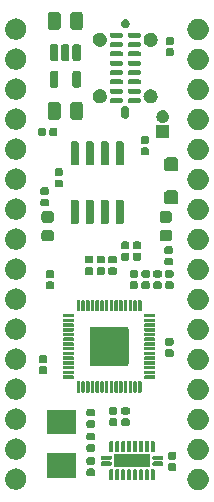
<source format=gbr>
%TF.GenerationSoftware,KiCad,Pcbnew,7.0.5-0*%
%TF.CreationDate,2024-03-10T13:53:24-07:00*%
%TF.ProjectId,PicoROM,5069636f-524f-44d2-9e6b-696361645f70,1.1*%
%TF.SameCoordinates,Original*%
%TF.FileFunction,Soldermask,Top*%
%TF.FilePolarity,Negative*%
%FSLAX46Y46*%
G04 Gerber Fmt 4.6, Leading zero omitted, Abs format (unit mm)*
G04 Created by KiCad (PCBNEW 7.0.5-0) date 2024-03-10 13:53:24*
%MOMM*%
%LPD*%
G01*
G04 APERTURE LIST*
G04 APERTURE END LIST*
G36*
X-32718087Y18514064D02*
G01*
X-32671820Y18514064D01*
X-32631871Y18505573D01*
X-32590267Y18501475D01*
X-32538002Y18485621D01*
X-32487576Y18474902D01*
X-32455306Y18460535D01*
X-32421288Y18450215D01*
X-32367233Y18421322D01*
X-32315500Y18398289D01*
X-32291449Y18380815D01*
X-32265553Y18366973D01*
X-32212729Y18323622D01*
X-32163113Y18287573D01*
X-32147004Y18269682D01*
X-32129052Y18254949D01*
X-32080812Y18196169D01*
X-32037076Y18147595D01*
X-32027889Y18131681D01*
X-32017028Y18118448D01*
X-31976851Y18043281D01*
X-31942896Y17984470D01*
X-31938991Y17972450D01*
X-31933786Y17962713D01*
X-31905087Y17868104D01*
X-31884689Y17805328D01*
X-31883972Y17798498D01*
X-31882526Y17793734D01*
X-31868463Y17650946D01*
X-31865000Y17618000D01*
X-31868466Y17585028D01*
X-31882526Y17442267D01*
X-31883971Y17437504D01*
X-31884689Y17430672D01*
X-31905091Y17367883D01*
X-31933786Y17273288D01*
X-31938990Y17263553D01*
X-31942896Y17251530D01*
X-31976858Y17192707D01*
X-32017028Y17117553D01*
X-32027887Y17104323D01*
X-32037076Y17088405D01*
X-32080822Y17039822D01*
X-32129052Y16981052D01*
X-32147000Y16966323D01*
X-32163113Y16948427D01*
X-32212740Y16912372D01*
X-32265553Y16869028D01*
X-32291443Y16855190D01*
X-32315500Y16837711D01*
X-32367244Y16814674D01*
X-32421288Y16785786D01*
X-32455299Y16775469D01*
X-32487576Y16761098D01*
X-32538013Y16750378D01*
X-32590267Y16734526D01*
X-32631862Y16730430D01*
X-32671820Y16721936D01*
X-32718097Y16721936D01*
X-32766000Y16717218D01*
X-32813903Y16721936D01*
X-32860180Y16721936D01*
X-32900138Y16730430D01*
X-32941734Y16734526D01*
X-32993991Y16750379D01*
X-33044424Y16761098D01*
X-33076700Y16775468D01*
X-33110713Y16785786D01*
X-33164763Y16814677D01*
X-33216500Y16837711D01*
X-33240555Y16855188D01*
X-33266448Y16869028D01*
X-33319270Y16912378D01*
X-33368887Y16948427D01*
X-33384998Y16966320D01*
X-33402949Y16981052D01*
X-33451191Y17039834D01*
X-33494924Y17088405D01*
X-33504112Y17104319D01*
X-33514973Y17117553D01*
X-33555156Y17192731D01*
X-33589104Y17251530D01*
X-33593009Y17263549D01*
X-33598215Y17273288D01*
X-33626925Y17367929D01*
X-33647311Y17430672D01*
X-33648029Y17437499D01*
X-33649475Y17442267D01*
X-33663551Y17585180D01*
X-33667000Y17618000D01*
X-33663554Y17650794D01*
X-33649475Y17793734D01*
X-33648029Y17798503D01*
X-33647311Y17805328D01*
X-33626929Y17868058D01*
X-33598215Y17962713D01*
X-33593009Y17972455D01*
X-33589104Y17984470D01*
X-33555164Y18043258D01*
X-33514973Y18118448D01*
X-33504110Y18131686D01*
X-33494924Y18147595D01*
X-33451200Y18196157D01*
X-33402949Y18254949D01*
X-33384995Y18269685D01*
X-33368887Y18287573D01*
X-33319280Y18323615D01*
X-33266448Y18366973D01*
X-33240550Y18380817D01*
X-33216500Y18398289D01*
X-33164774Y18421319D01*
X-33110713Y18450215D01*
X-33076693Y18460536D01*
X-33044424Y18474902D01*
X-32994002Y18485620D01*
X-32941734Y18501475D01*
X-32900129Y18505573D01*
X-32860180Y18514064D01*
X-32813914Y18514064D01*
X-32766000Y18518783D01*
X-32718087Y18514064D01*
G37*
G36*
X-48157087Y18545064D02*
G01*
X-48110820Y18545064D01*
X-48070871Y18536573D01*
X-48029267Y18532475D01*
X-47977002Y18516621D01*
X-47926576Y18505902D01*
X-47894306Y18491535D01*
X-47860288Y18481215D01*
X-47806233Y18452322D01*
X-47754500Y18429289D01*
X-47730449Y18411815D01*
X-47704553Y18397973D01*
X-47651729Y18354622D01*
X-47602113Y18318573D01*
X-47586004Y18300682D01*
X-47568052Y18285949D01*
X-47519812Y18227169D01*
X-47476076Y18178595D01*
X-47466889Y18162681D01*
X-47456028Y18149448D01*
X-47415851Y18074281D01*
X-47381896Y18015470D01*
X-47377991Y18003450D01*
X-47372786Y17993713D01*
X-47344087Y17899104D01*
X-47323689Y17836328D01*
X-47322972Y17829498D01*
X-47321526Y17824734D01*
X-47307464Y17681958D01*
X-47304000Y17649000D01*
X-47307465Y17616041D01*
X-47321526Y17473267D01*
X-47322971Y17468504D01*
X-47323689Y17461672D01*
X-47344091Y17398883D01*
X-47372786Y17304288D01*
X-47377990Y17294553D01*
X-47381896Y17282530D01*
X-47415858Y17223707D01*
X-47456028Y17148553D01*
X-47466887Y17135323D01*
X-47476076Y17119405D01*
X-47519822Y17070822D01*
X-47568052Y17012052D01*
X-47586000Y16997323D01*
X-47602113Y16979427D01*
X-47651740Y16943372D01*
X-47704553Y16900028D01*
X-47730443Y16886190D01*
X-47754500Y16868711D01*
X-47806244Y16845674D01*
X-47860288Y16816786D01*
X-47894299Y16806469D01*
X-47926576Y16792098D01*
X-47977013Y16781378D01*
X-48029267Y16765526D01*
X-48070862Y16761430D01*
X-48110820Y16752936D01*
X-48157097Y16752936D01*
X-48205000Y16748218D01*
X-48252903Y16752936D01*
X-48299180Y16752936D01*
X-48339138Y16761430D01*
X-48380734Y16765526D01*
X-48432991Y16781379D01*
X-48483424Y16792098D01*
X-48515700Y16806468D01*
X-48549713Y16816786D01*
X-48603763Y16845677D01*
X-48655500Y16868711D01*
X-48679555Y16886188D01*
X-48705448Y16900028D01*
X-48758270Y16943378D01*
X-48807887Y16979427D01*
X-48823998Y16997320D01*
X-48841949Y17012052D01*
X-48890191Y17070834D01*
X-48933924Y17119405D01*
X-48943112Y17135319D01*
X-48953973Y17148553D01*
X-48994156Y17223731D01*
X-49028104Y17282530D01*
X-49032009Y17294549D01*
X-49037215Y17304288D01*
X-49065925Y17398929D01*
X-49086311Y17461672D01*
X-49087029Y17468499D01*
X-49088475Y17473267D01*
X-49102552Y17616192D01*
X-49106000Y17649000D01*
X-49102552Y17681806D01*
X-49088475Y17824734D01*
X-49087029Y17829503D01*
X-49086311Y17836328D01*
X-49065929Y17899058D01*
X-49037215Y17993713D01*
X-49032009Y18003455D01*
X-49028104Y18015470D01*
X-48994164Y18074258D01*
X-48953973Y18149448D01*
X-48943110Y18162686D01*
X-48933924Y18178595D01*
X-48890200Y18227157D01*
X-48841949Y18285949D01*
X-48823995Y18300685D01*
X-48807887Y18318573D01*
X-48758280Y18354615D01*
X-48705448Y18397973D01*
X-48679550Y18411817D01*
X-48655500Y18429289D01*
X-48603774Y18452319D01*
X-48549713Y18481215D01*
X-48515693Y18491536D01*
X-48483424Y18505902D01*
X-48433002Y18516620D01*
X-48380734Y18532475D01*
X-48339129Y18536573D01*
X-48299180Y18545064D01*
X-48252914Y18545064D01*
X-48205000Y18549783D01*
X-48157087Y18545064D01*
G37*
G36*
X-39999065Y18478860D02*
G01*
X-39962243Y18454257D01*
X-39937640Y18417435D01*
X-39929000Y18374000D01*
X-39929000Y17674000D01*
X-39937640Y17630565D01*
X-39962243Y17593743D01*
X-39999065Y17569140D01*
X-40042500Y17560500D01*
X-40167500Y17560500D01*
X-40210935Y17569140D01*
X-40247757Y17593743D01*
X-40272360Y17630565D01*
X-40281000Y17674000D01*
X-40281000Y18374000D01*
X-40272360Y18417435D01*
X-40247757Y18454257D01*
X-40210935Y18478860D01*
X-40167500Y18487500D01*
X-40042500Y18487500D01*
X-39999065Y18478860D01*
G37*
G36*
X-39499065Y18478860D02*
G01*
X-39462243Y18454257D01*
X-39437640Y18417435D01*
X-39429000Y18374000D01*
X-39429000Y17674000D01*
X-39437640Y17630565D01*
X-39462243Y17593743D01*
X-39499065Y17569140D01*
X-39542500Y17560500D01*
X-39667500Y17560500D01*
X-39710935Y17569140D01*
X-39747757Y17593743D01*
X-39772360Y17630565D01*
X-39781000Y17674000D01*
X-39781000Y18374000D01*
X-39772360Y18417435D01*
X-39747757Y18454257D01*
X-39710935Y18478860D01*
X-39667500Y18487500D01*
X-39542500Y18487500D01*
X-39499065Y18478860D01*
G37*
G36*
X-38999065Y18478860D02*
G01*
X-38962243Y18454257D01*
X-38937640Y18417435D01*
X-38929000Y18374000D01*
X-38929000Y17674000D01*
X-38937640Y17630565D01*
X-38962243Y17593743D01*
X-38999065Y17569140D01*
X-39042500Y17560500D01*
X-39167500Y17560500D01*
X-39210935Y17569140D01*
X-39247757Y17593743D01*
X-39272360Y17630565D01*
X-39281000Y17674000D01*
X-39281000Y18374000D01*
X-39272360Y18417435D01*
X-39247757Y18454257D01*
X-39210935Y18478860D01*
X-39167500Y18487500D01*
X-39042500Y18487500D01*
X-38999065Y18478860D01*
G37*
G36*
X-38499065Y18478860D02*
G01*
X-38462243Y18454257D01*
X-38437640Y18417435D01*
X-38429000Y18374000D01*
X-38429000Y17674000D01*
X-38437640Y17630565D01*
X-38462243Y17593743D01*
X-38499065Y17569140D01*
X-38542500Y17560500D01*
X-38667500Y17560500D01*
X-38710935Y17569140D01*
X-38747757Y17593743D01*
X-38772360Y17630565D01*
X-38781000Y17674000D01*
X-38781000Y18374000D01*
X-38772360Y18417435D01*
X-38747757Y18454257D01*
X-38710935Y18478860D01*
X-38667500Y18487500D01*
X-38542500Y18487500D01*
X-38499065Y18478860D01*
G37*
G36*
X-37999065Y18478860D02*
G01*
X-37962243Y18454257D01*
X-37937640Y18417435D01*
X-37929000Y18374000D01*
X-37929000Y17674000D01*
X-37937640Y17630565D01*
X-37962243Y17593743D01*
X-37999065Y17569140D01*
X-38042500Y17560500D01*
X-38167500Y17560500D01*
X-38210935Y17569140D01*
X-38247757Y17593743D01*
X-38272360Y17630565D01*
X-38281000Y17674000D01*
X-38281000Y18374000D01*
X-38272360Y18417435D01*
X-38247757Y18454257D01*
X-38210935Y18478860D01*
X-38167500Y18487500D01*
X-38042500Y18487500D01*
X-37999065Y18478860D01*
G37*
G36*
X-37499065Y18478860D02*
G01*
X-37462243Y18454257D01*
X-37437640Y18417435D01*
X-37429000Y18374000D01*
X-37429000Y17674000D01*
X-37437640Y17630565D01*
X-37462243Y17593743D01*
X-37499065Y17569140D01*
X-37542500Y17560500D01*
X-37667500Y17560500D01*
X-37710935Y17569140D01*
X-37747757Y17593743D01*
X-37772360Y17630565D01*
X-37781000Y17674000D01*
X-37781000Y18374000D01*
X-37772360Y18417435D01*
X-37747757Y18454257D01*
X-37710935Y18478860D01*
X-37667500Y18487500D01*
X-37542500Y18487500D01*
X-37499065Y18478860D01*
G37*
G36*
X-36999065Y18478860D02*
G01*
X-36962243Y18454257D01*
X-36937640Y18417435D01*
X-36929000Y18374000D01*
X-36929000Y17674000D01*
X-36937640Y17630565D01*
X-36962243Y17593743D01*
X-36999065Y17569140D01*
X-37042500Y17560500D01*
X-37167500Y17560500D01*
X-37210935Y17569140D01*
X-37247757Y17593743D01*
X-37272360Y17630565D01*
X-37281000Y17674000D01*
X-37281000Y18374000D01*
X-37272360Y18417435D01*
X-37247757Y18454257D01*
X-37210935Y18478860D01*
X-37167500Y18487500D01*
X-37042500Y18487500D01*
X-36999065Y18478860D01*
G37*
G36*
X-36499065Y18478860D02*
G01*
X-36462243Y18454257D01*
X-36437640Y18417435D01*
X-36429000Y18374000D01*
X-36429000Y17674000D01*
X-36437640Y17630565D01*
X-36462243Y17593743D01*
X-36499065Y17569140D01*
X-36542500Y17560500D01*
X-36667500Y17560500D01*
X-36710935Y17569140D01*
X-36747757Y17593743D01*
X-36772360Y17630565D01*
X-36781000Y17674000D01*
X-36781000Y18374000D01*
X-36772360Y18417435D01*
X-36747757Y18454257D01*
X-36710935Y18478860D01*
X-36667500Y18487500D01*
X-36542500Y18487500D01*
X-36499065Y18478860D01*
G37*
G36*
X-43100883Y19830718D02*
G01*
X-43084338Y19819662D01*
X-43073282Y19803117D01*
X-43069400Y19783600D01*
X-43069400Y17783600D01*
X-43073282Y17764083D01*
X-43084338Y17747538D01*
X-43100883Y17736482D01*
X-43120400Y17732600D01*
X-45520400Y17732600D01*
X-45539917Y17736482D01*
X-45556462Y17747538D01*
X-45567518Y17764083D01*
X-45571400Y17783600D01*
X-45571400Y19783600D01*
X-45567518Y19803117D01*
X-45556462Y19819662D01*
X-45539917Y19830718D01*
X-45520400Y19834600D01*
X-43120400Y19834600D01*
X-43100883Y19830718D01*
G37*
G36*
X-41611907Y18535461D02*
G01*
X-41549943Y18494057D01*
X-41508539Y18432093D01*
X-41494000Y18359000D01*
X-41494000Y18079000D01*
X-41508539Y18005907D01*
X-41549943Y17943943D01*
X-41611907Y17902539D01*
X-41685000Y17888000D01*
X-42025000Y17888000D01*
X-42098093Y17902539D01*
X-42160057Y17943943D01*
X-42201461Y18005907D01*
X-42216000Y18079000D01*
X-42216000Y18359000D01*
X-42201461Y18432093D01*
X-42160057Y18494057D01*
X-42098093Y18535461D01*
X-42025000Y18550000D01*
X-41685000Y18550000D01*
X-41611907Y18535461D01*
G37*
G36*
X-34711907Y18985461D02*
G01*
X-34649943Y18944057D01*
X-34608539Y18882093D01*
X-34594000Y18809000D01*
X-34594000Y18529000D01*
X-34608539Y18455907D01*
X-34649943Y18393943D01*
X-34711907Y18352539D01*
X-34785000Y18338000D01*
X-35125000Y18338000D01*
X-35198093Y18352539D01*
X-35260057Y18393943D01*
X-35301461Y18455907D01*
X-35316000Y18529000D01*
X-35316000Y18809000D01*
X-35301461Y18882093D01*
X-35260057Y18944057D01*
X-35198093Y18985461D01*
X-35125000Y19000000D01*
X-34785000Y19000000D01*
X-34711907Y18985461D01*
G37*
G36*
X-36835483Y19758618D02*
G01*
X-36818938Y19747562D01*
X-36807882Y19731017D01*
X-36804000Y19711500D01*
X-36804000Y18711500D01*
X-36807882Y18691983D01*
X-36818938Y18675438D01*
X-36835483Y18664382D01*
X-36855000Y18660500D01*
X-39855000Y18660500D01*
X-39874517Y18664382D01*
X-39891062Y18675438D01*
X-39902118Y18691983D01*
X-39906000Y18711500D01*
X-39906000Y19711500D01*
X-39902118Y19731017D01*
X-39891062Y19747562D01*
X-39874517Y19758618D01*
X-39855000Y19762500D01*
X-36855000Y19762500D01*
X-36835483Y19758618D01*
G37*
G36*
X-40149065Y19128860D02*
G01*
X-40112243Y19104257D01*
X-40087640Y19067435D01*
X-40079000Y19024000D01*
X-40079000Y18899000D01*
X-40087640Y18855565D01*
X-40112243Y18818743D01*
X-40149065Y18794140D01*
X-40192500Y18785500D01*
X-40892500Y18785500D01*
X-40935935Y18794140D01*
X-40972757Y18818743D01*
X-40997360Y18855565D01*
X-41006000Y18899000D01*
X-41006000Y19024000D01*
X-40997360Y19067435D01*
X-40972757Y19104257D01*
X-40935935Y19128860D01*
X-40892500Y19137500D01*
X-40192500Y19137500D01*
X-40149065Y19128860D01*
G37*
G36*
X-35774065Y19128860D02*
G01*
X-35737243Y19104257D01*
X-35712640Y19067435D01*
X-35704000Y19024000D01*
X-35704000Y18899000D01*
X-35712640Y18855565D01*
X-35737243Y18818743D01*
X-35774065Y18794140D01*
X-35817500Y18785500D01*
X-36517500Y18785500D01*
X-36560935Y18794140D01*
X-36597757Y18818743D01*
X-36622360Y18855565D01*
X-36631000Y18899000D01*
X-36631000Y19024000D01*
X-36622360Y19067435D01*
X-36597757Y19104257D01*
X-36560935Y19128860D01*
X-36517500Y19137500D01*
X-35817500Y19137500D01*
X-35774065Y19128860D01*
G37*
G36*
X-41611907Y19495461D02*
G01*
X-41549943Y19454057D01*
X-41508539Y19392093D01*
X-41494000Y19319000D01*
X-41494000Y19039000D01*
X-41508539Y18965907D01*
X-41549943Y18903943D01*
X-41611907Y18862539D01*
X-41685000Y18848000D01*
X-42025000Y18848000D01*
X-42098093Y18862539D01*
X-42160057Y18903943D01*
X-42201461Y18965907D01*
X-42216000Y19039000D01*
X-42216000Y19319000D01*
X-42201461Y19392093D01*
X-42160057Y19454057D01*
X-42098093Y19495461D01*
X-42025000Y19510000D01*
X-41685000Y19510000D01*
X-41611907Y19495461D01*
G37*
G36*
X-32718087Y21054064D02*
G01*
X-32671820Y21054064D01*
X-32631871Y21045573D01*
X-32590267Y21041475D01*
X-32538002Y21025621D01*
X-32487576Y21014902D01*
X-32455306Y21000535D01*
X-32421288Y20990215D01*
X-32367233Y20961322D01*
X-32315500Y20938289D01*
X-32291449Y20920815D01*
X-32265553Y20906973D01*
X-32212729Y20863622D01*
X-32163113Y20827573D01*
X-32147004Y20809682D01*
X-32129052Y20794949D01*
X-32080812Y20736169D01*
X-32037076Y20687595D01*
X-32027889Y20671681D01*
X-32017028Y20658448D01*
X-31976851Y20583281D01*
X-31942896Y20524470D01*
X-31938991Y20512450D01*
X-31933786Y20502713D01*
X-31905087Y20408104D01*
X-31884689Y20345328D01*
X-31883972Y20338498D01*
X-31882526Y20333734D01*
X-31868464Y20190958D01*
X-31865000Y20158000D01*
X-31868465Y20125041D01*
X-31882526Y19982267D01*
X-31883971Y19977504D01*
X-31884689Y19970672D01*
X-31905091Y19907883D01*
X-31933786Y19813288D01*
X-31938990Y19803553D01*
X-31942896Y19791530D01*
X-31976858Y19732707D01*
X-32017028Y19657553D01*
X-32027887Y19644323D01*
X-32037076Y19628405D01*
X-32080822Y19579822D01*
X-32129052Y19521052D01*
X-32147000Y19506323D01*
X-32163113Y19488427D01*
X-32212740Y19452372D01*
X-32265553Y19409028D01*
X-32291443Y19395190D01*
X-32315500Y19377711D01*
X-32367244Y19354674D01*
X-32421288Y19325786D01*
X-32455299Y19315469D01*
X-32487576Y19301098D01*
X-32538013Y19290378D01*
X-32590267Y19274526D01*
X-32631862Y19270430D01*
X-32671820Y19261936D01*
X-32718097Y19261936D01*
X-32766000Y19257218D01*
X-32813903Y19261936D01*
X-32860180Y19261936D01*
X-32900138Y19270430D01*
X-32941734Y19274526D01*
X-32993991Y19290379D01*
X-33044424Y19301098D01*
X-33076700Y19315468D01*
X-33110713Y19325786D01*
X-33164763Y19354677D01*
X-33216500Y19377711D01*
X-33240555Y19395188D01*
X-33266448Y19409028D01*
X-33319270Y19452378D01*
X-33368887Y19488427D01*
X-33384998Y19506320D01*
X-33402949Y19521052D01*
X-33451191Y19579834D01*
X-33494924Y19628405D01*
X-33504112Y19644319D01*
X-33514973Y19657553D01*
X-33555156Y19732731D01*
X-33589104Y19791530D01*
X-33593009Y19803549D01*
X-33598215Y19813288D01*
X-33626925Y19907929D01*
X-33647311Y19970672D01*
X-33648029Y19977499D01*
X-33649475Y19982267D01*
X-33663552Y20125192D01*
X-33667000Y20158000D01*
X-33663552Y20190806D01*
X-33649475Y20333734D01*
X-33648029Y20338503D01*
X-33647311Y20345328D01*
X-33626929Y20408058D01*
X-33598215Y20502713D01*
X-33593009Y20512455D01*
X-33589104Y20524470D01*
X-33555164Y20583258D01*
X-33514973Y20658448D01*
X-33504110Y20671686D01*
X-33494924Y20687595D01*
X-33451200Y20736157D01*
X-33402949Y20794949D01*
X-33384995Y20809685D01*
X-33368887Y20827573D01*
X-33319280Y20863615D01*
X-33266448Y20906973D01*
X-33240550Y20920817D01*
X-33216500Y20938289D01*
X-33164774Y20961319D01*
X-33110713Y20990215D01*
X-33076693Y21000536D01*
X-33044424Y21014902D01*
X-32994002Y21025620D01*
X-32941734Y21041475D01*
X-32900129Y21045573D01*
X-32860180Y21054064D01*
X-32813914Y21054064D01*
X-32766000Y21058783D01*
X-32718087Y21054064D01*
G37*
G36*
X-40149065Y19628860D02*
G01*
X-40112243Y19604257D01*
X-40087640Y19567435D01*
X-40079000Y19524000D01*
X-40079000Y19399000D01*
X-40087640Y19355565D01*
X-40112243Y19318743D01*
X-40149065Y19294140D01*
X-40192500Y19285500D01*
X-40892500Y19285500D01*
X-40935935Y19294140D01*
X-40972757Y19318743D01*
X-40997360Y19355565D01*
X-41006000Y19399000D01*
X-41006000Y19524000D01*
X-40997360Y19567435D01*
X-40972757Y19604257D01*
X-40935935Y19628860D01*
X-40892500Y19637500D01*
X-40192500Y19637500D01*
X-40149065Y19628860D01*
G37*
G36*
X-35774065Y19628860D02*
G01*
X-35737243Y19604257D01*
X-35712640Y19567435D01*
X-35704000Y19524000D01*
X-35704000Y19399000D01*
X-35712640Y19355565D01*
X-35737243Y19318743D01*
X-35774065Y19294140D01*
X-35817500Y19285500D01*
X-36517500Y19285500D01*
X-36560935Y19294140D01*
X-36597757Y19318743D01*
X-36622360Y19355565D01*
X-36631000Y19399000D01*
X-36631000Y19524000D01*
X-36622360Y19567435D01*
X-36597757Y19604257D01*
X-36560935Y19628860D01*
X-36517500Y19637500D01*
X-35817500Y19637500D01*
X-35774065Y19628860D01*
G37*
G36*
X-48157087Y21085064D02*
G01*
X-48110820Y21085064D01*
X-48070871Y21076573D01*
X-48029267Y21072475D01*
X-47977002Y21056621D01*
X-47926576Y21045902D01*
X-47894306Y21031535D01*
X-47860288Y21021215D01*
X-47806233Y20992322D01*
X-47754500Y20969289D01*
X-47730449Y20951815D01*
X-47704553Y20937973D01*
X-47651729Y20894622D01*
X-47602113Y20858573D01*
X-47586004Y20840682D01*
X-47568052Y20825949D01*
X-47519812Y20767169D01*
X-47476076Y20718595D01*
X-47466889Y20702681D01*
X-47456028Y20689448D01*
X-47415851Y20614281D01*
X-47381896Y20555470D01*
X-47377991Y20543450D01*
X-47372786Y20533713D01*
X-47344087Y20439104D01*
X-47323689Y20376328D01*
X-47322972Y20369498D01*
X-47321526Y20364734D01*
X-47307463Y20221946D01*
X-47304000Y20189000D01*
X-47307466Y20156028D01*
X-47321526Y20013267D01*
X-47322971Y20008504D01*
X-47323689Y20001672D01*
X-47344091Y19938883D01*
X-47372786Y19844288D01*
X-47377990Y19834553D01*
X-47381896Y19822530D01*
X-47415858Y19763707D01*
X-47456028Y19688553D01*
X-47466887Y19675323D01*
X-47476076Y19659405D01*
X-47519822Y19610822D01*
X-47568052Y19552052D01*
X-47586000Y19537323D01*
X-47602113Y19519427D01*
X-47651740Y19483372D01*
X-47704553Y19440028D01*
X-47730443Y19426190D01*
X-47754500Y19408711D01*
X-47806244Y19385674D01*
X-47860288Y19356786D01*
X-47894299Y19346469D01*
X-47926576Y19332098D01*
X-47977013Y19321378D01*
X-48029267Y19305526D01*
X-48070862Y19301430D01*
X-48110820Y19292936D01*
X-48157098Y19292936D01*
X-48205001Y19288218D01*
X-48252904Y19292936D01*
X-48299180Y19292936D01*
X-48339138Y19301430D01*
X-48380734Y19305526D01*
X-48432991Y19321379D01*
X-48483424Y19332098D01*
X-48515700Y19346468D01*
X-48549713Y19356786D01*
X-48603763Y19385677D01*
X-48655500Y19408711D01*
X-48679555Y19426188D01*
X-48705448Y19440028D01*
X-48758270Y19483378D01*
X-48807887Y19519427D01*
X-48823998Y19537320D01*
X-48841949Y19552052D01*
X-48890191Y19610834D01*
X-48933924Y19659405D01*
X-48943112Y19675319D01*
X-48953973Y19688553D01*
X-48994156Y19763731D01*
X-49028104Y19822530D01*
X-49032009Y19834549D01*
X-49037215Y19844288D01*
X-49065925Y19938929D01*
X-49086311Y20001672D01*
X-49087029Y20008499D01*
X-49088475Y20013267D01*
X-49102551Y20156180D01*
X-49106000Y20189000D01*
X-49102554Y20221794D01*
X-49088475Y20364734D01*
X-49087029Y20369503D01*
X-49086311Y20376328D01*
X-49065929Y20439058D01*
X-49037215Y20533713D01*
X-49032009Y20543455D01*
X-49028104Y20555470D01*
X-48994164Y20614258D01*
X-48953973Y20689448D01*
X-48943110Y20702686D01*
X-48933924Y20718595D01*
X-48890200Y20767157D01*
X-48841949Y20825949D01*
X-48823995Y20840685D01*
X-48807887Y20858573D01*
X-48758280Y20894615D01*
X-48705448Y20937973D01*
X-48679550Y20951817D01*
X-48655500Y20969289D01*
X-48603774Y20992319D01*
X-48549713Y21021215D01*
X-48515693Y21031536D01*
X-48483424Y21045902D01*
X-48433002Y21056620D01*
X-48380734Y21072475D01*
X-48339129Y21076573D01*
X-48299180Y21085064D01*
X-48252914Y21085064D01*
X-48205001Y21089783D01*
X-48157087Y21085064D01*
G37*
G36*
X-34711907Y19945461D02*
G01*
X-34649943Y19904057D01*
X-34608539Y19842093D01*
X-34594000Y19769000D01*
X-34594000Y19489000D01*
X-34608539Y19415907D01*
X-34649943Y19353943D01*
X-34711907Y19312539D01*
X-34785000Y19298000D01*
X-35125000Y19298000D01*
X-35198093Y19312539D01*
X-35260057Y19353943D01*
X-35301461Y19415907D01*
X-35316000Y19489000D01*
X-35316000Y19769000D01*
X-35301461Y19842093D01*
X-35260057Y19904057D01*
X-35198093Y19945461D01*
X-35125000Y19960000D01*
X-34785000Y19960000D01*
X-34711907Y19945461D01*
G37*
G36*
X-39999065Y20853860D02*
G01*
X-39962243Y20829257D01*
X-39937640Y20792435D01*
X-39929000Y20749000D01*
X-39929000Y20049000D01*
X-39937640Y20005565D01*
X-39962243Y19968743D01*
X-39999065Y19944140D01*
X-40042500Y19935500D01*
X-40167500Y19935500D01*
X-40210935Y19944140D01*
X-40247757Y19968743D01*
X-40272360Y20005565D01*
X-40281000Y20049000D01*
X-40281000Y20749000D01*
X-40272360Y20792435D01*
X-40247757Y20829257D01*
X-40210935Y20853860D01*
X-40167500Y20862500D01*
X-40042500Y20862500D01*
X-39999065Y20853860D01*
G37*
G36*
X-39499065Y20853860D02*
G01*
X-39462243Y20829257D01*
X-39437640Y20792435D01*
X-39429000Y20749000D01*
X-39429000Y20049000D01*
X-39437640Y20005565D01*
X-39462243Y19968743D01*
X-39499065Y19944140D01*
X-39542500Y19935500D01*
X-39667500Y19935500D01*
X-39710935Y19944140D01*
X-39747757Y19968743D01*
X-39772360Y20005565D01*
X-39781000Y20049000D01*
X-39781000Y20749000D01*
X-39772360Y20792435D01*
X-39747757Y20829257D01*
X-39710935Y20853860D01*
X-39667500Y20862500D01*
X-39542500Y20862500D01*
X-39499065Y20853860D01*
G37*
G36*
X-38999065Y20853860D02*
G01*
X-38962243Y20829257D01*
X-38937640Y20792435D01*
X-38929000Y20749000D01*
X-38929000Y20049000D01*
X-38937640Y20005565D01*
X-38962243Y19968743D01*
X-38999065Y19944140D01*
X-39042500Y19935500D01*
X-39167500Y19935500D01*
X-39210935Y19944140D01*
X-39247757Y19968743D01*
X-39272360Y20005565D01*
X-39281000Y20049000D01*
X-39281000Y20749000D01*
X-39272360Y20792435D01*
X-39247757Y20829257D01*
X-39210935Y20853860D01*
X-39167500Y20862500D01*
X-39042500Y20862500D01*
X-38999065Y20853860D01*
G37*
G36*
X-38499065Y20853860D02*
G01*
X-38462243Y20829257D01*
X-38437640Y20792435D01*
X-38429000Y20749000D01*
X-38429000Y20049000D01*
X-38437640Y20005565D01*
X-38462243Y19968743D01*
X-38499065Y19944140D01*
X-38542500Y19935500D01*
X-38667500Y19935500D01*
X-38710935Y19944140D01*
X-38747757Y19968743D01*
X-38772360Y20005565D01*
X-38781000Y20049000D01*
X-38781000Y20749000D01*
X-38772360Y20792435D01*
X-38747757Y20829257D01*
X-38710935Y20853860D01*
X-38667500Y20862500D01*
X-38542500Y20862500D01*
X-38499065Y20853860D01*
G37*
G36*
X-37999065Y20853860D02*
G01*
X-37962243Y20829257D01*
X-37937640Y20792435D01*
X-37929000Y20749000D01*
X-37929000Y20049000D01*
X-37937640Y20005565D01*
X-37962243Y19968743D01*
X-37999065Y19944140D01*
X-38042500Y19935500D01*
X-38167500Y19935500D01*
X-38210935Y19944140D01*
X-38247757Y19968743D01*
X-38272360Y20005565D01*
X-38281000Y20049000D01*
X-38281000Y20749000D01*
X-38272360Y20792435D01*
X-38247757Y20829257D01*
X-38210935Y20853860D01*
X-38167500Y20862500D01*
X-38042500Y20862500D01*
X-37999065Y20853860D01*
G37*
G36*
X-37499065Y20853860D02*
G01*
X-37462243Y20829257D01*
X-37437640Y20792435D01*
X-37429000Y20749000D01*
X-37429000Y20049000D01*
X-37437640Y20005565D01*
X-37462243Y19968743D01*
X-37499065Y19944140D01*
X-37542500Y19935500D01*
X-37667500Y19935500D01*
X-37710935Y19944140D01*
X-37747757Y19968743D01*
X-37772360Y20005565D01*
X-37781000Y20049000D01*
X-37781000Y20749000D01*
X-37772360Y20792435D01*
X-37747757Y20829257D01*
X-37710935Y20853860D01*
X-37667500Y20862500D01*
X-37542500Y20862500D01*
X-37499065Y20853860D01*
G37*
G36*
X-36999065Y20853860D02*
G01*
X-36962243Y20829257D01*
X-36937640Y20792435D01*
X-36929000Y20749000D01*
X-36929000Y20049000D01*
X-36937640Y20005565D01*
X-36962243Y19968743D01*
X-36999065Y19944140D01*
X-37042500Y19935500D01*
X-37167500Y19935500D01*
X-37210935Y19944140D01*
X-37247757Y19968743D01*
X-37272360Y20005565D01*
X-37281000Y20049000D01*
X-37281000Y20749000D01*
X-37272360Y20792435D01*
X-37247757Y20829257D01*
X-37210935Y20853860D01*
X-37167500Y20862500D01*
X-37042500Y20862500D01*
X-36999065Y20853860D01*
G37*
G36*
X-36499065Y20853860D02*
G01*
X-36462243Y20829257D01*
X-36437640Y20792435D01*
X-36429000Y20749000D01*
X-36429000Y20049000D01*
X-36437640Y20005565D01*
X-36462243Y19968743D01*
X-36499065Y19944140D01*
X-36542500Y19935500D01*
X-36667500Y19935500D01*
X-36710935Y19944140D01*
X-36747757Y19968743D01*
X-36772360Y20005565D01*
X-36781000Y20049000D01*
X-36781000Y20749000D01*
X-36772360Y20792435D01*
X-36747757Y20829257D01*
X-36710935Y20853860D01*
X-36667500Y20862500D01*
X-36542500Y20862500D01*
X-36499065Y20853860D01*
G37*
G36*
X-41611907Y20610461D02*
G01*
X-41549943Y20569057D01*
X-41508539Y20507093D01*
X-41494000Y20434000D01*
X-41494000Y20154000D01*
X-41508539Y20080907D01*
X-41549943Y20018943D01*
X-41611907Y19977539D01*
X-41685000Y19963000D01*
X-42025000Y19963000D01*
X-42098093Y19977539D01*
X-42160057Y20018943D01*
X-42201461Y20080907D01*
X-42216000Y20154000D01*
X-42216000Y20434000D01*
X-42201461Y20507093D01*
X-42160057Y20569057D01*
X-42098093Y20610461D01*
X-42025000Y20625000D01*
X-41685000Y20625000D01*
X-41611907Y20610461D01*
G37*
G36*
X-41611907Y21570461D02*
G01*
X-41549943Y21529057D01*
X-41508539Y21467093D01*
X-41494000Y21394000D01*
X-41494000Y21114000D01*
X-41508539Y21040907D01*
X-41549943Y20978943D01*
X-41611907Y20937539D01*
X-41685000Y20923000D01*
X-42025000Y20923000D01*
X-42098093Y20937539D01*
X-42160057Y20978943D01*
X-42201461Y21040907D01*
X-42216000Y21114000D01*
X-42216000Y21394000D01*
X-42201461Y21467093D01*
X-42160057Y21529057D01*
X-42098093Y21570461D01*
X-42025000Y21585000D01*
X-41685000Y21585000D01*
X-41611907Y21570461D01*
G37*
G36*
X-43100883Y23530718D02*
G01*
X-43084338Y23519662D01*
X-43073282Y23503117D01*
X-43069400Y23483600D01*
X-43069400Y21483600D01*
X-43073282Y21464083D01*
X-43084338Y21447538D01*
X-43100883Y21436482D01*
X-43120400Y21432600D01*
X-45520400Y21432600D01*
X-45539917Y21436482D01*
X-45556462Y21447538D01*
X-45567518Y21464083D01*
X-45571400Y21483600D01*
X-45571400Y23483600D01*
X-45567518Y23503117D01*
X-45556462Y23519662D01*
X-45539917Y23530718D01*
X-45520400Y23534600D01*
X-43120400Y23534600D01*
X-43100883Y23530718D01*
G37*
G36*
X-32718087Y23594064D02*
G01*
X-32671820Y23594064D01*
X-32631871Y23585573D01*
X-32590267Y23581475D01*
X-32538002Y23565621D01*
X-32487576Y23554902D01*
X-32455306Y23540535D01*
X-32421288Y23530215D01*
X-32367233Y23501322D01*
X-32315500Y23478289D01*
X-32291449Y23460815D01*
X-32265553Y23446973D01*
X-32212729Y23403622D01*
X-32163113Y23367573D01*
X-32147004Y23349682D01*
X-32129052Y23334949D01*
X-32080812Y23276169D01*
X-32037076Y23227595D01*
X-32027889Y23211681D01*
X-32017028Y23198448D01*
X-31976851Y23123281D01*
X-31942896Y23064470D01*
X-31938991Y23052450D01*
X-31933786Y23042713D01*
X-31905087Y22948104D01*
X-31884689Y22885328D01*
X-31883972Y22878498D01*
X-31882526Y22873734D01*
X-31868464Y22730958D01*
X-31865000Y22698000D01*
X-31868465Y22665041D01*
X-31882526Y22522267D01*
X-31883971Y22517504D01*
X-31884689Y22510672D01*
X-31905091Y22447883D01*
X-31933786Y22353288D01*
X-31938990Y22343553D01*
X-31942896Y22331530D01*
X-31976858Y22272707D01*
X-32017028Y22197553D01*
X-32027887Y22184323D01*
X-32037076Y22168405D01*
X-32080822Y22119822D01*
X-32129052Y22061052D01*
X-32147000Y22046323D01*
X-32163113Y22028427D01*
X-32212740Y21992372D01*
X-32265553Y21949028D01*
X-32291443Y21935190D01*
X-32315500Y21917711D01*
X-32367244Y21894674D01*
X-32421288Y21865786D01*
X-32455299Y21855469D01*
X-32487576Y21841098D01*
X-32538013Y21830378D01*
X-32590267Y21814526D01*
X-32631862Y21810430D01*
X-32671820Y21801936D01*
X-32718097Y21801936D01*
X-32766000Y21797218D01*
X-32813903Y21801936D01*
X-32860180Y21801936D01*
X-32900138Y21810430D01*
X-32941734Y21814526D01*
X-32993991Y21830379D01*
X-33044424Y21841098D01*
X-33076700Y21855468D01*
X-33110713Y21865786D01*
X-33164763Y21894677D01*
X-33216500Y21917711D01*
X-33240555Y21935188D01*
X-33266448Y21949028D01*
X-33319270Y21992378D01*
X-33368887Y22028427D01*
X-33384998Y22046320D01*
X-33402949Y22061052D01*
X-33451191Y22119834D01*
X-33494924Y22168405D01*
X-33504112Y22184319D01*
X-33514973Y22197553D01*
X-33555156Y22272731D01*
X-33589104Y22331530D01*
X-33593009Y22343549D01*
X-33598215Y22353288D01*
X-33626925Y22447929D01*
X-33647311Y22510672D01*
X-33648029Y22517499D01*
X-33649475Y22522267D01*
X-33663552Y22665192D01*
X-33667000Y22698000D01*
X-33663552Y22730806D01*
X-33649475Y22873734D01*
X-33648029Y22878503D01*
X-33647311Y22885328D01*
X-33626929Y22948058D01*
X-33598215Y23042713D01*
X-33593009Y23052455D01*
X-33589104Y23064470D01*
X-33555164Y23123258D01*
X-33514973Y23198448D01*
X-33504110Y23211686D01*
X-33494924Y23227595D01*
X-33451200Y23276157D01*
X-33402949Y23334949D01*
X-33384995Y23349685D01*
X-33368887Y23367573D01*
X-33319280Y23403615D01*
X-33266448Y23446973D01*
X-33240550Y23460817D01*
X-33216500Y23478289D01*
X-33164774Y23501319D01*
X-33110713Y23530215D01*
X-33076693Y23540536D01*
X-33044424Y23554902D01*
X-32994002Y23565620D01*
X-32941734Y23581475D01*
X-32900129Y23585573D01*
X-32860180Y23594064D01*
X-32813914Y23594064D01*
X-32766000Y23598783D01*
X-32718087Y23594064D01*
G37*
G36*
X-48157087Y23625064D02*
G01*
X-48110820Y23625064D01*
X-48070871Y23616573D01*
X-48029267Y23612475D01*
X-47977002Y23596621D01*
X-47926576Y23585902D01*
X-47894306Y23571535D01*
X-47860288Y23561215D01*
X-47806233Y23532322D01*
X-47754500Y23509289D01*
X-47730449Y23491815D01*
X-47704553Y23477973D01*
X-47651729Y23434622D01*
X-47602113Y23398573D01*
X-47586004Y23380682D01*
X-47568052Y23365949D01*
X-47519812Y23307169D01*
X-47476076Y23258595D01*
X-47466889Y23242681D01*
X-47456028Y23229448D01*
X-47415851Y23154281D01*
X-47381896Y23095470D01*
X-47377991Y23083450D01*
X-47372786Y23073713D01*
X-47344087Y22979104D01*
X-47323689Y22916328D01*
X-47322972Y22909498D01*
X-47321526Y22904734D01*
X-47307464Y22761958D01*
X-47304000Y22729000D01*
X-47307465Y22696041D01*
X-47321526Y22553267D01*
X-47322971Y22548504D01*
X-47323689Y22541672D01*
X-47344091Y22478883D01*
X-47372786Y22384288D01*
X-47377990Y22374553D01*
X-47381896Y22362530D01*
X-47415858Y22303707D01*
X-47456028Y22228553D01*
X-47466887Y22215323D01*
X-47476076Y22199405D01*
X-47519822Y22150822D01*
X-47568052Y22092052D01*
X-47586000Y22077323D01*
X-47602113Y22059427D01*
X-47651740Y22023372D01*
X-47704553Y21980028D01*
X-47730443Y21966190D01*
X-47754500Y21948711D01*
X-47806244Y21925674D01*
X-47860288Y21896786D01*
X-47894299Y21886469D01*
X-47926576Y21872098D01*
X-47977013Y21861378D01*
X-48029267Y21845526D01*
X-48070862Y21841430D01*
X-48110820Y21832936D01*
X-48157097Y21832936D01*
X-48205000Y21828218D01*
X-48252903Y21832936D01*
X-48299180Y21832936D01*
X-48339138Y21841430D01*
X-48380734Y21845526D01*
X-48432991Y21861379D01*
X-48483424Y21872098D01*
X-48515700Y21886468D01*
X-48549713Y21896786D01*
X-48603763Y21925677D01*
X-48655500Y21948711D01*
X-48679555Y21966188D01*
X-48705448Y21980028D01*
X-48758270Y22023378D01*
X-48807887Y22059427D01*
X-48823998Y22077320D01*
X-48841949Y22092052D01*
X-48890191Y22150834D01*
X-48933924Y22199405D01*
X-48943112Y22215319D01*
X-48953973Y22228553D01*
X-48994156Y22303731D01*
X-49028104Y22362530D01*
X-49032009Y22374549D01*
X-49037215Y22384288D01*
X-49065925Y22478929D01*
X-49086311Y22541672D01*
X-49087029Y22548499D01*
X-49088475Y22553267D01*
X-49102552Y22696192D01*
X-49106000Y22729000D01*
X-49102552Y22761806D01*
X-49088475Y22904734D01*
X-49087029Y22909503D01*
X-49086311Y22916328D01*
X-49065929Y22979058D01*
X-49037215Y23073713D01*
X-49032009Y23083455D01*
X-49028104Y23095470D01*
X-48994164Y23154258D01*
X-48953973Y23229448D01*
X-48943110Y23242686D01*
X-48933924Y23258595D01*
X-48890200Y23307157D01*
X-48841949Y23365949D01*
X-48823995Y23380685D01*
X-48807887Y23398573D01*
X-48758280Y23434615D01*
X-48705448Y23477973D01*
X-48679550Y23491817D01*
X-48655500Y23509289D01*
X-48603774Y23532319D01*
X-48549713Y23561215D01*
X-48515693Y23571536D01*
X-48483424Y23585902D01*
X-48433002Y23596620D01*
X-48380734Y23612475D01*
X-48339129Y23616573D01*
X-48299180Y23625064D01*
X-48252914Y23625064D01*
X-48205000Y23629783D01*
X-48157087Y23625064D01*
G37*
G36*
X-41611907Y22635461D02*
G01*
X-41549943Y22594057D01*
X-41508539Y22532093D01*
X-41494000Y22459000D01*
X-41494000Y22179000D01*
X-41508539Y22105907D01*
X-41549943Y22043943D01*
X-41611907Y22002539D01*
X-41685000Y21988000D01*
X-42025000Y21988000D01*
X-42098093Y22002539D01*
X-42160057Y22043943D01*
X-42201461Y22105907D01*
X-42216000Y22179000D01*
X-42216000Y22459000D01*
X-42201461Y22532093D01*
X-42160057Y22594057D01*
X-42098093Y22635461D01*
X-42025000Y22650000D01*
X-41685000Y22650000D01*
X-41611907Y22635461D01*
G37*
G36*
X-39711907Y22785461D02*
G01*
X-39649943Y22744057D01*
X-39608539Y22682093D01*
X-39594000Y22609000D01*
X-39594000Y22329000D01*
X-39608539Y22255907D01*
X-39649943Y22193943D01*
X-39711907Y22152539D01*
X-39785000Y22138000D01*
X-40125000Y22138000D01*
X-40198093Y22152539D01*
X-40260057Y22193943D01*
X-40301461Y22255907D01*
X-40316000Y22329000D01*
X-40316000Y22609000D01*
X-40301461Y22682093D01*
X-40260057Y22744057D01*
X-40198093Y22785461D01*
X-40125000Y22800000D01*
X-39785000Y22800000D01*
X-39711907Y22785461D01*
G37*
G36*
X-38661907Y22785461D02*
G01*
X-38599943Y22744057D01*
X-38558539Y22682093D01*
X-38544000Y22609000D01*
X-38544000Y22329000D01*
X-38558539Y22255907D01*
X-38599943Y22193943D01*
X-38661907Y22152539D01*
X-38735000Y22138000D01*
X-39075000Y22138000D01*
X-39148093Y22152539D01*
X-39210057Y22193943D01*
X-39251461Y22255907D01*
X-39266000Y22329000D01*
X-39266000Y22609000D01*
X-39251461Y22682093D01*
X-39210057Y22744057D01*
X-39148093Y22785461D01*
X-39075000Y22800000D01*
X-38735000Y22800000D01*
X-38661907Y22785461D01*
G37*
G36*
X-41611907Y23595461D02*
G01*
X-41549943Y23554057D01*
X-41508539Y23492093D01*
X-41494000Y23419000D01*
X-41494000Y23139000D01*
X-41508539Y23065907D01*
X-41549943Y23003943D01*
X-41611907Y22962539D01*
X-41685000Y22948000D01*
X-42025000Y22948000D01*
X-42098093Y22962539D01*
X-42160057Y23003943D01*
X-42201461Y23065907D01*
X-42216000Y23139000D01*
X-42216000Y23419000D01*
X-42201461Y23492093D01*
X-42160057Y23554057D01*
X-42098093Y23595461D01*
X-42025000Y23610000D01*
X-41685000Y23610000D01*
X-41611907Y23595461D01*
G37*
G36*
X-39711907Y23745461D02*
G01*
X-39649943Y23704057D01*
X-39608539Y23642093D01*
X-39594000Y23569000D01*
X-39594000Y23289000D01*
X-39608539Y23215907D01*
X-39649943Y23153943D01*
X-39711907Y23112539D01*
X-39785000Y23098000D01*
X-40125000Y23098000D01*
X-40198093Y23112539D01*
X-40260057Y23153943D01*
X-40301461Y23215907D01*
X-40316000Y23289000D01*
X-40316000Y23569000D01*
X-40301461Y23642093D01*
X-40260057Y23704057D01*
X-40198093Y23745461D01*
X-40125000Y23760000D01*
X-39785000Y23760000D01*
X-39711907Y23745461D01*
G37*
G36*
X-38661907Y23745461D02*
G01*
X-38599943Y23704057D01*
X-38558539Y23642093D01*
X-38544000Y23569000D01*
X-38544000Y23289000D01*
X-38558539Y23215907D01*
X-38599943Y23153943D01*
X-38661907Y23112539D01*
X-38735000Y23098000D01*
X-39075000Y23098000D01*
X-39148093Y23112539D01*
X-39210057Y23153943D01*
X-39251461Y23215907D01*
X-39266000Y23289000D01*
X-39266000Y23569000D01*
X-39251461Y23642093D01*
X-39210057Y23704057D01*
X-39148093Y23745461D01*
X-39075000Y23760000D01*
X-38735000Y23760000D01*
X-38661907Y23745461D01*
G37*
G36*
X-32718087Y26134064D02*
G01*
X-32671820Y26134064D01*
X-32631871Y26125573D01*
X-32590267Y26121475D01*
X-32538002Y26105621D01*
X-32487576Y26094902D01*
X-32455306Y26080535D01*
X-32421288Y26070215D01*
X-32367233Y26041322D01*
X-32315500Y26018289D01*
X-32291449Y26000815D01*
X-32265553Y25986973D01*
X-32212729Y25943622D01*
X-32163113Y25907573D01*
X-32147004Y25889682D01*
X-32129052Y25874949D01*
X-32080812Y25816169D01*
X-32037076Y25767595D01*
X-32027889Y25751681D01*
X-32017028Y25738448D01*
X-31976851Y25663281D01*
X-31942896Y25604470D01*
X-31938991Y25592450D01*
X-31933786Y25582713D01*
X-31905087Y25488104D01*
X-31884689Y25425328D01*
X-31883972Y25418498D01*
X-31882526Y25413734D01*
X-31868463Y25270946D01*
X-31865000Y25238000D01*
X-31868466Y25205028D01*
X-31882526Y25062267D01*
X-31883971Y25057504D01*
X-31884689Y25050672D01*
X-31905091Y24987883D01*
X-31933786Y24893288D01*
X-31938990Y24883553D01*
X-31942896Y24871530D01*
X-31976858Y24812707D01*
X-32017028Y24737553D01*
X-32027887Y24724323D01*
X-32037076Y24708405D01*
X-32080822Y24659822D01*
X-32129052Y24601052D01*
X-32147000Y24586323D01*
X-32163113Y24568427D01*
X-32212740Y24532372D01*
X-32265553Y24489028D01*
X-32291443Y24475190D01*
X-32315500Y24457711D01*
X-32367244Y24434674D01*
X-32421288Y24405786D01*
X-32455299Y24395469D01*
X-32487576Y24381098D01*
X-32538013Y24370378D01*
X-32590267Y24354526D01*
X-32631862Y24350430D01*
X-32671820Y24341936D01*
X-32718097Y24341936D01*
X-32766000Y24337218D01*
X-32813903Y24341936D01*
X-32860180Y24341936D01*
X-32900138Y24350430D01*
X-32941734Y24354526D01*
X-32993991Y24370379D01*
X-33044424Y24381098D01*
X-33076700Y24395468D01*
X-33110713Y24405786D01*
X-33164763Y24434677D01*
X-33216500Y24457711D01*
X-33240555Y24475188D01*
X-33266448Y24489028D01*
X-33319270Y24532378D01*
X-33368887Y24568427D01*
X-33384998Y24586320D01*
X-33402949Y24601052D01*
X-33451191Y24659834D01*
X-33494924Y24708405D01*
X-33504112Y24724319D01*
X-33514973Y24737553D01*
X-33555156Y24812731D01*
X-33589104Y24871530D01*
X-33593009Y24883549D01*
X-33598215Y24893288D01*
X-33626925Y24987929D01*
X-33647311Y25050672D01*
X-33648029Y25057499D01*
X-33649475Y25062267D01*
X-33663552Y25205192D01*
X-33667000Y25238000D01*
X-33663552Y25270806D01*
X-33649475Y25413734D01*
X-33648029Y25418503D01*
X-33647311Y25425328D01*
X-33626929Y25488058D01*
X-33598215Y25582713D01*
X-33593009Y25592455D01*
X-33589104Y25604470D01*
X-33555164Y25663258D01*
X-33514973Y25738448D01*
X-33504110Y25751686D01*
X-33494924Y25767595D01*
X-33451200Y25816157D01*
X-33402949Y25874949D01*
X-33384995Y25889685D01*
X-33368887Y25907573D01*
X-33319280Y25943615D01*
X-33266448Y25986973D01*
X-33240550Y26000817D01*
X-33216500Y26018289D01*
X-33164774Y26041319D01*
X-33110713Y26070215D01*
X-33076693Y26080536D01*
X-33044424Y26094902D01*
X-32994002Y26105620D01*
X-32941734Y26121475D01*
X-32900129Y26125573D01*
X-32860180Y26134064D01*
X-32813914Y26134064D01*
X-32766001Y26138783D01*
X-32718087Y26134064D01*
G37*
G36*
X-48157087Y26165064D02*
G01*
X-48110820Y26165064D01*
X-48070871Y26156573D01*
X-48029267Y26152475D01*
X-47977002Y26136621D01*
X-47926576Y26125902D01*
X-47894306Y26111535D01*
X-47860288Y26101215D01*
X-47806233Y26072322D01*
X-47754500Y26049289D01*
X-47730449Y26031815D01*
X-47704553Y26017973D01*
X-47651729Y25974622D01*
X-47602113Y25938573D01*
X-47586004Y25920682D01*
X-47568052Y25905949D01*
X-47519812Y25847169D01*
X-47476076Y25798595D01*
X-47466889Y25782681D01*
X-47456028Y25769448D01*
X-47415851Y25694281D01*
X-47381896Y25635470D01*
X-47377991Y25623450D01*
X-47372786Y25613713D01*
X-47344087Y25519104D01*
X-47323689Y25456328D01*
X-47322972Y25449498D01*
X-47321526Y25444734D01*
X-47307463Y25301946D01*
X-47304000Y25269000D01*
X-47307466Y25236028D01*
X-47321526Y25093267D01*
X-47322971Y25088504D01*
X-47323689Y25081672D01*
X-47344091Y25018883D01*
X-47372786Y24924288D01*
X-47377990Y24914553D01*
X-47381896Y24902530D01*
X-47415858Y24843707D01*
X-47456028Y24768553D01*
X-47466887Y24755323D01*
X-47476076Y24739405D01*
X-47519822Y24690822D01*
X-47568052Y24632052D01*
X-47586000Y24617323D01*
X-47602113Y24599427D01*
X-47651740Y24563372D01*
X-47704553Y24520028D01*
X-47730443Y24506190D01*
X-47754500Y24488711D01*
X-47806244Y24465674D01*
X-47860288Y24436786D01*
X-47894299Y24426469D01*
X-47926576Y24412098D01*
X-47977013Y24401378D01*
X-48029267Y24385526D01*
X-48070862Y24381430D01*
X-48110820Y24372936D01*
X-48157098Y24372936D01*
X-48205001Y24368218D01*
X-48252904Y24372936D01*
X-48299180Y24372936D01*
X-48339138Y24381430D01*
X-48380734Y24385526D01*
X-48432991Y24401379D01*
X-48483424Y24412098D01*
X-48515700Y24426468D01*
X-48549713Y24436786D01*
X-48603763Y24465677D01*
X-48655500Y24488711D01*
X-48679555Y24506188D01*
X-48705448Y24520028D01*
X-48758270Y24563378D01*
X-48807887Y24599427D01*
X-48823998Y24617320D01*
X-48841949Y24632052D01*
X-48890191Y24690834D01*
X-48933924Y24739405D01*
X-48943112Y24755319D01*
X-48953973Y24768553D01*
X-48994156Y24843731D01*
X-49028104Y24902530D01*
X-49032009Y24914549D01*
X-49037215Y24924288D01*
X-49065925Y25018929D01*
X-49086311Y25081672D01*
X-49087029Y25088499D01*
X-49088475Y25093267D01*
X-49102551Y25236180D01*
X-49106000Y25269000D01*
X-49102554Y25301794D01*
X-49088475Y25444734D01*
X-49087029Y25449503D01*
X-49086311Y25456328D01*
X-49065929Y25519058D01*
X-49037215Y25613713D01*
X-49032009Y25623455D01*
X-49028104Y25635470D01*
X-48994164Y25694258D01*
X-48953973Y25769448D01*
X-48943110Y25782686D01*
X-48933924Y25798595D01*
X-48890200Y25847157D01*
X-48841949Y25905949D01*
X-48823995Y25920685D01*
X-48807887Y25938573D01*
X-48758280Y25974615D01*
X-48705448Y26017973D01*
X-48679550Y26031817D01*
X-48655500Y26049289D01*
X-48603774Y26072319D01*
X-48549713Y26101215D01*
X-48515693Y26111536D01*
X-48483424Y26125902D01*
X-48433002Y26136620D01*
X-48380734Y26152475D01*
X-48339129Y26156573D01*
X-48299180Y26165064D01*
X-48252914Y26165064D01*
X-48205001Y26169783D01*
X-48157087Y26165064D01*
G37*
G36*
X-42816349Y25929812D02*
G01*
X-42783582Y25907918D01*
X-42761688Y25875151D01*
X-42754000Y25836500D01*
X-42754000Y25061500D01*
X-42761688Y25022849D01*
X-42783582Y24990082D01*
X-42816349Y24968188D01*
X-42855000Y24960500D01*
X-42955000Y24960500D01*
X-42993651Y24968188D01*
X-43026418Y24990082D01*
X-43048312Y25022849D01*
X-43056000Y25061500D01*
X-43056000Y25836500D01*
X-43048312Y25875151D01*
X-43026418Y25907918D01*
X-42993651Y25929812D01*
X-42955000Y25937500D01*
X-42855000Y25937500D01*
X-42816349Y25929812D01*
G37*
G36*
X-42416349Y25929812D02*
G01*
X-42383582Y25907918D01*
X-42361688Y25875151D01*
X-42354000Y25836500D01*
X-42354000Y25061500D01*
X-42361688Y25022849D01*
X-42383582Y24990082D01*
X-42416349Y24968188D01*
X-42455000Y24960500D01*
X-42555000Y24960500D01*
X-42593651Y24968188D01*
X-42626418Y24990082D01*
X-42648312Y25022849D01*
X-42656000Y25061500D01*
X-42656000Y25836500D01*
X-42648312Y25875151D01*
X-42626418Y25907918D01*
X-42593651Y25929812D01*
X-42555000Y25937500D01*
X-42455000Y25937500D01*
X-42416349Y25929812D01*
G37*
G36*
X-42016349Y25929812D02*
G01*
X-41983582Y25907918D01*
X-41961688Y25875151D01*
X-41954000Y25836500D01*
X-41954000Y25061500D01*
X-41961688Y25022849D01*
X-41983582Y24990082D01*
X-42016349Y24968188D01*
X-42055000Y24960500D01*
X-42155000Y24960500D01*
X-42193651Y24968188D01*
X-42226418Y24990082D01*
X-42248312Y25022849D01*
X-42256000Y25061500D01*
X-42256000Y25836500D01*
X-42248312Y25875151D01*
X-42226418Y25907918D01*
X-42193651Y25929812D01*
X-42155000Y25937500D01*
X-42055000Y25937500D01*
X-42016349Y25929812D01*
G37*
G36*
X-41616349Y25929812D02*
G01*
X-41583582Y25907918D01*
X-41561688Y25875151D01*
X-41554000Y25836500D01*
X-41554000Y25061500D01*
X-41561688Y25022849D01*
X-41583582Y24990082D01*
X-41616349Y24968188D01*
X-41655000Y24960500D01*
X-41755000Y24960500D01*
X-41793651Y24968188D01*
X-41826418Y24990082D01*
X-41848312Y25022849D01*
X-41856000Y25061500D01*
X-41856000Y25836500D01*
X-41848312Y25875151D01*
X-41826418Y25907918D01*
X-41793651Y25929812D01*
X-41755000Y25937500D01*
X-41655000Y25937500D01*
X-41616349Y25929812D01*
G37*
G36*
X-41216349Y25929812D02*
G01*
X-41183582Y25907918D01*
X-41161688Y25875151D01*
X-41154000Y25836500D01*
X-41154000Y25061500D01*
X-41161688Y25022849D01*
X-41183582Y24990082D01*
X-41216349Y24968188D01*
X-41255000Y24960500D01*
X-41355000Y24960500D01*
X-41393651Y24968188D01*
X-41426418Y24990082D01*
X-41448312Y25022849D01*
X-41456000Y25061500D01*
X-41456000Y25836500D01*
X-41448312Y25875151D01*
X-41426418Y25907918D01*
X-41393651Y25929812D01*
X-41355000Y25937500D01*
X-41255000Y25937500D01*
X-41216349Y25929812D01*
G37*
G36*
X-40816349Y25929812D02*
G01*
X-40783582Y25907918D01*
X-40761688Y25875151D01*
X-40754000Y25836500D01*
X-40754000Y25061500D01*
X-40761688Y25022849D01*
X-40783582Y24990082D01*
X-40816349Y24968188D01*
X-40855000Y24960500D01*
X-40955000Y24960500D01*
X-40993651Y24968188D01*
X-41026418Y24990082D01*
X-41048312Y25022849D01*
X-41056000Y25061500D01*
X-41056000Y25836500D01*
X-41048312Y25875151D01*
X-41026418Y25907918D01*
X-40993651Y25929812D01*
X-40955000Y25937500D01*
X-40855000Y25937500D01*
X-40816349Y25929812D01*
G37*
G36*
X-40416349Y25929812D02*
G01*
X-40383582Y25907918D01*
X-40361688Y25875151D01*
X-40354000Y25836500D01*
X-40354000Y25061500D01*
X-40361688Y25022849D01*
X-40383582Y24990082D01*
X-40416349Y24968188D01*
X-40455000Y24960500D01*
X-40555000Y24960500D01*
X-40593651Y24968188D01*
X-40626418Y24990082D01*
X-40648312Y25022849D01*
X-40656000Y25061500D01*
X-40656000Y25836500D01*
X-40648312Y25875151D01*
X-40626418Y25907918D01*
X-40593651Y25929812D01*
X-40555000Y25937500D01*
X-40455000Y25937500D01*
X-40416349Y25929812D01*
G37*
G36*
X-40016349Y25929812D02*
G01*
X-39983582Y25907918D01*
X-39961688Y25875151D01*
X-39954000Y25836500D01*
X-39954000Y25061500D01*
X-39961688Y25022849D01*
X-39983582Y24990082D01*
X-40016349Y24968188D01*
X-40055000Y24960500D01*
X-40155000Y24960500D01*
X-40193651Y24968188D01*
X-40226418Y24990082D01*
X-40248312Y25022849D01*
X-40256000Y25061500D01*
X-40256000Y25836500D01*
X-40248312Y25875151D01*
X-40226418Y25907918D01*
X-40193651Y25929812D01*
X-40155000Y25937500D01*
X-40055000Y25937500D01*
X-40016349Y25929812D01*
G37*
G36*
X-39616349Y25929812D02*
G01*
X-39583582Y25907918D01*
X-39561688Y25875151D01*
X-39554000Y25836500D01*
X-39554000Y25061500D01*
X-39561688Y25022849D01*
X-39583582Y24990082D01*
X-39616349Y24968188D01*
X-39655000Y24960500D01*
X-39755000Y24960500D01*
X-39793651Y24968188D01*
X-39826418Y24990082D01*
X-39848312Y25022849D01*
X-39856000Y25061500D01*
X-39856000Y25836500D01*
X-39848312Y25875151D01*
X-39826418Y25907918D01*
X-39793651Y25929812D01*
X-39755000Y25937500D01*
X-39655000Y25937500D01*
X-39616349Y25929812D01*
G37*
G36*
X-39216349Y25929812D02*
G01*
X-39183582Y25907918D01*
X-39161688Y25875151D01*
X-39154000Y25836500D01*
X-39154000Y25061500D01*
X-39161688Y25022849D01*
X-39183582Y24990082D01*
X-39216349Y24968188D01*
X-39255000Y24960500D01*
X-39355000Y24960500D01*
X-39393651Y24968188D01*
X-39426418Y24990082D01*
X-39448312Y25022849D01*
X-39456000Y25061500D01*
X-39456000Y25836500D01*
X-39448312Y25875151D01*
X-39426418Y25907918D01*
X-39393651Y25929812D01*
X-39355000Y25937500D01*
X-39255000Y25937500D01*
X-39216349Y25929812D01*
G37*
G36*
X-38816349Y25929812D02*
G01*
X-38783582Y25907918D01*
X-38761688Y25875151D01*
X-38754000Y25836500D01*
X-38754000Y25061500D01*
X-38761688Y25022849D01*
X-38783582Y24990082D01*
X-38816349Y24968188D01*
X-38855000Y24960500D01*
X-38955000Y24960500D01*
X-38993651Y24968188D01*
X-39026418Y24990082D01*
X-39048312Y25022849D01*
X-39056000Y25061500D01*
X-39056000Y25836500D01*
X-39048312Y25875151D01*
X-39026418Y25907918D01*
X-38993651Y25929812D01*
X-38955000Y25937500D01*
X-38855000Y25937500D01*
X-38816349Y25929812D01*
G37*
G36*
X-38416349Y25929812D02*
G01*
X-38383582Y25907918D01*
X-38361688Y25875151D01*
X-38354000Y25836500D01*
X-38354000Y25061500D01*
X-38361688Y25022849D01*
X-38383582Y24990082D01*
X-38416349Y24968188D01*
X-38455000Y24960500D01*
X-38555000Y24960500D01*
X-38593651Y24968188D01*
X-38626418Y24990082D01*
X-38648312Y25022849D01*
X-38656000Y25061500D01*
X-38656000Y25836500D01*
X-38648312Y25875151D01*
X-38626418Y25907918D01*
X-38593651Y25929812D01*
X-38555000Y25937500D01*
X-38455000Y25937500D01*
X-38416349Y25929812D01*
G37*
G36*
X-38016349Y25929812D02*
G01*
X-37983582Y25907918D01*
X-37961688Y25875151D01*
X-37954000Y25836500D01*
X-37954000Y25061500D01*
X-37961688Y25022849D01*
X-37983582Y24990082D01*
X-38016349Y24968188D01*
X-38055000Y24960500D01*
X-38155000Y24960500D01*
X-38193651Y24968188D01*
X-38226418Y24990082D01*
X-38248312Y25022849D01*
X-38256000Y25061500D01*
X-38256000Y25836500D01*
X-38248312Y25875151D01*
X-38226418Y25907918D01*
X-38193651Y25929812D01*
X-38155000Y25937500D01*
X-38055000Y25937500D01*
X-38016349Y25929812D01*
G37*
G36*
X-37616349Y25929812D02*
G01*
X-37583582Y25907918D01*
X-37561688Y25875151D01*
X-37554000Y25836500D01*
X-37554000Y25061500D01*
X-37561688Y25022849D01*
X-37583582Y24990082D01*
X-37616349Y24968188D01*
X-37655000Y24960500D01*
X-37755000Y24960500D01*
X-37793651Y24968188D01*
X-37826418Y24990082D01*
X-37848312Y25022849D01*
X-37856000Y25061500D01*
X-37856000Y25836500D01*
X-37848312Y25875151D01*
X-37826418Y25907918D01*
X-37793651Y25929812D01*
X-37755000Y25937500D01*
X-37655000Y25937500D01*
X-37616349Y25929812D01*
G37*
G36*
X-43316349Y26429812D02*
G01*
X-43283582Y26407918D01*
X-43261688Y26375151D01*
X-43254000Y26336500D01*
X-43254000Y26236500D01*
X-43261688Y26197849D01*
X-43283582Y26165082D01*
X-43316349Y26143188D01*
X-43355000Y26135500D01*
X-44130000Y26135500D01*
X-44168651Y26143188D01*
X-44201418Y26165082D01*
X-44223312Y26197849D01*
X-44231000Y26236500D01*
X-44231000Y26336500D01*
X-44223312Y26375151D01*
X-44201418Y26407918D01*
X-44168651Y26429812D01*
X-44130000Y26437500D01*
X-43355000Y26437500D01*
X-43316349Y26429812D01*
G37*
G36*
X-36441349Y26429812D02*
G01*
X-36408582Y26407918D01*
X-36386688Y26375151D01*
X-36379000Y26336500D01*
X-36379000Y26236500D01*
X-36386688Y26197849D01*
X-36408582Y26165082D01*
X-36441349Y26143188D01*
X-36480000Y26135500D01*
X-37255000Y26135500D01*
X-37293651Y26143188D01*
X-37326418Y26165082D01*
X-37348312Y26197849D01*
X-37356000Y26236500D01*
X-37356000Y26336500D01*
X-37348312Y26375151D01*
X-37326418Y26407918D01*
X-37293651Y26429812D01*
X-37255000Y26437500D01*
X-36480000Y26437500D01*
X-36441349Y26429812D01*
G37*
G36*
X-43316349Y26829812D02*
G01*
X-43283582Y26807918D01*
X-43261688Y26775151D01*
X-43254000Y26736500D01*
X-43254000Y26636500D01*
X-43261688Y26597849D01*
X-43283582Y26565082D01*
X-43316349Y26543188D01*
X-43355000Y26535500D01*
X-44130000Y26535500D01*
X-44168651Y26543188D01*
X-44201418Y26565082D01*
X-44223312Y26597849D01*
X-44231000Y26636500D01*
X-44231000Y26736500D01*
X-44223312Y26775151D01*
X-44201418Y26807918D01*
X-44168651Y26829812D01*
X-44130000Y26837500D01*
X-43355000Y26837500D01*
X-43316349Y26829812D01*
G37*
G36*
X-36441349Y26829812D02*
G01*
X-36408582Y26807918D01*
X-36386688Y26775151D01*
X-36379000Y26736500D01*
X-36379000Y26636500D01*
X-36386688Y26597849D01*
X-36408582Y26565082D01*
X-36441349Y26543188D01*
X-36480000Y26535500D01*
X-37255000Y26535500D01*
X-37293651Y26543188D01*
X-37326418Y26565082D01*
X-37348312Y26597849D01*
X-37356000Y26636500D01*
X-37356000Y26736500D01*
X-37348312Y26775151D01*
X-37326418Y26807918D01*
X-37293651Y26829812D01*
X-37255000Y26837500D01*
X-36480000Y26837500D01*
X-36441349Y26829812D01*
G37*
G36*
X-45661907Y27185461D02*
G01*
X-45599943Y27144057D01*
X-45558539Y27082093D01*
X-45544000Y27009000D01*
X-45544000Y26729000D01*
X-45558539Y26655907D01*
X-45599943Y26593943D01*
X-45661907Y26552539D01*
X-45735000Y26538000D01*
X-46075000Y26538000D01*
X-46148093Y26552539D01*
X-46210057Y26593943D01*
X-46251461Y26655907D01*
X-46266000Y26729000D01*
X-46266000Y27009000D01*
X-46251461Y27082093D01*
X-46210057Y27144057D01*
X-46148093Y27185461D01*
X-46075000Y27200000D01*
X-45735000Y27200000D01*
X-45661907Y27185461D01*
G37*
G36*
X-32718087Y28674064D02*
G01*
X-32671820Y28674064D01*
X-32631871Y28665573D01*
X-32590267Y28661475D01*
X-32538002Y28645621D01*
X-32487576Y28634902D01*
X-32455306Y28620535D01*
X-32421288Y28610215D01*
X-32367233Y28581322D01*
X-32315500Y28558289D01*
X-32291449Y28540815D01*
X-32265553Y28526973D01*
X-32212729Y28483622D01*
X-32163113Y28447573D01*
X-32147004Y28429682D01*
X-32129052Y28414949D01*
X-32080812Y28356169D01*
X-32037076Y28307595D01*
X-32027889Y28291681D01*
X-32017028Y28278448D01*
X-31976851Y28203281D01*
X-31942896Y28144470D01*
X-31938991Y28132450D01*
X-31933786Y28122713D01*
X-31905087Y28028104D01*
X-31884689Y27965328D01*
X-31883972Y27958498D01*
X-31882526Y27953734D01*
X-31868464Y27810958D01*
X-31865000Y27778000D01*
X-31868465Y27745041D01*
X-31882526Y27602267D01*
X-31883971Y27597504D01*
X-31884689Y27590672D01*
X-31905091Y27527883D01*
X-31933786Y27433288D01*
X-31938990Y27423553D01*
X-31942896Y27411530D01*
X-31976858Y27352707D01*
X-32017028Y27277553D01*
X-32027887Y27264323D01*
X-32037076Y27248405D01*
X-32080822Y27199822D01*
X-32129052Y27141052D01*
X-32147000Y27126323D01*
X-32163113Y27108427D01*
X-32212740Y27072372D01*
X-32265553Y27029028D01*
X-32291443Y27015190D01*
X-32315500Y26997711D01*
X-32367244Y26974674D01*
X-32421288Y26945786D01*
X-32455299Y26935469D01*
X-32487576Y26921098D01*
X-32538013Y26910378D01*
X-32590267Y26894526D01*
X-32631862Y26890430D01*
X-32671820Y26881936D01*
X-32718097Y26881936D01*
X-32766000Y26877218D01*
X-32813903Y26881936D01*
X-32860180Y26881936D01*
X-32900138Y26890430D01*
X-32941734Y26894526D01*
X-32993991Y26910379D01*
X-33044424Y26921098D01*
X-33076700Y26935468D01*
X-33110713Y26945786D01*
X-33164763Y26974677D01*
X-33216500Y26997711D01*
X-33240555Y27015188D01*
X-33266448Y27029028D01*
X-33319270Y27072378D01*
X-33368887Y27108427D01*
X-33384998Y27126320D01*
X-33402949Y27141052D01*
X-33451191Y27199834D01*
X-33494924Y27248405D01*
X-33504112Y27264319D01*
X-33514973Y27277553D01*
X-33555156Y27352731D01*
X-33589104Y27411530D01*
X-33593009Y27423549D01*
X-33598215Y27433288D01*
X-33626925Y27527929D01*
X-33647311Y27590672D01*
X-33648029Y27597499D01*
X-33649475Y27602267D01*
X-33663552Y27745192D01*
X-33667000Y27778000D01*
X-33663552Y27810806D01*
X-33649475Y27953734D01*
X-33648029Y27958503D01*
X-33647311Y27965328D01*
X-33626929Y28028058D01*
X-33598215Y28122713D01*
X-33593009Y28132455D01*
X-33589104Y28144470D01*
X-33555164Y28203258D01*
X-33514973Y28278448D01*
X-33504110Y28291686D01*
X-33494924Y28307595D01*
X-33451200Y28356157D01*
X-33402949Y28414949D01*
X-33384995Y28429685D01*
X-33368887Y28447573D01*
X-33319280Y28483615D01*
X-33266448Y28526973D01*
X-33240550Y28540817D01*
X-33216500Y28558289D01*
X-33164774Y28581319D01*
X-33110713Y28610215D01*
X-33076693Y28620536D01*
X-33044424Y28634902D01*
X-32994002Y28645620D01*
X-32941734Y28661475D01*
X-32900129Y28665573D01*
X-32860180Y28674064D01*
X-32813914Y28674064D01*
X-32766000Y28678783D01*
X-32718087Y28674064D01*
G37*
G36*
X-48157087Y28705064D02*
G01*
X-48110820Y28705064D01*
X-48070871Y28696573D01*
X-48029267Y28692475D01*
X-47977002Y28676621D01*
X-47926576Y28665902D01*
X-47894306Y28651535D01*
X-47860288Y28641215D01*
X-47806233Y28612322D01*
X-47754500Y28589289D01*
X-47730449Y28571815D01*
X-47704553Y28557973D01*
X-47651729Y28514622D01*
X-47602113Y28478573D01*
X-47586004Y28460682D01*
X-47568052Y28445949D01*
X-47519812Y28387169D01*
X-47476076Y28338595D01*
X-47466889Y28322681D01*
X-47456028Y28309448D01*
X-47415851Y28234281D01*
X-47381896Y28175470D01*
X-47377991Y28163450D01*
X-47372786Y28153713D01*
X-47344087Y28059104D01*
X-47323689Y27996328D01*
X-47322972Y27989498D01*
X-47321526Y27984734D01*
X-47307464Y27841958D01*
X-47304000Y27809000D01*
X-47307465Y27776041D01*
X-47321526Y27633267D01*
X-47322971Y27628504D01*
X-47323689Y27621672D01*
X-47344091Y27558883D01*
X-47372786Y27464288D01*
X-47377990Y27454553D01*
X-47381896Y27442530D01*
X-47415858Y27383707D01*
X-47456028Y27308553D01*
X-47466887Y27295323D01*
X-47476076Y27279405D01*
X-47519822Y27230822D01*
X-47568052Y27172052D01*
X-47586000Y27157323D01*
X-47602113Y27139427D01*
X-47651740Y27103372D01*
X-47704553Y27060028D01*
X-47730443Y27046190D01*
X-47754500Y27028711D01*
X-47806244Y27005674D01*
X-47860288Y26976786D01*
X-47894299Y26966469D01*
X-47926576Y26952098D01*
X-47977013Y26941378D01*
X-48029267Y26925526D01*
X-48070862Y26921430D01*
X-48110820Y26912936D01*
X-48157097Y26912936D01*
X-48205000Y26908218D01*
X-48252903Y26912936D01*
X-48299180Y26912936D01*
X-48339138Y26921430D01*
X-48380734Y26925526D01*
X-48432991Y26941379D01*
X-48483424Y26952098D01*
X-48515700Y26966468D01*
X-48549713Y26976786D01*
X-48603763Y27005677D01*
X-48655500Y27028711D01*
X-48679555Y27046188D01*
X-48705448Y27060028D01*
X-48758270Y27103378D01*
X-48807887Y27139427D01*
X-48823998Y27157320D01*
X-48841949Y27172052D01*
X-48890191Y27230834D01*
X-48933924Y27279405D01*
X-48943112Y27295319D01*
X-48953973Y27308553D01*
X-48994156Y27383731D01*
X-49028104Y27442530D01*
X-49032009Y27454549D01*
X-49037215Y27464288D01*
X-49065925Y27558929D01*
X-49086311Y27621672D01*
X-49087029Y27628499D01*
X-49088475Y27633267D01*
X-49102552Y27776192D01*
X-49106000Y27809000D01*
X-49102552Y27841806D01*
X-49088475Y27984734D01*
X-49087029Y27989503D01*
X-49086311Y27996328D01*
X-49065929Y28059058D01*
X-49037215Y28153713D01*
X-49032009Y28163455D01*
X-49028104Y28175470D01*
X-48994164Y28234258D01*
X-48953973Y28309448D01*
X-48943110Y28322686D01*
X-48933924Y28338595D01*
X-48890200Y28387157D01*
X-48841949Y28445949D01*
X-48823995Y28460685D01*
X-48807887Y28478573D01*
X-48758280Y28514615D01*
X-48705448Y28557973D01*
X-48679550Y28571817D01*
X-48655500Y28589289D01*
X-48603774Y28612319D01*
X-48549713Y28641215D01*
X-48515693Y28651536D01*
X-48483424Y28665902D01*
X-48433002Y28676620D01*
X-48380734Y28692475D01*
X-48339129Y28696573D01*
X-48299180Y28705064D01*
X-48252914Y28705064D01*
X-48205000Y28709783D01*
X-48157087Y28705064D01*
G37*
G36*
X-43316349Y27229812D02*
G01*
X-43283582Y27207918D01*
X-43261688Y27175151D01*
X-43254000Y27136500D01*
X-43254000Y27036500D01*
X-43261688Y26997849D01*
X-43283582Y26965082D01*
X-43316349Y26943188D01*
X-43355000Y26935500D01*
X-44130000Y26935500D01*
X-44168651Y26943188D01*
X-44201418Y26965082D01*
X-44223312Y26997849D01*
X-44231000Y27036500D01*
X-44231000Y27136500D01*
X-44223312Y27175151D01*
X-44201418Y27207918D01*
X-44168651Y27229812D01*
X-44130000Y27237500D01*
X-43355000Y27237500D01*
X-43316349Y27229812D01*
G37*
G36*
X-36441349Y27229812D02*
G01*
X-36408582Y27207918D01*
X-36386688Y27175151D01*
X-36379000Y27136500D01*
X-36379000Y27036500D01*
X-36386688Y26997849D01*
X-36408582Y26965082D01*
X-36441349Y26943188D01*
X-36480000Y26935500D01*
X-37255000Y26935500D01*
X-37293651Y26943188D01*
X-37326418Y26965082D01*
X-37348312Y26997849D01*
X-37356000Y27036500D01*
X-37356000Y27136500D01*
X-37348312Y27175151D01*
X-37326418Y27207918D01*
X-37293651Y27229812D01*
X-37255000Y27237500D01*
X-36480000Y27237500D01*
X-36441349Y27229812D01*
G37*
G36*
X-38774377Y30522657D02*
G01*
X-38711114Y30480386D01*
X-38668843Y30417123D01*
X-38654000Y30342500D01*
X-38654000Y27430500D01*
X-38668843Y27355877D01*
X-38711114Y27292614D01*
X-38774377Y27250343D01*
X-38849000Y27235500D01*
X-41761000Y27235500D01*
X-41835623Y27250343D01*
X-41898886Y27292614D01*
X-41941157Y27355877D01*
X-41956000Y27430500D01*
X-41956000Y30342500D01*
X-41941157Y30417123D01*
X-41898886Y30480386D01*
X-41835623Y30522657D01*
X-41761000Y30537500D01*
X-38849000Y30537500D01*
X-38774377Y30522657D01*
G37*
G36*
X-43316349Y27629812D02*
G01*
X-43283582Y27607918D01*
X-43261688Y27575151D01*
X-43254000Y27536500D01*
X-43254000Y27436500D01*
X-43261688Y27397849D01*
X-43283582Y27365082D01*
X-43316349Y27343188D01*
X-43355000Y27335500D01*
X-44130000Y27335500D01*
X-44168651Y27343188D01*
X-44201418Y27365082D01*
X-44223312Y27397849D01*
X-44231000Y27436500D01*
X-44231000Y27536500D01*
X-44223312Y27575151D01*
X-44201418Y27607918D01*
X-44168651Y27629812D01*
X-44130000Y27637500D01*
X-43355000Y27637500D01*
X-43316349Y27629812D01*
G37*
G36*
X-36441349Y27629812D02*
G01*
X-36408582Y27607918D01*
X-36386688Y27575151D01*
X-36379000Y27536500D01*
X-36379000Y27436500D01*
X-36386688Y27397849D01*
X-36408582Y27365082D01*
X-36441349Y27343188D01*
X-36480000Y27335500D01*
X-37255000Y27335500D01*
X-37293651Y27343188D01*
X-37326418Y27365082D01*
X-37348312Y27397849D01*
X-37356000Y27436500D01*
X-37356000Y27536500D01*
X-37348312Y27575151D01*
X-37326418Y27607918D01*
X-37293651Y27629812D01*
X-37255000Y27637500D01*
X-36480000Y27637500D01*
X-36441349Y27629812D01*
G37*
G36*
X-45661907Y28145461D02*
G01*
X-45599943Y28104057D01*
X-45558539Y28042093D01*
X-45544000Y27969000D01*
X-45544000Y27689000D01*
X-45558539Y27615907D01*
X-45599943Y27553943D01*
X-45661907Y27512539D01*
X-45735000Y27498000D01*
X-46075000Y27498000D01*
X-46148093Y27512539D01*
X-46210057Y27553943D01*
X-46251461Y27615907D01*
X-46266000Y27689000D01*
X-46266000Y27969000D01*
X-46251461Y28042093D01*
X-46210057Y28104057D01*
X-46148093Y28145461D01*
X-46075000Y28160000D01*
X-45735000Y28160000D01*
X-45661907Y28145461D01*
G37*
G36*
X-43316349Y28029812D02*
G01*
X-43283582Y28007918D01*
X-43261688Y27975151D01*
X-43254000Y27936500D01*
X-43254000Y27836500D01*
X-43261688Y27797849D01*
X-43283582Y27765082D01*
X-43316349Y27743188D01*
X-43355000Y27735500D01*
X-44130000Y27735500D01*
X-44168651Y27743188D01*
X-44201418Y27765082D01*
X-44223312Y27797849D01*
X-44231000Y27836500D01*
X-44231000Y27936500D01*
X-44223312Y27975151D01*
X-44201418Y28007918D01*
X-44168651Y28029812D01*
X-44130000Y28037500D01*
X-43355000Y28037500D01*
X-43316349Y28029812D01*
G37*
G36*
X-36441349Y28029812D02*
G01*
X-36408582Y28007918D01*
X-36386688Y27975151D01*
X-36379000Y27936500D01*
X-36379000Y27836500D01*
X-36386688Y27797849D01*
X-36408582Y27765082D01*
X-36441349Y27743188D01*
X-36480000Y27735500D01*
X-37255000Y27735500D01*
X-37293651Y27743188D01*
X-37326418Y27765082D01*
X-37348312Y27797849D01*
X-37356000Y27836500D01*
X-37356000Y27936500D01*
X-37348312Y27975151D01*
X-37326418Y28007918D01*
X-37293651Y28029812D01*
X-37255000Y28037500D01*
X-36480000Y28037500D01*
X-36441349Y28029812D01*
G37*
G36*
X-34961907Y28635461D02*
G01*
X-34899943Y28594057D01*
X-34858539Y28532093D01*
X-34844000Y28459000D01*
X-34844000Y28179000D01*
X-34858539Y28105907D01*
X-34899943Y28043943D01*
X-34961907Y28002539D01*
X-35035000Y27988000D01*
X-35375000Y27988000D01*
X-35448093Y28002539D01*
X-35510057Y28043943D01*
X-35551461Y28105907D01*
X-35566000Y28179000D01*
X-35566000Y28459000D01*
X-35551461Y28532093D01*
X-35510057Y28594057D01*
X-35448093Y28635461D01*
X-35375000Y28650000D01*
X-35035000Y28650000D01*
X-34961907Y28635461D01*
G37*
G36*
X-43316349Y28429812D02*
G01*
X-43283582Y28407918D01*
X-43261688Y28375151D01*
X-43254000Y28336500D01*
X-43254000Y28236500D01*
X-43261688Y28197849D01*
X-43283582Y28165082D01*
X-43316349Y28143188D01*
X-43355000Y28135500D01*
X-44130000Y28135500D01*
X-44168651Y28143188D01*
X-44201418Y28165082D01*
X-44223312Y28197849D01*
X-44231000Y28236500D01*
X-44231000Y28336500D01*
X-44223312Y28375151D01*
X-44201418Y28407918D01*
X-44168651Y28429812D01*
X-44130000Y28437500D01*
X-43355000Y28437500D01*
X-43316349Y28429812D01*
G37*
G36*
X-36441349Y28429812D02*
G01*
X-36408582Y28407918D01*
X-36386688Y28375151D01*
X-36379000Y28336500D01*
X-36379000Y28236500D01*
X-36386688Y28197849D01*
X-36408582Y28165082D01*
X-36441349Y28143188D01*
X-36480000Y28135500D01*
X-37255000Y28135500D01*
X-37293651Y28143188D01*
X-37326418Y28165082D01*
X-37348312Y28197849D01*
X-37356000Y28236500D01*
X-37356000Y28336500D01*
X-37348312Y28375151D01*
X-37326418Y28407918D01*
X-37293651Y28429812D01*
X-37255000Y28437500D01*
X-36480000Y28437500D01*
X-36441349Y28429812D01*
G37*
G36*
X-43316349Y28829812D02*
G01*
X-43283582Y28807918D01*
X-43261688Y28775151D01*
X-43254000Y28736500D01*
X-43254000Y28636500D01*
X-43261688Y28597849D01*
X-43283582Y28565082D01*
X-43316349Y28543188D01*
X-43355000Y28535500D01*
X-44130000Y28535500D01*
X-44168651Y28543188D01*
X-44201418Y28565082D01*
X-44223312Y28597849D01*
X-44231000Y28636500D01*
X-44231000Y28736500D01*
X-44223312Y28775151D01*
X-44201418Y28807918D01*
X-44168651Y28829812D01*
X-44130000Y28837500D01*
X-43355000Y28837500D01*
X-43316349Y28829812D01*
G37*
G36*
X-36441349Y28829812D02*
G01*
X-36408582Y28807918D01*
X-36386688Y28775151D01*
X-36379000Y28736500D01*
X-36379000Y28636500D01*
X-36386688Y28597849D01*
X-36408582Y28565082D01*
X-36441349Y28543188D01*
X-36480000Y28535500D01*
X-37255000Y28535500D01*
X-37293651Y28543188D01*
X-37326418Y28565082D01*
X-37348312Y28597849D01*
X-37356000Y28636500D01*
X-37356000Y28736500D01*
X-37348312Y28775151D01*
X-37326418Y28807918D01*
X-37293651Y28829812D01*
X-37255000Y28837500D01*
X-36480000Y28837500D01*
X-36441349Y28829812D01*
G37*
G36*
X-43316349Y29229812D02*
G01*
X-43283582Y29207918D01*
X-43261688Y29175151D01*
X-43254000Y29136500D01*
X-43254000Y29036500D01*
X-43261688Y28997849D01*
X-43283582Y28965082D01*
X-43316349Y28943188D01*
X-43355000Y28935500D01*
X-44130000Y28935500D01*
X-44168651Y28943188D01*
X-44201418Y28965082D01*
X-44223312Y28997849D01*
X-44231000Y29036500D01*
X-44231000Y29136500D01*
X-44223312Y29175151D01*
X-44201418Y29207918D01*
X-44168651Y29229812D01*
X-44130000Y29237500D01*
X-43355000Y29237500D01*
X-43316349Y29229812D01*
G37*
G36*
X-36441349Y29229812D02*
G01*
X-36408582Y29207918D01*
X-36386688Y29175151D01*
X-36379000Y29136500D01*
X-36379000Y29036500D01*
X-36386688Y28997849D01*
X-36408582Y28965082D01*
X-36441349Y28943188D01*
X-36480000Y28935500D01*
X-37255000Y28935500D01*
X-37293651Y28943188D01*
X-37326418Y28965082D01*
X-37348312Y28997849D01*
X-37356000Y29036500D01*
X-37356000Y29136500D01*
X-37348312Y29175151D01*
X-37326418Y29207918D01*
X-37293651Y29229812D01*
X-37255000Y29237500D01*
X-36480000Y29237500D01*
X-36441349Y29229812D01*
G37*
G36*
X-34961907Y29595461D02*
G01*
X-34899943Y29554057D01*
X-34858539Y29492093D01*
X-34844000Y29419000D01*
X-34844000Y29139000D01*
X-34858539Y29065907D01*
X-34899943Y29003943D01*
X-34961907Y28962539D01*
X-35035000Y28948000D01*
X-35375000Y28948000D01*
X-35448093Y28962539D01*
X-35510057Y29003943D01*
X-35551461Y29065907D01*
X-35566000Y29139000D01*
X-35566000Y29419000D01*
X-35551461Y29492093D01*
X-35510057Y29554057D01*
X-35448093Y29595461D01*
X-35375000Y29610000D01*
X-35035000Y29610000D01*
X-34961907Y29595461D01*
G37*
G36*
X-43316349Y29629812D02*
G01*
X-43283582Y29607918D01*
X-43261688Y29575151D01*
X-43254000Y29536500D01*
X-43254000Y29436500D01*
X-43261688Y29397849D01*
X-43283582Y29365082D01*
X-43316349Y29343188D01*
X-43355000Y29335500D01*
X-44130000Y29335500D01*
X-44168651Y29343188D01*
X-44201418Y29365082D01*
X-44223312Y29397849D01*
X-44231000Y29436500D01*
X-44231000Y29536500D01*
X-44223312Y29575151D01*
X-44201418Y29607918D01*
X-44168651Y29629812D01*
X-44130000Y29637500D01*
X-43355000Y29637500D01*
X-43316349Y29629812D01*
G37*
G36*
X-36441349Y29629812D02*
G01*
X-36408582Y29607918D01*
X-36386688Y29575151D01*
X-36379000Y29536500D01*
X-36379000Y29436500D01*
X-36386688Y29397849D01*
X-36408582Y29365082D01*
X-36441349Y29343188D01*
X-36480000Y29335500D01*
X-37255000Y29335500D01*
X-37293651Y29343188D01*
X-37326418Y29365082D01*
X-37348312Y29397849D01*
X-37356000Y29436500D01*
X-37356000Y29536500D01*
X-37348312Y29575151D01*
X-37326418Y29607918D01*
X-37293651Y29629812D01*
X-37255000Y29637500D01*
X-36480000Y29637500D01*
X-36441349Y29629812D01*
G37*
G36*
X-32718087Y31214064D02*
G01*
X-32671820Y31214064D01*
X-32631871Y31205573D01*
X-32590267Y31201475D01*
X-32538002Y31185621D01*
X-32487576Y31174902D01*
X-32455306Y31160535D01*
X-32421288Y31150215D01*
X-32367233Y31121322D01*
X-32315500Y31098289D01*
X-32291449Y31080815D01*
X-32265553Y31066973D01*
X-32212729Y31023622D01*
X-32163113Y30987573D01*
X-32147004Y30969682D01*
X-32129052Y30954949D01*
X-32080812Y30896169D01*
X-32037076Y30847595D01*
X-32027889Y30831681D01*
X-32017028Y30818448D01*
X-31976851Y30743281D01*
X-31942896Y30684470D01*
X-31938991Y30672450D01*
X-31933786Y30662713D01*
X-31905087Y30568104D01*
X-31884689Y30505328D01*
X-31883972Y30498498D01*
X-31882526Y30493734D01*
X-31868464Y30350958D01*
X-31865000Y30318000D01*
X-31868465Y30285041D01*
X-31882526Y30142267D01*
X-31883971Y30137504D01*
X-31884689Y30130672D01*
X-31905091Y30067883D01*
X-31933786Y29973288D01*
X-31938990Y29963553D01*
X-31942896Y29951530D01*
X-31976858Y29892707D01*
X-32017028Y29817553D01*
X-32027887Y29804323D01*
X-32037076Y29788405D01*
X-32080822Y29739822D01*
X-32129052Y29681052D01*
X-32147000Y29666323D01*
X-32163113Y29648427D01*
X-32212740Y29612372D01*
X-32265553Y29569028D01*
X-32291443Y29555190D01*
X-32315500Y29537711D01*
X-32367244Y29514674D01*
X-32421288Y29485786D01*
X-32455299Y29475469D01*
X-32487576Y29461098D01*
X-32538013Y29450378D01*
X-32590267Y29434526D01*
X-32631862Y29430430D01*
X-32671820Y29421936D01*
X-32718098Y29421936D01*
X-32766001Y29417218D01*
X-32813904Y29421936D01*
X-32860180Y29421936D01*
X-32900138Y29430430D01*
X-32941734Y29434526D01*
X-32993991Y29450379D01*
X-33044424Y29461098D01*
X-33076700Y29475468D01*
X-33110713Y29485786D01*
X-33164763Y29514677D01*
X-33216500Y29537711D01*
X-33240555Y29555188D01*
X-33266448Y29569028D01*
X-33319270Y29612378D01*
X-33368887Y29648427D01*
X-33384998Y29666320D01*
X-33402949Y29681052D01*
X-33451191Y29739834D01*
X-33494924Y29788405D01*
X-33504112Y29804319D01*
X-33514973Y29817553D01*
X-33555156Y29892731D01*
X-33589104Y29951530D01*
X-33593009Y29963549D01*
X-33598215Y29973288D01*
X-33626925Y30067929D01*
X-33647311Y30130672D01*
X-33648029Y30137499D01*
X-33649475Y30142267D01*
X-33663552Y30285192D01*
X-33667000Y30318000D01*
X-33663552Y30350806D01*
X-33649475Y30493734D01*
X-33648029Y30498503D01*
X-33647311Y30505328D01*
X-33626929Y30568058D01*
X-33598215Y30662713D01*
X-33593009Y30672455D01*
X-33589104Y30684470D01*
X-33555164Y30743258D01*
X-33514973Y30818448D01*
X-33504110Y30831686D01*
X-33494924Y30847595D01*
X-33451200Y30896157D01*
X-33402949Y30954949D01*
X-33384995Y30969685D01*
X-33368887Y30987573D01*
X-33319280Y31023615D01*
X-33266448Y31066973D01*
X-33240550Y31080817D01*
X-33216500Y31098289D01*
X-33164774Y31121319D01*
X-33110713Y31150215D01*
X-33076693Y31160536D01*
X-33044424Y31174902D01*
X-32994002Y31185620D01*
X-32941734Y31201475D01*
X-32900129Y31205573D01*
X-32860180Y31214064D01*
X-32813914Y31214064D01*
X-32766001Y31218783D01*
X-32718087Y31214064D01*
G37*
G36*
X-48157087Y31245064D02*
G01*
X-48110820Y31245064D01*
X-48070871Y31236573D01*
X-48029267Y31232475D01*
X-47977002Y31216621D01*
X-47926576Y31205902D01*
X-47894306Y31191535D01*
X-47860288Y31181215D01*
X-47806233Y31152322D01*
X-47754500Y31129289D01*
X-47730449Y31111815D01*
X-47704553Y31097973D01*
X-47651729Y31054622D01*
X-47602113Y31018573D01*
X-47586004Y31000682D01*
X-47568052Y30985949D01*
X-47519812Y30927169D01*
X-47476076Y30878595D01*
X-47466889Y30862681D01*
X-47456028Y30849448D01*
X-47415851Y30774281D01*
X-47381896Y30715470D01*
X-47377991Y30703450D01*
X-47372786Y30693713D01*
X-47344087Y30599104D01*
X-47323689Y30536328D01*
X-47322972Y30529498D01*
X-47321526Y30524734D01*
X-47307464Y30381958D01*
X-47304000Y30349000D01*
X-47307465Y30316041D01*
X-47321526Y30173267D01*
X-47322971Y30168504D01*
X-47323689Y30161672D01*
X-47344091Y30098883D01*
X-47372786Y30004288D01*
X-47377990Y29994553D01*
X-47381896Y29982530D01*
X-47415858Y29923707D01*
X-47456028Y29848553D01*
X-47466887Y29835323D01*
X-47476076Y29819405D01*
X-47519822Y29770822D01*
X-47568052Y29712052D01*
X-47586000Y29697323D01*
X-47602113Y29679427D01*
X-47651740Y29643372D01*
X-47704553Y29600028D01*
X-47730443Y29586190D01*
X-47754500Y29568711D01*
X-47806244Y29545674D01*
X-47860288Y29516786D01*
X-47894299Y29506469D01*
X-47926576Y29492098D01*
X-47977013Y29481378D01*
X-48029267Y29465526D01*
X-48070862Y29461430D01*
X-48110820Y29452936D01*
X-48157098Y29452936D01*
X-48205001Y29448218D01*
X-48252904Y29452936D01*
X-48299180Y29452936D01*
X-48339138Y29461430D01*
X-48380734Y29465526D01*
X-48432991Y29481379D01*
X-48483424Y29492098D01*
X-48515700Y29506468D01*
X-48549713Y29516786D01*
X-48603763Y29545677D01*
X-48655500Y29568711D01*
X-48679555Y29586188D01*
X-48705448Y29600028D01*
X-48758270Y29643378D01*
X-48807887Y29679427D01*
X-48823998Y29697320D01*
X-48841949Y29712052D01*
X-48890191Y29770834D01*
X-48933924Y29819405D01*
X-48943112Y29835319D01*
X-48953973Y29848553D01*
X-48994156Y29923731D01*
X-49028104Y29982530D01*
X-49032009Y29994549D01*
X-49037215Y30004288D01*
X-49065925Y30098929D01*
X-49086311Y30161672D01*
X-49087029Y30168499D01*
X-49088475Y30173267D01*
X-49102552Y30316192D01*
X-49106000Y30349000D01*
X-49102552Y30381806D01*
X-49088475Y30524734D01*
X-49087029Y30529503D01*
X-49086311Y30536328D01*
X-49065929Y30599058D01*
X-49037215Y30693713D01*
X-49032009Y30703455D01*
X-49028104Y30715470D01*
X-48994164Y30774258D01*
X-48953973Y30849448D01*
X-48943110Y30862686D01*
X-48933924Y30878595D01*
X-48890200Y30927157D01*
X-48841949Y30985949D01*
X-48823995Y31000685D01*
X-48807887Y31018573D01*
X-48758280Y31054615D01*
X-48705448Y31097973D01*
X-48679550Y31111817D01*
X-48655500Y31129289D01*
X-48603774Y31152319D01*
X-48549713Y31181215D01*
X-48515693Y31191536D01*
X-48483424Y31205902D01*
X-48433002Y31216620D01*
X-48380734Y31232475D01*
X-48339129Y31236573D01*
X-48299180Y31245064D01*
X-48252914Y31245064D01*
X-48205001Y31249783D01*
X-48157087Y31245064D01*
G37*
G36*
X-43316349Y30029812D02*
G01*
X-43283582Y30007918D01*
X-43261688Y29975151D01*
X-43254000Y29936500D01*
X-43254000Y29836500D01*
X-43261688Y29797849D01*
X-43283582Y29765082D01*
X-43316349Y29743188D01*
X-43355000Y29735500D01*
X-44130000Y29735500D01*
X-44168651Y29743188D01*
X-44201418Y29765082D01*
X-44223312Y29797849D01*
X-44231000Y29836500D01*
X-44231000Y29936500D01*
X-44223312Y29975151D01*
X-44201418Y30007918D01*
X-44168651Y30029812D01*
X-44130000Y30037500D01*
X-43355000Y30037500D01*
X-43316349Y30029812D01*
G37*
G36*
X-36441349Y30029812D02*
G01*
X-36408582Y30007918D01*
X-36386688Y29975151D01*
X-36379000Y29936500D01*
X-36379000Y29836500D01*
X-36386688Y29797849D01*
X-36408582Y29765082D01*
X-36441349Y29743188D01*
X-36480000Y29735500D01*
X-37255000Y29735500D01*
X-37293651Y29743188D01*
X-37326418Y29765082D01*
X-37348312Y29797849D01*
X-37356000Y29836500D01*
X-37356000Y29936500D01*
X-37348312Y29975151D01*
X-37326418Y30007918D01*
X-37293651Y30029812D01*
X-37255000Y30037500D01*
X-36480000Y30037500D01*
X-36441349Y30029812D01*
G37*
G36*
X-43316349Y30429812D02*
G01*
X-43283582Y30407918D01*
X-43261688Y30375151D01*
X-43254000Y30336500D01*
X-43254000Y30236500D01*
X-43261688Y30197849D01*
X-43283582Y30165082D01*
X-43316349Y30143188D01*
X-43355000Y30135500D01*
X-44130000Y30135500D01*
X-44168651Y30143188D01*
X-44201418Y30165082D01*
X-44223312Y30197849D01*
X-44231000Y30236500D01*
X-44231000Y30336500D01*
X-44223312Y30375151D01*
X-44201418Y30407918D01*
X-44168651Y30429812D01*
X-44130000Y30437500D01*
X-43355000Y30437500D01*
X-43316349Y30429812D01*
G37*
G36*
X-36441349Y30429812D02*
G01*
X-36408582Y30407918D01*
X-36386688Y30375151D01*
X-36379000Y30336500D01*
X-36379000Y30236500D01*
X-36386688Y30197849D01*
X-36408582Y30165082D01*
X-36441349Y30143188D01*
X-36480000Y30135500D01*
X-37255000Y30135500D01*
X-37293651Y30143188D01*
X-37326418Y30165082D01*
X-37348312Y30197849D01*
X-37356000Y30236500D01*
X-37356000Y30336500D01*
X-37348312Y30375151D01*
X-37326418Y30407918D01*
X-37293651Y30429812D01*
X-37255000Y30437500D01*
X-36480000Y30437500D01*
X-36441349Y30429812D01*
G37*
G36*
X-43316349Y30829812D02*
G01*
X-43283582Y30807918D01*
X-43261688Y30775151D01*
X-43254000Y30736500D01*
X-43254000Y30636500D01*
X-43261688Y30597849D01*
X-43283582Y30565082D01*
X-43316349Y30543188D01*
X-43355000Y30535500D01*
X-44130000Y30535500D01*
X-44168651Y30543188D01*
X-44201418Y30565082D01*
X-44223312Y30597849D01*
X-44231000Y30636500D01*
X-44231000Y30736500D01*
X-44223312Y30775151D01*
X-44201418Y30807918D01*
X-44168651Y30829812D01*
X-44130000Y30837500D01*
X-43355000Y30837500D01*
X-43316349Y30829812D01*
G37*
G36*
X-36441349Y30829812D02*
G01*
X-36408582Y30807918D01*
X-36386688Y30775151D01*
X-36379000Y30736500D01*
X-36379000Y30636500D01*
X-36386688Y30597849D01*
X-36408582Y30565082D01*
X-36441349Y30543188D01*
X-36480000Y30535500D01*
X-37255000Y30535500D01*
X-37293651Y30543188D01*
X-37326418Y30565082D01*
X-37348312Y30597849D01*
X-37356000Y30636500D01*
X-37356000Y30736500D01*
X-37348312Y30775151D01*
X-37326418Y30807918D01*
X-37293651Y30829812D01*
X-37255000Y30837500D01*
X-36480000Y30837500D01*
X-36441349Y30829812D01*
G37*
G36*
X-43316349Y31229812D02*
G01*
X-43283582Y31207918D01*
X-43261688Y31175151D01*
X-43254000Y31136500D01*
X-43254000Y31036500D01*
X-43261688Y30997849D01*
X-43283582Y30965082D01*
X-43316349Y30943188D01*
X-43355000Y30935500D01*
X-44130000Y30935500D01*
X-44168651Y30943188D01*
X-44201418Y30965082D01*
X-44223312Y30997849D01*
X-44231000Y31036500D01*
X-44231000Y31136500D01*
X-44223312Y31175151D01*
X-44201418Y31207918D01*
X-44168651Y31229812D01*
X-44130000Y31237500D01*
X-43355000Y31237500D01*
X-43316349Y31229812D01*
G37*
G36*
X-36441349Y31229812D02*
G01*
X-36408582Y31207918D01*
X-36386688Y31175151D01*
X-36379000Y31136500D01*
X-36379000Y31036500D01*
X-36386688Y30997849D01*
X-36408582Y30965082D01*
X-36441349Y30943188D01*
X-36480000Y30935500D01*
X-37255000Y30935500D01*
X-37293651Y30943188D01*
X-37326418Y30965082D01*
X-37348312Y30997849D01*
X-37356000Y31036500D01*
X-37356000Y31136500D01*
X-37348312Y31175151D01*
X-37326418Y31207918D01*
X-37293651Y31229812D01*
X-37255000Y31237500D01*
X-36480000Y31237500D01*
X-36441349Y31229812D01*
G37*
G36*
X-43316349Y31629812D02*
G01*
X-43283582Y31607918D01*
X-43261688Y31575151D01*
X-43254000Y31536500D01*
X-43254000Y31436500D01*
X-43261688Y31397849D01*
X-43283582Y31365082D01*
X-43316349Y31343188D01*
X-43355000Y31335500D01*
X-44130000Y31335500D01*
X-44168651Y31343188D01*
X-44201418Y31365082D01*
X-44223312Y31397849D01*
X-44231000Y31436500D01*
X-44231000Y31536500D01*
X-44223312Y31575151D01*
X-44201418Y31607918D01*
X-44168651Y31629812D01*
X-44130000Y31637500D01*
X-43355000Y31637500D01*
X-43316349Y31629812D01*
G37*
G36*
X-36441349Y31629812D02*
G01*
X-36408582Y31607918D01*
X-36386688Y31575151D01*
X-36379000Y31536500D01*
X-36379000Y31436500D01*
X-36386688Y31397849D01*
X-36408582Y31365082D01*
X-36441349Y31343188D01*
X-36480000Y31335500D01*
X-37255000Y31335500D01*
X-37293651Y31343188D01*
X-37326418Y31365082D01*
X-37348312Y31397849D01*
X-37356000Y31436500D01*
X-37356000Y31536500D01*
X-37348312Y31575151D01*
X-37326418Y31607918D01*
X-37293651Y31629812D01*
X-37255000Y31637500D01*
X-36480000Y31637500D01*
X-36441349Y31629812D01*
G37*
G36*
X-42816349Y32804812D02*
G01*
X-42783582Y32782918D01*
X-42761688Y32750151D01*
X-42754000Y32711500D01*
X-42754000Y31936500D01*
X-42761688Y31897849D01*
X-42783582Y31865082D01*
X-42816349Y31843188D01*
X-42855000Y31835500D01*
X-42955000Y31835500D01*
X-42993651Y31843188D01*
X-43026418Y31865082D01*
X-43048312Y31897849D01*
X-43056000Y31936500D01*
X-43056000Y32711500D01*
X-43048312Y32750151D01*
X-43026418Y32782918D01*
X-42993651Y32804812D01*
X-42955000Y32812500D01*
X-42855000Y32812500D01*
X-42816349Y32804812D01*
G37*
G36*
X-42416349Y32804812D02*
G01*
X-42383582Y32782918D01*
X-42361688Y32750151D01*
X-42354000Y32711500D01*
X-42354000Y31936500D01*
X-42361688Y31897849D01*
X-42383582Y31865082D01*
X-42416349Y31843188D01*
X-42455000Y31835500D01*
X-42555000Y31835500D01*
X-42593651Y31843188D01*
X-42626418Y31865082D01*
X-42648312Y31897849D01*
X-42656000Y31936500D01*
X-42656000Y32711500D01*
X-42648312Y32750151D01*
X-42626418Y32782918D01*
X-42593651Y32804812D01*
X-42555000Y32812500D01*
X-42455000Y32812500D01*
X-42416349Y32804812D01*
G37*
G36*
X-42016349Y32804812D02*
G01*
X-41983582Y32782918D01*
X-41961688Y32750151D01*
X-41954000Y32711500D01*
X-41954000Y31936500D01*
X-41961688Y31897849D01*
X-41983582Y31865082D01*
X-42016349Y31843188D01*
X-42055000Y31835500D01*
X-42155000Y31835500D01*
X-42193651Y31843188D01*
X-42226418Y31865082D01*
X-42248312Y31897849D01*
X-42256000Y31936500D01*
X-42256000Y32711500D01*
X-42248312Y32750151D01*
X-42226418Y32782918D01*
X-42193651Y32804812D01*
X-42155000Y32812500D01*
X-42055000Y32812500D01*
X-42016349Y32804812D01*
G37*
G36*
X-41616349Y32804812D02*
G01*
X-41583582Y32782918D01*
X-41561688Y32750151D01*
X-41554000Y32711500D01*
X-41554000Y31936500D01*
X-41561688Y31897849D01*
X-41583582Y31865082D01*
X-41616349Y31843188D01*
X-41655000Y31835500D01*
X-41755000Y31835500D01*
X-41793651Y31843188D01*
X-41826418Y31865082D01*
X-41848312Y31897849D01*
X-41856000Y31936500D01*
X-41856000Y32711500D01*
X-41848312Y32750151D01*
X-41826418Y32782918D01*
X-41793651Y32804812D01*
X-41755000Y32812500D01*
X-41655000Y32812500D01*
X-41616349Y32804812D01*
G37*
G36*
X-41216349Y32804812D02*
G01*
X-41183582Y32782918D01*
X-41161688Y32750151D01*
X-41154000Y32711500D01*
X-41154000Y31936500D01*
X-41161688Y31897849D01*
X-41183582Y31865082D01*
X-41216349Y31843188D01*
X-41255000Y31835500D01*
X-41355000Y31835500D01*
X-41393651Y31843188D01*
X-41426418Y31865082D01*
X-41448312Y31897849D01*
X-41456000Y31936500D01*
X-41456000Y32711500D01*
X-41448312Y32750151D01*
X-41426418Y32782918D01*
X-41393651Y32804812D01*
X-41355000Y32812500D01*
X-41255000Y32812500D01*
X-41216349Y32804812D01*
G37*
G36*
X-40816349Y32804812D02*
G01*
X-40783582Y32782918D01*
X-40761688Y32750151D01*
X-40754000Y32711500D01*
X-40754000Y31936500D01*
X-40761688Y31897849D01*
X-40783582Y31865082D01*
X-40816349Y31843188D01*
X-40855000Y31835500D01*
X-40955000Y31835500D01*
X-40993651Y31843188D01*
X-41026418Y31865082D01*
X-41048312Y31897849D01*
X-41056000Y31936500D01*
X-41056000Y32711500D01*
X-41048312Y32750151D01*
X-41026418Y32782918D01*
X-40993651Y32804812D01*
X-40955000Y32812500D01*
X-40855000Y32812500D01*
X-40816349Y32804812D01*
G37*
G36*
X-40416349Y32804812D02*
G01*
X-40383582Y32782918D01*
X-40361688Y32750151D01*
X-40354000Y32711500D01*
X-40354000Y31936500D01*
X-40361688Y31897849D01*
X-40383582Y31865082D01*
X-40416349Y31843188D01*
X-40455000Y31835500D01*
X-40555000Y31835500D01*
X-40593651Y31843188D01*
X-40626418Y31865082D01*
X-40648312Y31897849D01*
X-40656000Y31936500D01*
X-40656000Y32711500D01*
X-40648312Y32750151D01*
X-40626418Y32782918D01*
X-40593651Y32804812D01*
X-40555000Y32812500D01*
X-40455000Y32812500D01*
X-40416349Y32804812D01*
G37*
G36*
X-40016349Y32804812D02*
G01*
X-39983582Y32782918D01*
X-39961688Y32750151D01*
X-39954000Y32711500D01*
X-39954000Y31936500D01*
X-39961688Y31897849D01*
X-39983582Y31865082D01*
X-40016349Y31843188D01*
X-40055000Y31835500D01*
X-40155000Y31835500D01*
X-40193651Y31843188D01*
X-40226418Y31865082D01*
X-40248312Y31897849D01*
X-40256000Y31936500D01*
X-40256000Y32711500D01*
X-40248312Y32750151D01*
X-40226418Y32782918D01*
X-40193651Y32804812D01*
X-40155000Y32812500D01*
X-40055000Y32812500D01*
X-40016349Y32804812D01*
G37*
G36*
X-39616349Y32804812D02*
G01*
X-39583582Y32782918D01*
X-39561688Y32750151D01*
X-39554000Y32711500D01*
X-39554000Y31936500D01*
X-39561688Y31897849D01*
X-39583582Y31865082D01*
X-39616349Y31843188D01*
X-39655000Y31835500D01*
X-39755000Y31835500D01*
X-39793651Y31843188D01*
X-39826418Y31865082D01*
X-39848312Y31897849D01*
X-39856000Y31936500D01*
X-39856000Y32711500D01*
X-39848312Y32750151D01*
X-39826418Y32782918D01*
X-39793651Y32804812D01*
X-39755000Y32812500D01*
X-39655000Y32812500D01*
X-39616349Y32804812D01*
G37*
G36*
X-39216349Y32804812D02*
G01*
X-39183582Y32782918D01*
X-39161688Y32750151D01*
X-39154000Y32711500D01*
X-39154000Y31936500D01*
X-39161688Y31897849D01*
X-39183582Y31865082D01*
X-39216349Y31843188D01*
X-39255000Y31835500D01*
X-39355000Y31835500D01*
X-39393651Y31843188D01*
X-39426418Y31865082D01*
X-39448312Y31897849D01*
X-39456000Y31936500D01*
X-39456000Y32711500D01*
X-39448312Y32750151D01*
X-39426418Y32782918D01*
X-39393651Y32804812D01*
X-39355000Y32812500D01*
X-39255000Y32812500D01*
X-39216349Y32804812D01*
G37*
G36*
X-38816349Y32804812D02*
G01*
X-38783582Y32782918D01*
X-38761688Y32750151D01*
X-38754000Y32711500D01*
X-38754000Y31936500D01*
X-38761688Y31897849D01*
X-38783582Y31865082D01*
X-38816349Y31843188D01*
X-38855000Y31835500D01*
X-38955000Y31835500D01*
X-38993651Y31843188D01*
X-39026418Y31865082D01*
X-39048312Y31897849D01*
X-39056000Y31936500D01*
X-39056000Y32711500D01*
X-39048312Y32750151D01*
X-39026418Y32782918D01*
X-38993651Y32804812D01*
X-38955000Y32812500D01*
X-38855000Y32812500D01*
X-38816349Y32804812D01*
G37*
G36*
X-38416349Y32804812D02*
G01*
X-38383582Y32782918D01*
X-38361688Y32750151D01*
X-38354000Y32711500D01*
X-38354000Y31936500D01*
X-38361688Y31897849D01*
X-38383582Y31865082D01*
X-38416349Y31843188D01*
X-38455000Y31835500D01*
X-38555000Y31835500D01*
X-38593651Y31843188D01*
X-38626418Y31865082D01*
X-38648312Y31897849D01*
X-38656000Y31936500D01*
X-38656000Y32711500D01*
X-38648312Y32750151D01*
X-38626418Y32782918D01*
X-38593651Y32804812D01*
X-38555000Y32812500D01*
X-38455000Y32812500D01*
X-38416349Y32804812D01*
G37*
G36*
X-38016349Y32804812D02*
G01*
X-37983582Y32782918D01*
X-37961688Y32750151D01*
X-37954000Y32711500D01*
X-37954000Y31936500D01*
X-37961688Y31897849D01*
X-37983582Y31865082D01*
X-38016349Y31843188D01*
X-38055000Y31835500D01*
X-38155000Y31835500D01*
X-38193651Y31843188D01*
X-38226418Y31865082D01*
X-38248312Y31897849D01*
X-38256000Y31936500D01*
X-38256000Y32711500D01*
X-38248312Y32750151D01*
X-38226418Y32782918D01*
X-38193651Y32804812D01*
X-38155000Y32812500D01*
X-38055000Y32812500D01*
X-38016349Y32804812D01*
G37*
G36*
X-37616349Y32804812D02*
G01*
X-37583582Y32782918D01*
X-37561688Y32750151D01*
X-37554000Y32711500D01*
X-37554000Y31936500D01*
X-37561688Y31897849D01*
X-37583582Y31865082D01*
X-37616349Y31843188D01*
X-37655000Y31835500D01*
X-37755000Y31835500D01*
X-37793651Y31843188D01*
X-37826418Y31865082D01*
X-37848312Y31897849D01*
X-37856000Y31936500D01*
X-37856000Y32711500D01*
X-37848312Y32750151D01*
X-37826418Y32782918D01*
X-37793651Y32804812D01*
X-37755000Y32812500D01*
X-37655000Y32812500D01*
X-37616349Y32804812D01*
G37*
G36*
X-32718087Y33754064D02*
G01*
X-32671820Y33754064D01*
X-32631871Y33745573D01*
X-32590267Y33741475D01*
X-32538002Y33725621D01*
X-32487576Y33714902D01*
X-32455306Y33700535D01*
X-32421288Y33690215D01*
X-32367233Y33661322D01*
X-32315500Y33638289D01*
X-32291449Y33620815D01*
X-32265553Y33606973D01*
X-32212729Y33563622D01*
X-32163113Y33527573D01*
X-32147004Y33509682D01*
X-32129052Y33494949D01*
X-32080812Y33436169D01*
X-32037076Y33387595D01*
X-32027889Y33371681D01*
X-32017028Y33358448D01*
X-31976851Y33283281D01*
X-31942896Y33224470D01*
X-31938991Y33212450D01*
X-31933786Y33202713D01*
X-31905087Y33108104D01*
X-31884689Y33045328D01*
X-31883972Y33038498D01*
X-31882526Y33033734D01*
X-31868464Y32890958D01*
X-31865000Y32858000D01*
X-31868465Y32825041D01*
X-31882526Y32682267D01*
X-31883971Y32677504D01*
X-31884689Y32670672D01*
X-31905091Y32607883D01*
X-31933786Y32513288D01*
X-31938990Y32503553D01*
X-31942896Y32491530D01*
X-31976858Y32432707D01*
X-32017028Y32357553D01*
X-32027887Y32344323D01*
X-32037076Y32328405D01*
X-32080822Y32279822D01*
X-32129052Y32221052D01*
X-32147000Y32206323D01*
X-32163113Y32188427D01*
X-32212740Y32152372D01*
X-32265553Y32109028D01*
X-32291443Y32095190D01*
X-32315500Y32077711D01*
X-32367244Y32054674D01*
X-32421288Y32025786D01*
X-32455299Y32015469D01*
X-32487576Y32001098D01*
X-32538013Y31990378D01*
X-32590267Y31974526D01*
X-32631862Y31970430D01*
X-32671820Y31961936D01*
X-32718097Y31961936D01*
X-32766000Y31957218D01*
X-32813903Y31961936D01*
X-32860180Y31961936D01*
X-32900138Y31970430D01*
X-32941734Y31974526D01*
X-32993991Y31990379D01*
X-33044424Y32001098D01*
X-33076700Y32015468D01*
X-33110713Y32025786D01*
X-33164763Y32054677D01*
X-33216500Y32077711D01*
X-33240555Y32095188D01*
X-33266448Y32109028D01*
X-33319270Y32152378D01*
X-33368887Y32188427D01*
X-33384998Y32206320D01*
X-33402949Y32221052D01*
X-33451191Y32279834D01*
X-33494924Y32328405D01*
X-33504112Y32344319D01*
X-33514973Y32357553D01*
X-33555156Y32432731D01*
X-33589104Y32491530D01*
X-33593009Y32503549D01*
X-33598215Y32513288D01*
X-33626925Y32607929D01*
X-33647311Y32670672D01*
X-33648029Y32677499D01*
X-33649475Y32682267D01*
X-33663552Y32825192D01*
X-33667000Y32858000D01*
X-33663552Y32890806D01*
X-33649475Y33033734D01*
X-33648029Y33038503D01*
X-33647311Y33045328D01*
X-33626929Y33108058D01*
X-33598215Y33202713D01*
X-33593009Y33212455D01*
X-33589104Y33224470D01*
X-33555164Y33283258D01*
X-33514973Y33358448D01*
X-33504110Y33371686D01*
X-33494924Y33387595D01*
X-33451200Y33436157D01*
X-33402949Y33494949D01*
X-33384995Y33509685D01*
X-33368887Y33527573D01*
X-33319280Y33563615D01*
X-33266448Y33606973D01*
X-33240550Y33620817D01*
X-33216500Y33638289D01*
X-33164774Y33661319D01*
X-33110713Y33690215D01*
X-33076693Y33700536D01*
X-33044424Y33714902D01*
X-32994002Y33725620D01*
X-32941734Y33741475D01*
X-32900129Y33745573D01*
X-32860180Y33754064D01*
X-32813914Y33754064D01*
X-32766000Y33758783D01*
X-32718087Y33754064D01*
G37*
G36*
X-48157087Y33785064D02*
G01*
X-48110820Y33785064D01*
X-48070871Y33776573D01*
X-48029267Y33772475D01*
X-47977002Y33756621D01*
X-47926576Y33745902D01*
X-47894306Y33731535D01*
X-47860288Y33721215D01*
X-47806233Y33692322D01*
X-47754500Y33669289D01*
X-47730449Y33651815D01*
X-47704553Y33637973D01*
X-47651729Y33594622D01*
X-47602113Y33558573D01*
X-47586004Y33540682D01*
X-47568052Y33525949D01*
X-47519812Y33467169D01*
X-47476076Y33418595D01*
X-47466889Y33402681D01*
X-47456028Y33389448D01*
X-47415851Y33314281D01*
X-47381896Y33255470D01*
X-47377991Y33243450D01*
X-47372786Y33233713D01*
X-47344087Y33139104D01*
X-47323689Y33076328D01*
X-47322972Y33069498D01*
X-47321526Y33064734D01*
X-47307463Y32921946D01*
X-47304000Y32889000D01*
X-47307466Y32856028D01*
X-47321526Y32713267D01*
X-47322971Y32708504D01*
X-47323689Y32701672D01*
X-47344091Y32638883D01*
X-47372786Y32544288D01*
X-47377990Y32534553D01*
X-47381896Y32522530D01*
X-47415858Y32463707D01*
X-47456028Y32388553D01*
X-47466887Y32375323D01*
X-47476076Y32359405D01*
X-47519822Y32310822D01*
X-47568052Y32252052D01*
X-47586000Y32237323D01*
X-47602113Y32219427D01*
X-47651740Y32183372D01*
X-47704553Y32140028D01*
X-47730443Y32126190D01*
X-47754500Y32108711D01*
X-47806244Y32085674D01*
X-47860288Y32056786D01*
X-47894299Y32046469D01*
X-47926576Y32032098D01*
X-47977013Y32021378D01*
X-48029267Y32005526D01*
X-48070862Y32001430D01*
X-48110820Y31992936D01*
X-48157097Y31992936D01*
X-48205000Y31988218D01*
X-48252903Y31992936D01*
X-48299180Y31992936D01*
X-48339138Y32001430D01*
X-48380734Y32005526D01*
X-48432991Y32021379D01*
X-48483424Y32032098D01*
X-48515700Y32046468D01*
X-48549713Y32056786D01*
X-48603763Y32085677D01*
X-48655500Y32108711D01*
X-48679555Y32126188D01*
X-48705448Y32140028D01*
X-48758270Y32183378D01*
X-48807887Y32219427D01*
X-48823998Y32237320D01*
X-48841949Y32252052D01*
X-48890191Y32310834D01*
X-48933924Y32359405D01*
X-48943112Y32375319D01*
X-48953973Y32388553D01*
X-48994156Y32463731D01*
X-49028104Y32522530D01*
X-49032009Y32534549D01*
X-49037215Y32544288D01*
X-49065925Y32638929D01*
X-49086311Y32701672D01*
X-49087029Y32708499D01*
X-49088475Y32713267D01*
X-49102551Y32856180D01*
X-49106000Y32889000D01*
X-49102554Y32921794D01*
X-49088475Y33064734D01*
X-49087029Y33069503D01*
X-49086311Y33076328D01*
X-49065929Y33139058D01*
X-49037215Y33233713D01*
X-49032009Y33243455D01*
X-49028104Y33255470D01*
X-48994164Y33314258D01*
X-48953973Y33389448D01*
X-48943110Y33402686D01*
X-48933924Y33418595D01*
X-48890200Y33467157D01*
X-48841949Y33525949D01*
X-48823995Y33540685D01*
X-48807887Y33558573D01*
X-48758280Y33594615D01*
X-48705448Y33637973D01*
X-48679550Y33651817D01*
X-48655500Y33669289D01*
X-48603774Y33692319D01*
X-48549713Y33721215D01*
X-48515693Y33731536D01*
X-48483424Y33745902D01*
X-48433002Y33756620D01*
X-48380734Y33772475D01*
X-48339129Y33776573D01*
X-48299180Y33785064D01*
X-48252914Y33785064D01*
X-48205000Y33789783D01*
X-48157087Y33785064D01*
G37*
G36*
X-45061907Y34365461D02*
G01*
X-44999943Y34324057D01*
X-44958539Y34262093D01*
X-44944000Y34189000D01*
X-44944000Y33909000D01*
X-44958539Y33835907D01*
X-44999943Y33773943D01*
X-45061907Y33732539D01*
X-45135000Y33718000D01*
X-45475000Y33718000D01*
X-45548093Y33732539D01*
X-45610057Y33773943D01*
X-45651461Y33835907D01*
X-45666000Y33909000D01*
X-45666000Y34189000D01*
X-45651461Y34262093D01*
X-45610057Y34324057D01*
X-45548093Y34365461D01*
X-45475000Y34380000D01*
X-45135000Y34380000D01*
X-45061907Y34365461D01*
G37*
G36*
X-37961907Y34385461D02*
G01*
X-37899943Y34344057D01*
X-37858539Y34282093D01*
X-37844000Y34209000D01*
X-37844000Y33929000D01*
X-37858539Y33855907D01*
X-37899943Y33793943D01*
X-37961907Y33752539D01*
X-38035000Y33738000D01*
X-38375000Y33738000D01*
X-38448093Y33752539D01*
X-38510057Y33793943D01*
X-38551461Y33855907D01*
X-38566000Y33929000D01*
X-38566000Y34209000D01*
X-38551461Y34282093D01*
X-38510057Y34344057D01*
X-38448093Y34385461D01*
X-38375000Y34400000D01*
X-38035000Y34400000D01*
X-37961907Y34385461D01*
G37*
G36*
X-36961907Y34385461D02*
G01*
X-36899943Y34344057D01*
X-36858539Y34282093D01*
X-36844000Y34209000D01*
X-36844000Y33929000D01*
X-36858539Y33855907D01*
X-36899943Y33793943D01*
X-36961907Y33752539D01*
X-37035000Y33738000D01*
X-37375000Y33738000D01*
X-37448093Y33752539D01*
X-37510057Y33793943D01*
X-37551461Y33855907D01*
X-37566000Y33929000D01*
X-37566000Y34209000D01*
X-37551461Y34282093D01*
X-37510057Y34344057D01*
X-37448093Y34385461D01*
X-37375000Y34400000D01*
X-37035000Y34400000D01*
X-36961907Y34385461D01*
G37*
G36*
X-35961907Y34385461D02*
G01*
X-35899943Y34344057D01*
X-35858539Y34282093D01*
X-35844000Y34209000D01*
X-35844000Y33929000D01*
X-35858539Y33855907D01*
X-35899943Y33793943D01*
X-35961907Y33752539D01*
X-36035000Y33738000D01*
X-36375000Y33738000D01*
X-36448093Y33752539D01*
X-36510057Y33793943D01*
X-36551461Y33855907D01*
X-36566000Y33929000D01*
X-36566000Y34209000D01*
X-36551461Y34282093D01*
X-36510057Y34344057D01*
X-36448093Y34385461D01*
X-36375000Y34400000D01*
X-36035000Y34400000D01*
X-35961907Y34385461D01*
G37*
G36*
X-34961907Y34385461D02*
G01*
X-34899943Y34344057D01*
X-34858539Y34282093D01*
X-34844000Y34209000D01*
X-34844000Y33929000D01*
X-34858539Y33855907D01*
X-34899943Y33793943D01*
X-34961907Y33752539D01*
X-35035000Y33738000D01*
X-35375000Y33738000D01*
X-35448093Y33752539D01*
X-35510057Y33793943D01*
X-35551461Y33855907D01*
X-35566000Y33929000D01*
X-35566000Y34209000D01*
X-35551461Y34282093D01*
X-35510057Y34344057D01*
X-35448093Y34385461D01*
X-35375000Y34400000D01*
X-35035000Y34400000D01*
X-34961907Y34385461D01*
G37*
G36*
X-32718087Y36294064D02*
G01*
X-32671820Y36294064D01*
X-32631871Y36285573D01*
X-32590267Y36281475D01*
X-32538002Y36265621D01*
X-32487576Y36254902D01*
X-32455306Y36240535D01*
X-32421288Y36230215D01*
X-32367233Y36201322D01*
X-32315500Y36178289D01*
X-32291449Y36160815D01*
X-32265553Y36146973D01*
X-32212729Y36103622D01*
X-32163113Y36067573D01*
X-32147004Y36049682D01*
X-32129052Y36034949D01*
X-32080812Y35976169D01*
X-32037076Y35927595D01*
X-32027889Y35911681D01*
X-32017028Y35898448D01*
X-31976851Y35823281D01*
X-31942896Y35764470D01*
X-31938991Y35752450D01*
X-31933786Y35742713D01*
X-31905087Y35648104D01*
X-31884689Y35585328D01*
X-31883972Y35578498D01*
X-31882526Y35573734D01*
X-31868463Y35430946D01*
X-31865000Y35398000D01*
X-31868466Y35365028D01*
X-31882526Y35222267D01*
X-31883971Y35217504D01*
X-31884689Y35210672D01*
X-31905091Y35147883D01*
X-31933786Y35053288D01*
X-31938990Y35043553D01*
X-31942896Y35031530D01*
X-31976858Y34972707D01*
X-32017028Y34897553D01*
X-32027887Y34884323D01*
X-32037076Y34868405D01*
X-32080822Y34819822D01*
X-32129052Y34761052D01*
X-32147000Y34746323D01*
X-32163113Y34728427D01*
X-32212740Y34692372D01*
X-32265553Y34649028D01*
X-32291443Y34635190D01*
X-32315500Y34617711D01*
X-32367244Y34594674D01*
X-32421288Y34565786D01*
X-32455299Y34555469D01*
X-32487576Y34541098D01*
X-32538013Y34530378D01*
X-32590267Y34514526D01*
X-32631862Y34510430D01*
X-32671820Y34501936D01*
X-32718098Y34501936D01*
X-32766001Y34497218D01*
X-32813904Y34501936D01*
X-32860180Y34501936D01*
X-32900138Y34510430D01*
X-32941734Y34514526D01*
X-32993991Y34530379D01*
X-33044424Y34541098D01*
X-33076700Y34555468D01*
X-33110713Y34565786D01*
X-33164763Y34594677D01*
X-33216500Y34617711D01*
X-33240555Y34635188D01*
X-33266448Y34649028D01*
X-33319270Y34692378D01*
X-33368887Y34728427D01*
X-33384998Y34746320D01*
X-33402949Y34761052D01*
X-33451191Y34819834D01*
X-33494924Y34868405D01*
X-33504112Y34884319D01*
X-33514973Y34897553D01*
X-33555156Y34972731D01*
X-33589104Y35031530D01*
X-33593009Y35043549D01*
X-33598215Y35053288D01*
X-33626925Y35147929D01*
X-33647311Y35210672D01*
X-33648029Y35217499D01*
X-33649475Y35222267D01*
X-33663551Y35365180D01*
X-33667000Y35398000D01*
X-33663554Y35430794D01*
X-33649475Y35573734D01*
X-33648029Y35578503D01*
X-33647311Y35585328D01*
X-33626929Y35648058D01*
X-33598215Y35742713D01*
X-33593009Y35752455D01*
X-33589104Y35764470D01*
X-33555164Y35823258D01*
X-33514973Y35898448D01*
X-33504110Y35911686D01*
X-33494924Y35927595D01*
X-33451200Y35976157D01*
X-33402949Y36034949D01*
X-33384995Y36049685D01*
X-33368887Y36067573D01*
X-33319280Y36103615D01*
X-33266448Y36146973D01*
X-33240550Y36160817D01*
X-33216500Y36178289D01*
X-33164774Y36201319D01*
X-33110713Y36230215D01*
X-33076693Y36240536D01*
X-33044424Y36254902D01*
X-32994002Y36265620D01*
X-32941734Y36281475D01*
X-32900129Y36285573D01*
X-32860180Y36294064D01*
X-32813914Y36294064D01*
X-32766000Y36298783D01*
X-32718087Y36294064D01*
G37*
G36*
X-48157087Y36325064D02*
G01*
X-48110820Y36325064D01*
X-48070871Y36316573D01*
X-48029267Y36312475D01*
X-47977002Y36296621D01*
X-47926576Y36285902D01*
X-47894306Y36271535D01*
X-47860288Y36261215D01*
X-47806233Y36232322D01*
X-47754500Y36209289D01*
X-47730449Y36191815D01*
X-47704553Y36177973D01*
X-47651729Y36134622D01*
X-47602113Y36098573D01*
X-47586004Y36080682D01*
X-47568052Y36065949D01*
X-47519812Y36007169D01*
X-47476076Y35958595D01*
X-47466889Y35942681D01*
X-47456028Y35929448D01*
X-47415851Y35854281D01*
X-47381896Y35795470D01*
X-47377991Y35783450D01*
X-47372786Y35773713D01*
X-47344087Y35679104D01*
X-47323689Y35616328D01*
X-47322972Y35609498D01*
X-47321526Y35604734D01*
X-47307464Y35461958D01*
X-47304000Y35429000D01*
X-47307465Y35396041D01*
X-47321526Y35253267D01*
X-47322971Y35248504D01*
X-47323689Y35241672D01*
X-47344091Y35178883D01*
X-47372786Y35084288D01*
X-47377990Y35074553D01*
X-47381896Y35062530D01*
X-47415858Y35003707D01*
X-47456028Y34928553D01*
X-47466887Y34915323D01*
X-47476076Y34899405D01*
X-47519822Y34850822D01*
X-47568052Y34792052D01*
X-47586000Y34777323D01*
X-47602113Y34759427D01*
X-47651740Y34723372D01*
X-47704553Y34680028D01*
X-47730443Y34666190D01*
X-47754500Y34648711D01*
X-47806244Y34625674D01*
X-47860288Y34596786D01*
X-47894299Y34586469D01*
X-47926576Y34572098D01*
X-47977013Y34561378D01*
X-48029267Y34545526D01*
X-48070862Y34541430D01*
X-48110820Y34532936D01*
X-48157097Y34532936D01*
X-48205000Y34528218D01*
X-48252903Y34532936D01*
X-48299180Y34532936D01*
X-48339138Y34541430D01*
X-48380734Y34545526D01*
X-48432991Y34561379D01*
X-48483424Y34572098D01*
X-48515700Y34586468D01*
X-48549713Y34596786D01*
X-48603763Y34625677D01*
X-48655500Y34648711D01*
X-48679555Y34666188D01*
X-48705448Y34680028D01*
X-48758270Y34723378D01*
X-48807887Y34759427D01*
X-48823998Y34777320D01*
X-48841949Y34792052D01*
X-48890191Y34850834D01*
X-48933924Y34899405D01*
X-48943112Y34915319D01*
X-48953973Y34928553D01*
X-48994156Y35003731D01*
X-49028104Y35062530D01*
X-49032009Y35074549D01*
X-49037215Y35084288D01*
X-49065925Y35178929D01*
X-49086311Y35241672D01*
X-49087029Y35248499D01*
X-49088475Y35253267D01*
X-49102552Y35396192D01*
X-49106000Y35429000D01*
X-49102552Y35461806D01*
X-49088475Y35604734D01*
X-49087029Y35609503D01*
X-49086311Y35616328D01*
X-49065929Y35679058D01*
X-49037215Y35773713D01*
X-49032009Y35783455D01*
X-49028104Y35795470D01*
X-48994164Y35854258D01*
X-48953973Y35929448D01*
X-48943110Y35942686D01*
X-48933924Y35958595D01*
X-48890200Y36007157D01*
X-48841949Y36065949D01*
X-48823995Y36080685D01*
X-48807887Y36098573D01*
X-48758280Y36134615D01*
X-48705448Y36177973D01*
X-48679550Y36191817D01*
X-48655500Y36209289D01*
X-48603774Y36232319D01*
X-48549713Y36261215D01*
X-48515693Y36271536D01*
X-48483424Y36285902D01*
X-48433002Y36296620D01*
X-48380734Y36312475D01*
X-48339129Y36316573D01*
X-48299180Y36325064D01*
X-48252914Y36325064D01*
X-48205000Y36329783D01*
X-48157087Y36325064D01*
G37*
G36*
X-45061907Y35325461D02*
G01*
X-44999943Y35284057D01*
X-44958539Y35222093D01*
X-44944000Y35149000D01*
X-44944000Y34869000D01*
X-44958539Y34795907D01*
X-44999943Y34733943D01*
X-45061907Y34692539D01*
X-45135000Y34678000D01*
X-45475000Y34678000D01*
X-45548093Y34692539D01*
X-45610057Y34733943D01*
X-45651461Y34795907D01*
X-45666000Y34869000D01*
X-45666000Y35149000D01*
X-45651461Y35222093D01*
X-45610057Y35284057D01*
X-45548093Y35325461D01*
X-45475000Y35340000D01*
X-45135000Y35340000D01*
X-45061907Y35325461D01*
G37*
G36*
X-37961907Y35345461D02*
G01*
X-37899943Y35304057D01*
X-37858539Y35242093D01*
X-37844000Y35169000D01*
X-37844000Y34889000D01*
X-37858539Y34815907D01*
X-37899943Y34753943D01*
X-37961907Y34712539D01*
X-38035000Y34698000D01*
X-38375000Y34698000D01*
X-38448093Y34712539D01*
X-38510057Y34753943D01*
X-38551461Y34815907D01*
X-38566000Y34889000D01*
X-38566000Y35169000D01*
X-38551461Y35242093D01*
X-38510057Y35304057D01*
X-38448093Y35345461D01*
X-38375000Y35360000D01*
X-38035000Y35360000D01*
X-37961907Y35345461D01*
G37*
G36*
X-36961907Y35345461D02*
G01*
X-36899943Y35304057D01*
X-36858539Y35242093D01*
X-36844000Y35169000D01*
X-36844000Y34889000D01*
X-36858539Y34815907D01*
X-36899943Y34753943D01*
X-36961907Y34712539D01*
X-37035000Y34698000D01*
X-37375000Y34698000D01*
X-37448093Y34712539D01*
X-37510057Y34753943D01*
X-37551461Y34815907D01*
X-37566000Y34889000D01*
X-37566000Y35169000D01*
X-37551461Y35242093D01*
X-37510057Y35304057D01*
X-37448093Y35345461D01*
X-37375000Y35360000D01*
X-37035000Y35360000D01*
X-36961907Y35345461D01*
G37*
G36*
X-35961907Y35345461D02*
G01*
X-35899943Y35304057D01*
X-35858539Y35242093D01*
X-35844000Y35169000D01*
X-35844000Y34889000D01*
X-35858539Y34815907D01*
X-35899943Y34753943D01*
X-35961907Y34712539D01*
X-36035000Y34698000D01*
X-36375000Y34698000D01*
X-36448093Y34712539D01*
X-36510057Y34753943D01*
X-36551461Y34815907D01*
X-36566000Y34889000D01*
X-36566000Y35169000D01*
X-36551461Y35242093D01*
X-36510057Y35304057D01*
X-36448093Y35345461D01*
X-36375000Y35360000D01*
X-36035000Y35360000D01*
X-35961907Y35345461D01*
G37*
G36*
X-34961907Y35345461D02*
G01*
X-34899943Y35304057D01*
X-34858539Y35242093D01*
X-34844000Y35169000D01*
X-34844000Y34889000D01*
X-34858539Y34815907D01*
X-34899943Y34753943D01*
X-34961907Y34712539D01*
X-35035000Y34698000D01*
X-35375000Y34698000D01*
X-35448093Y34712539D01*
X-35510057Y34753943D01*
X-35551461Y34815907D01*
X-35566000Y34889000D01*
X-35566000Y35169000D01*
X-35551461Y35242093D01*
X-35510057Y35304057D01*
X-35448093Y35345461D01*
X-35375000Y35360000D01*
X-35035000Y35360000D01*
X-34961907Y35345461D01*
G37*
G36*
X-41761907Y35585461D02*
G01*
X-41699943Y35544057D01*
X-41658539Y35482093D01*
X-41644000Y35409000D01*
X-41644000Y35129000D01*
X-41658539Y35055907D01*
X-41699943Y34993943D01*
X-41761907Y34952539D01*
X-41835000Y34938000D01*
X-42175000Y34938000D01*
X-42248093Y34952539D01*
X-42310057Y34993943D01*
X-42351461Y35055907D01*
X-42366000Y35129000D01*
X-42366000Y35409000D01*
X-42351461Y35482093D01*
X-42310057Y35544057D01*
X-42248093Y35585461D01*
X-42175000Y35600000D01*
X-41835000Y35600000D01*
X-41761907Y35585461D01*
G37*
G36*
X-40761907Y35585461D02*
G01*
X-40699943Y35544057D01*
X-40658539Y35482093D01*
X-40644000Y35409000D01*
X-40644000Y35129000D01*
X-40658539Y35055907D01*
X-40699943Y34993943D01*
X-40761907Y34952539D01*
X-40835000Y34938000D01*
X-41175000Y34938000D01*
X-41248093Y34952539D01*
X-41310057Y34993943D01*
X-41351461Y35055907D01*
X-41366000Y35129000D01*
X-41366000Y35409000D01*
X-41351461Y35482093D01*
X-41310057Y35544057D01*
X-41248093Y35585461D01*
X-41175000Y35600000D01*
X-40835000Y35600000D01*
X-40761907Y35585461D01*
G37*
G36*
X-39761907Y35585461D02*
G01*
X-39699943Y35544057D01*
X-39658539Y35482093D01*
X-39644000Y35409000D01*
X-39644000Y35129000D01*
X-39658539Y35055907D01*
X-39699943Y34993943D01*
X-39761907Y34952539D01*
X-39835000Y34938000D01*
X-40175000Y34938000D01*
X-40248093Y34952539D01*
X-40310057Y34993943D01*
X-40351461Y35055907D01*
X-40366000Y35129000D01*
X-40366000Y35409000D01*
X-40351461Y35482093D01*
X-40310057Y35544057D01*
X-40248093Y35585461D01*
X-40175000Y35600000D01*
X-39835000Y35600000D01*
X-39761907Y35585461D01*
G37*
G36*
X-35011907Y36385461D02*
G01*
X-34949943Y36344057D01*
X-34908539Y36282093D01*
X-34894000Y36209000D01*
X-34894000Y35929000D01*
X-34908539Y35855907D01*
X-34949943Y35793943D01*
X-35011907Y35752539D01*
X-35085000Y35738000D01*
X-35425000Y35738000D01*
X-35498093Y35752539D01*
X-35560057Y35793943D01*
X-35601461Y35855907D01*
X-35616000Y35929000D01*
X-35616000Y36209000D01*
X-35601461Y36282093D01*
X-35560057Y36344057D01*
X-35498093Y36385461D01*
X-35425000Y36400000D01*
X-35085000Y36400000D01*
X-35011907Y36385461D01*
G37*
G36*
X-41761907Y36545461D02*
G01*
X-41699943Y36504057D01*
X-41658539Y36442093D01*
X-41644000Y36369000D01*
X-41644000Y36089000D01*
X-41658539Y36015907D01*
X-41699943Y35953943D01*
X-41761907Y35912539D01*
X-41835000Y35898000D01*
X-42175000Y35898000D01*
X-42248093Y35912539D01*
X-42310057Y35953943D01*
X-42351461Y36015907D01*
X-42366000Y36089000D01*
X-42366000Y36369000D01*
X-42351461Y36442093D01*
X-42310057Y36504057D01*
X-42248093Y36545461D01*
X-42175000Y36560000D01*
X-41835000Y36560000D01*
X-41761907Y36545461D01*
G37*
G36*
X-40761907Y36545461D02*
G01*
X-40699943Y36504057D01*
X-40658539Y36442093D01*
X-40644000Y36369000D01*
X-40644000Y36089000D01*
X-40658539Y36015907D01*
X-40699943Y35953943D01*
X-40761907Y35912539D01*
X-40835000Y35898000D01*
X-41175000Y35898000D01*
X-41248093Y35912539D01*
X-41310057Y35953943D01*
X-41351461Y36015907D01*
X-41366000Y36089000D01*
X-41366000Y36369000D01*
X-41351461Y36442093D01*
X-41310057Y36504057D01*
X-41248093Y36545461D01*
X-41175000Y36560000D01*
X-40835000Y36560000D01*
X-40761907Y36545461D01*
G37*
G36*
X-39761907Y36545461D02*
G01*
X-39699943Y36504057D01*
X-39658539Y36442093D01*
X-39644000Y36369000D01*
X-39644000Y36089000D01*
X-39658539Y36015907D01*
X-39699943Y35953943D01*
X-39761907Y35912539D01*
X-39835000Y35898000D01*
X-40175000Y35898000D01*
X-40248093Y35912539D01*
X-40310057Y35953943D01*
X-40351461Y36015907D01*
X-40366000Y36089000D01*
X-40366000Y36369000D01*
X-40351461Y36442093D01*
X-40310057Y36504057D01*
X-40248093Y36545461D01*
X-40175000Y36560000D01*
X-39835000Y36560000D01*
X-39761907Y36545461D01*
G37*
G36*
X-38701907Y36785461D02*
G01*
X-38639943Y36744057D01*
X-38598539Y36682093D01*
X-38584000Y36609000D01*
X-38584000Y36329000D01*
X-38598539Y36255907D01*
X-38639943Y36193943D01*
X-38701907Y36152539D01*
X-38775000Y36138000D01*
X-39115000Y36138000D01*
X-39188093Y36152539D01*
X-39250057Y36193943D01*
X-39291461Y36255907D01*
X-39306000Y36329000D01*
X-39306000Y36609000D01*
X-39291461Y36682093D01*
X-39250057Y36744057D01*
X-39188093Y36785461D01*
X-39115000Y36800000D01*
X-38775000Y36800000D01*
X-38701907Y36785461D01*
G37*
G36*
X-37701907Y36785461D02*
G01*
X-37639943Y36744057D01*
X-37598539Y36682093D01*
X-37584000Y36609000D01*
X-37584000Y36329000D01*
X-37598539Y36255907D01*
X-37639943Y36193943D01*
X-37701907Y36152539D01*
X-37775000Y36138000D01*
X-38115000Y36138000D01*
X-38188093Y36152539D01*
X-38250057Y36193943D01*
X-38291461Y36255907D01*
X-38306000Y36329000D01*
X-38306000Y36609000D01*
X-38291461Y36682093D01*
X-38250057Y36744057D01*
X-38188093Y36785461D01*
X-38115000Y36800000D01*
X-37775000Y36800000D01*
X-37701907Y36785461D01*
G37*
G36*
X-35011907Y37345461D02*
G01*
X-34949943Y37304057D01*
X-34908539Y37242093D01*
X-34894000Y37169000D01*
X-34894000Y36889000D01*
X-34908539Y36815907D01*
X-34949943Y36753943D01*
X-35011907Y36712539D01*
X-35085000Y36698000D01*
X-35425000Y36698000D01*
X-35498093Y36712539D01*
X-35560057Y36753943D01*
X-35601461Y36815907D01*
X-35616000Y36889000D01*
X-35616000Y37169000D01*
X-35601461Y37242093D01*
X-35560057Y37304057D01*
X-35498093Y37345461D01*
X-35425000Y37360000D01*
X-35085000Y37360000D01*
X-35011907Y37345461D01*
G37*
G36*
X-32718087Y38834064D02*
G01*
X-32671820Y38834064D01*
X-32631871Y38825573D01*
X-32590267Y38821475D01*
X-32538002Y38805621D01*
X-32487576Y38794902D01*
X-32455306Y38780535D01*
X-32421288Y38770215D01*
X-32367233Y38741322D01*
X-32315500Y38718289D01*
X-32291449Y38700815D01*
X-32265553Y38686973D01*
X-32212729Y38643622D01*
X-32163113Y38607573D01*
X-32147004Y38589682D01*
X-32129052Y38574949D01*
X-32080812Y38516169D01*
X-32037076Y38467595D01*
X-32027889Y38451681D01*
X-32017028Y38438448D01*
X-31976851Y38363281D01*
X-31942896Y38304470D01*
X-31938991Y38292450D01*
X-31933786Y38282713D01*
X-31905087Y38188104D01*
X-31884689Y38125328D01*
X-31883972Y38118498D01*
X-31882526Y38113734D01*
X-31868463Y37970946D01*
X-31865000Y37938000D01*
X-31868466Y37905028D01*
X-31882526Y37762267D01*
X-31883971Y37757504D01*
X-31884689Y37750672D01*
X-31905091Y37687883D01*
X-31933786Y37593288D01*
X-31938990Y37583553D01*
X-31942896Y37571530D01*
X-31976858Y37512707D01*
X-32017028Y37437553D01*
X-32027887Y37424323D01*
X-32037076Y37408405D01*
X-32080822Y37359822D01*
X-32129052Y37301052D01*
X-32147000Y37286323D01*
X-32163113Y37268427D01*
X-32212740Y37232372D01*
X-32265553Y37189028D01*
X-32291443Y37175190D01*
X-32315500Y37157711D01*
X-32367244Y37134674D01*
X-32421288Y37105786D01*
X-32455299Y37095469D01*
X-32487576Y37081098D01*
X-32538013Y37070378D01*
X-32590267Y37054526D01*
X-32631862Y37050430D01*
X-32671820Y37041936D01*
X-32718097Y37041936D01*
X-32766000Y37037218D01*
X-32813903Y37041936D01*
X-32860180Y37041936D01*
X-32900138Y37050430D01*
X-32941734Y37054526D01*
X-32993991Y37070379D01*
X-33044424Y37081098D01*
X-33076700Y37095468D01*
X-33110713Y37105786D01*
X-33164763Y37134677D01*
X-33216500Y37157711D01*
X-33240555Y37175188D01*
X-33266448Y37189028D01*
X-33319270Y37232378D01*
X-33368887Y37268427D01*
X-33384998Y37286320D01*
X-33402949Y37301052D01*
X-33451191Y37359834D01*
X-33494924Y37408405D01*
X-33504112Y37424319D01*
X-33514973Y37437553D01*
X-33555156Y37512731D01*
X-33589104Y37571530D01*
X-33593009Y37583549D01*
X-33598215Y37593288D01*
X-33626925Y37687929D01*
X-33647311Y37750672D01*
X-33648029Y37757499D01*
X-33649475Y37762267D01*
X-33663551Y37905180D01*
X-33667000Y37938000D01*
X-33663554Y37970794D01*
X-33649475Y38113734D01*
X-33648029Y38118503D01*
X-33647311Y38125328D01*
X-33626929Y38188058D01*
X-33598215Y38282713D01*
X-33593009Y38292455D01*
X-33589104Y38304470D01*
X-33555164Y38363258D01*
X-33514973Y38438448D01*
X-33504110Y38451686D01*
X-33494924Y38467595D01*
X-33451200Y38516157D01*
X-33402949Y38574949D01*
X-33384995Y38589685D01*
X-33368887Y38607573D01*
X-33319280Y38643615D01*
X-33266448Y38686973D01*
X-33240550Y38700817D01*
X-33216500Y38718289D01*
X-33164774Y38741319D01*
X-33110713Y38770215D01*
X-33076693Y38780536D01*
X-33044424Y38794902D01*
X-32994002Y38805620D01*
X-32941734Y38821475D01*
X-32900129Y38825573D01*
X-32860180Y38834064D01*
X-32813914Y38834064D01*
X-32766000Y38838783D01*
X-32718087Y38834064D01*
G37*
G36*
X-48157087Y38865064D02*
G01*
X-48110820Y38865064D01*
X-48070871Y38856573D01*
X-48029267Y38852475D01*
X-47977002Y38836621D01*
X-47926576Y38825902D01*
X-47894306Y38811535D01*
X-47860288Y38801215D01*
X-47806233Y38772322D01*
X-47754500Y38749289D01*
X-47730449Y38731815D01*
X-47704553Y38717973D01*
X-47651729Y38674622D01*
X-47602113Y38638573D01*
X-47586004Y38620682D01*
X-47568052Y38605949D01*
X-47519812Y38547169D01*
X-47476076Y38498595D01*
X-47466889Y38482681D01*
X-47456028Y38469448D01*
X-47415851Y38394281D01*
X-47381896Y38335470D01*
X-47377991Y38323450D01*
X-47372786Y38313713D01*
X-47344087Y38219104D01*
X-47323689Y38156328D01*
X-47322972Y38149498D01*
X-47321526Y38144734D01*
X-47307464Y38001958D01*
X-47304000Y37969000D01*
X-47307465Y37936041D01*
X-47321526Y37793267D01*
X-47322971Y37788504D01*
X-47323689Y37781672D01*
X-47344091Y37718883D01*
X-47372786Y37624288D01*
X-47377990Y37614553D01*
X-47381896Y37602530D01*
X-47415858Y37543707D01*
X-47456028Y37468553D01*
X-47466887Y37455323D01*
X-47476076Y37439405D01*
X-47519822Y37390822D01*
X-47568052Y37332052D01*
X-47586000Y37317323D01*
X-47602113Y37299427D01*
X-47651740Y37263372D01*
X-47704553Y37220028D01*
X-47730443Y37206190D01*
X-47754500Y37188711D01*
X-47806244Y37165674D01*
X-47860288Y37136786D01*
X-47894299Y37126469D01*
X-47926576Y37112098D01*
X-47977013Y37101378D01*
X-48029267Y37085526D01*
X-48070862Y37081430D01*
X-48110820Y37072936D01*
X-48157097Y37072936D01*
X-48205000Y37068218D01*
X-48252903Y37072936D01*
X-48299180Y37072936D01*
X-48339138Y37081430D01*
X-48380734Y37085526D01*
X-48432991Y37101379D01*
X-48483424Y37112098D01*
X-48515700Y37126468D01*
X-48549713Y37136786D01*
X-48603763Y37165677D01*
X-48655500Y37188711D01*
X-48679555Y37206188D01*
X-48705448Y37220028D01*
X-48758270Y37263378D01*
X-48807887Y37299427D01*
X-48823998Y37317320D01*
X-48841949Y37332052D01*
X-48890191Y37390834D01*
X-48933924Y37439405D01*
X-48943112Y37455319D01*
X-48953973Y37468553D01*
X-48994156Y37543731D01*
X-49028104Y37602530D01*
X-49032009Y37614549D01*
X-49037215Y37624288D01*
X-49065925Y37718929D01*
X-49086311Y37781672D01*
X-49087029Y37788499D01*
X-49088475Y37793267D01*
X-49102552Y37936192D01*
X-49106000Y37969000D01*
X-49102552Y38001806D01*
X-49088475Y38144734D01*
X-49087029Y38149503D01*
X-49086311Y38156328D01*
X-49065929Y38219058D01*
X-49037215Y38313713D01*
X-49032009Y38323455D01*
X-49028104Y38335470D01*
X-48994164Y38394258D01*
X-48953973Y38469448D01*
X-48943110Y38482686D01*
X-48933924Y38498595D01*
X-48890200Y38547157D01*
X-48841949Y38605949D01*
X-48823995Y38620685D01*
X-48807887Y38638573D01*
X-48758280Y38674615D01*
X-48705448Y38717973D01*
X-48679550Y38731817D01*
X-48655500Y38749289D01*
X-48603774Y38772319D01*
X-48549713Y38801215D01*
X-48515693Y38811536D01*
X-48483424Y38825902D01*
X-48433002Y38836620D01*
X-48380734Y38852475D01*
X-48339129Y38856573D01*
X-48299180Y38865064D01*
X-48252914Y38865064D01*
X-48205001Y38869783D01*
X-48157087Y38865064D01*
G37*
G36*
X-38701907Y37745461D02*
G01*
X-38639943Y37704057D01*
X-38598539Y37642093D01*
X-38584000Y37569000D01*
X-38584000Y37289000D01*
X-38598539Y37215907D01*
X-38639943Y37153943D01*
X-38701907Y37112539D01*
X-38775000Y37098000D01*
X-39115000Y37098000D01*
X-39188093Y37112539D01*
X-39250057Y37153943D01*
X-39291461Y37215907D01*
X-39306000Y37289000D01*
X-39306000Y37569000D01*
X-39291461Y37642093D01*
X-39250057Y37704057D01*
X-39188093Y37745461D01*
X-39115000Y37760000D01*
X-38775000Y37760000D01*
X-38701907Y37745461D01*
G37*
G36*
X-37701907Y37745461D02*
G01*
X-37639943Y37704057D01*
X-37598539Y37642093D01*
X-37584000Y37569000D01*
X-37584000Y37289000D01*
X-37598539Y37215907D01*
X-37639943Y37153943D01*
X-37701907Y37112539D01*
X-37775000Y37098000D01*
X-38115000Y37098000D01*
X-38188093Y37112539D01*
X-38250057Y37153943D01*
X-38291461Y37215907D01*
X-38306000Y37289000D01*
X-38306000Y37569000D01*
X-38291461Y37642093D01*
X-38250057Y37704057D01*
X-38188093Y37745461D01*
X-38115000Y37760000D01*
X-37775000Y37760000D01*
X-37701907Y37745461D01*
G37*
G36*
X-45242976Y38748852D02*
G01*
X-45180027Y38740564D01*
X-45164195Y38733182D01*
X-45145521Y38729467D01*
X-45120788Y38712941D01*
X-45094426Y38700648D01*
X-45078387Y38684609D01*
X-45058008Y38670992D01*
X-45044392Y38650614D01*
X-45028353Y38634575D01*
X-45016062Y38608215D01*
X-44999533Y38583479D01*
X-44995819Y38564804D01*
X-44988437Y38548974D01*
X-44980152Y38486038D01*
X-44979000Y38480250D01*
X-44979000Y38042750D01*
X-44980152Y38036961D01*
X-44988437Y37974027D01*
X-44995818Y37958199D01*
X-44999533Y37939521D01*
X-45016063Y37914783D01*
X-45028353Y37888426D01*
X-45044390Y37872390D01*
X-45058008Y37852008D01*
X-45078390Y37838390D01*
X-45094426Y37822353D01*
X-45120783Y37810063D01*
X-45145521Y37793533D01*
X-45164199Y37789818D01*
X-45180027Y37782437D01*
X-45242961Y37774152D01*
X-45248750Y37773000D01*
X-45761250Y37773000D01*
X-45767038Y37774152D01*
X-45829974Y37782437D01*
X-45845804Y37789819D01*
X-45864479Y37793533D01*
X-45889215Y37810062D01*
X-45915575Y37822353D01*
X-45931614Y37838392D01*
X-45951992Y37852008D01*
X-45965609Y37872387D01*
X-45981648Y37888426D01*
X-45993941Y37914788D01*
X-46010467Y37939521D01*
X-46014182Y37958195D01*
X-46021564Y37974027D01*
X-46029852Y38036976D01*
X-46031000Y38042750D01*
X-46031000Y38480250D01*
X-46029852Y38486023D01*
X-46021564Y38548974D01*
X-46014181Y38564808D01*
X-46010467Y38583479D01*
X-45993943Y38608211D01*
X-45981648Y38634575D01*
X-45965607Y38650617D01*
X-45951992Y38670992D01*
X-45931617Y38684607D01*
X-45915575Y38700648D01*
X-45889211Y38712943D01*
X-45864479Y38729467D01*
X-45845808Y38733181D01*
X-45829974Y38740564D01*
X-45767023Y38748852D01*
X-45761250Y38750000D01*
X-45248750Y38750000D01*
X-45242976Y38748852D01*
G37*
G36*
X-35242976Y38748852D02*
G01*
X-35180027Y38740564D01*
X-35164195Y38733182D01*
X-35145521Y38729467D01*
X-35120788Y38712941D01*
X-35094426Y38700648D01*
X-35078387Y38684609D01*
X-35058008Y38670992D01*
X-35044392Y38650614D01*
X-35028353Y38634575D01*
X-35016062Y38608215D01*
X-34999533Y38583479D01*
X-34995819Y38564804D01*
X-34988437Y38548974D01*
X-34980152Y38486038D01*
X-34979000Y38480250D01*
X-34979000Y38042750D01*
X-34980152Y38036961D01*
X-34988437Y37974027D01*
X-34995818Y37958199D01*
X-34999533Y37939521D01*
X-35016063Y37914783D01*
X-35028353Y37888426D01*
X-35044390Y37872390D01*
X-35058008Y37852008D01*
X-35078390Y37838390D01*
X-35094426Y37822353D01*
X-35120783Y37810063D01*
X-35145521Y37793533D01*
X-35164199Y37789818D01*
X-35180027Y37782437D01*
X-35242961Y37774152D01*
X-35248750Y37773000D01*
X-35761250Y37773000D01*
X-35767038Y37774152D01*
X-35829974Y37782437D01*
X-35845804Y37789819D01*
X-35864479Y37793533D01*
X-35889215Y37810062D01*
X-35915575Y37822353D01*
X-35931614Y37838392D01*
X-35951992Y37852008D01*
X-35965609Y37872387D01*
X-35981648Y37888426D01*
X-35993941Y37914788D01*
X-36010467Y37939521D01*
X-36014182Y37958195D01*
X-36021564Y37974027D01*
X-36029852Y38036976D01*
X-36031000Y38042750D01*
X-36031000Y38480250D01*
X-36029852Y38486023D01*
X-36021564Y38548974D01*
X-36014181Y38564808D01*
X-36010467Y38583479D01*
X-35993943Y38608211D01*
X-35981648Y38634575D01*
X-35965607Y38650617D01*
X-35951992Y38670992D01*
X-35931617Y38684607D01*
X-35915575Y38700648D01*
X-35889211Y38712943D01*
X-35864479Y38729467D01*
X-35845808Y38733181D01*
X-35829974Y38740564D01*
X-35767023Y38748852D01*
X-35761250Y38750000D01*
X-35248750Y38750000D01*
X-35242976Y38748852D01*
G37*
G36*
X-42983081Y41284700D02*
G01*
X-42917872Y41241128D01*
X-42874300Y41175919D01*
X-42859000Y41099000D01*
X-42859000Y39449000D01*
X-42874300Y39372081D01*
X-42917872Y39306872D01*
X-42983081Y39263300D01*
X-43060000Y39248000D01*
X-43360000Y39248000D01*
X-43436919Y39263300D01*
X-43502128Y39306872D01*
X-43545700Y39372081D01*
X-43561000Y39449000D01*
X-43561000Y41099000D01*
X-43545700Y41175919D01*
X-43502128Y41241128D01*
X-43436919Y41284700D01*
X-43360000Y41300000D01*
X-43060000Y41300000D01*
X-42983081Y41284700D01*
G37*
G36*
X-41713081Y41284700D02*
G01*
X-41647872Y41241128D01*
X-41604300Y41175919D01*
X-41589000Y41099000D01*
X-41589000Y39449000D01*
X-41604300Y39372081D01*
X-41647872Y39306872D01*
X-41713081Y39263300D01*
X-41790000Y39248000D01*
X-42090000Y39248000D01*
X-42166919Y39263300D01*
X-42232128Y39306872D01*
X-42275700Y39372081D01*
X-42291000Y39449000D01*
X-42291000Y41099000D01*
X-42275700Y41175919D01*
X-42232128Y41241128D01*
X-42166919Y41284700D01*
X-42090000Y41300000D01*
X-41790000Y41300000D01*
X-41713081Y41284700D01*
G37*
G36*
X-40443081Y41284700D02*
G01*
X-40377872Y41241128D01*
X-40334300Y41175919D01*
X-40319000Y41099000D01*
X-40319000Y39449000D01*
X-40334300Y39372081D01*
X-40377872Y39306872D01*
X-40443081Y39263300D01*
X-40520000Y39248000D01*
X-40820000Y39248000D01*
X-40896919Y39263300D01*
X-40962128Y39306872D01*
X-41005700Y39372081D01*
X-41021000Y39449000D01*
X-41021000Y41099000D01*
X-41005700Y41175919D01*
X-40962128Y41241128D01*
X-40896919Y41284700D01*
X-40820000Y41300000D01*
X-40520000Y41300000D01*
X-40443081Y41284700D01*
G37*
G36*
X-39173081Y41284700D02*
G01*
X-39107872Y41241128D01*
X-39064300Y41175919D01*
X-39049000Y41099000D01*
X-39049000Y39449000D01*
X-39064300Y39372081D01*
X-39107872Y39306872D01*
X-39173081Y39263300D01*
X-39250000Y39248000D01*
X-39550000Y39248000D01*
X-39626919Y39263300D01*
X-39692128Y39306872D01*
X-39735700Y39372081D01*
X-39751000Y39449000D01*
X-39751000Y41099000D01*
X-39735700Y41175919D01*
X-39692128Y41241128D01*
X-39626919Y41284700D01*
X-39550000Y41300000D01*
X-39250000Y41300000D01*
X-39173081Y41284700D01*
G37*
G36*
X-45242976Y40323852D02*
G01*
X-45180027Y40315564D01*
X-45164195Y40308182D01*
X-45145521Y40304467D01*
X-45120788Y40287941D01*
X-45094426Y40275648D01*
X-45078387Y40259609D01*
X-45058008Y40245992D01*
X-45044392Y40225614D01*
X-45028353Y40209575D01*
X-45016062Y40183215D01*
X-44999533Y40158479D01*
X-44995819Y40139804D01*
X-44988437Y40123974D01*
X-44980152Y40061038D01*
X-44979000Y40055250D01*
X-44979000Y39617750D01*
X-44980152Y39611961D01*
X-44988437Y39549027D01*
X-44995818Y39533199D01*
X-44999533Y39514521D01*
X-45016063Y39489783D01*
X-45028353Y39463426D01*
X-45044390Y39447390D01*
X-45058008Y39427008D01*
X-45078390Y39413390D01*
X-45094426Y39397353D01*
X-45120783Y39385063D01*
X-45145521Y39368533D01*
X-45164199Y39364818D01*
X-45180027Y39357437D01*
X-45242961Y39349152D01*
X-45248750Y39348000D01*
X-45761250Y39348000D01*
X-45767038Y39349152D01*
X-45829974Y39357437D01*
X-45845804Y39364819D01*
X-45864479Y39368533D01*
X-45889215Y39385062D01*
X-45915575Y39397353D01*
X-45931614Y39413392D01*
X-45951992Y39427008D01*
X-45965609Y39447387D01*
X-45981648Y39463426D01*
X-45993941Y39489788D01*
X-46010467Y39514521D01*
X-46014182Y39533195D01*
X-46021564Y39549027D01*
X-46029852Y39611976D01*
X-46031000Y39617750D01*
X-46031000Y40055250D01*
X-46029852Y40061023D01*
X-46021564Y40123974D01*
X-46014181Y40139808D01*
X-46010467Y40158479D01*
X-45993943Y40183211D01*
X-45981648Y40209575D01*
X-45965607Y40225617D01*
X-45951992Y40245992D01*
X-45931617Y40259607D01*
X-45915575Y40275648D01*
X-45889211Y40287943D01*
X-45864479Y40304467D01*
X-45845808Y40308181D01*
X-45829974Y40315564D01*
X-45767023Y40323852D01*
X-45761250Y40325000D01*
X-45248750Y40325000D01*
X-45242976Y40323852D01*
G37*
G36*
X-35242976Y40323852D02*
G01*
X-35180027Y40315564D01*
X-35164195Y40308182D01*
X-35145521Y40304467D01*
X-35120788Y40287941D01*
X-35094426Y40275648D01*
X-35078387Y40259609D01*
X-35058008Y40245992D01*
X-35044392Y40225614D01*
X-35028353Y40209575D01*
X-35016062Y40183215D01*
X-34999533Y40158479D01*
X-34995819Y40139804D01*
X-34988437Y40123974D01*
X-34980152Y40061038D01*
X-34979000Y40055250D01*
X-34979000Y39617750D01*
X-34980152Y39611961D01*
X-34988437Y39549027D01*
X-34995818Y39533199D01*
X-34999533Y39514521D01*
X-35016063Y39489783D01*
X-35028353Y39463426D01*
X-35044390Y39447390D01*
X-35058008Y39427008D01*
X-35078390Y39413390D01*
X-35094426Y39397353D01*
X-35120783Y39385063D01*
X-35145521Y39368533D01*
X-35164199Y39364818D01*
X-35180027Y39357437D01*
X-35242961Y39349152D01*
X-35248750Y39348000D01*
X-35761250Y39348000D01*
X-35767038Y39349152D01*
X-35829974Y39357437D01*
X-35845804Y39364819D01*
X-35864479Y39368533D01*
X-35889215Y39385062D01*
X-35915575Y39397353D01*
X-35931614Y39413392D01*
X-35951992Y39427008D01*
X-35965609Y39447387D01*
X-35981648Y39463426D01*
X-35993941Y39489788D01*
X-36010467Y39514521D01*
X-36014182Y39533195D01*
X-36021564Y39549027D01*
X-36029852Y39611976D01*
X-36031000Y39617750D01*
X-36031000Y40055250D01*
X-36029852Y40061023D01*
X-36021564Y40123974D01*
X-36014181Y40139808D01*
X-36010467Y40158479D01*
X-35993943Y40183211D01*
X-35981648Y40209575D01*
X-35965607Y40225617D01*
X-35951992Y40245992D01*
X-35931617Y40259607D01*
X-35915575Y40275648D01*
X-35889211Y40287943D01*
X-35864479Y40304467D01*
X-35845808Y40308181D01*
X-35829974Y40315564D01*
X-35767023Y40323852D01*
X-35761250Y40325000D01*
X-35248750Y40325000D01*
X-35242976Y40323852D01*
G37*
G36*
X-32718087Y41374064D02*
G01*
X-32671820Y41374064D01*
X-32631871Y41365573D01*
X-32590267Y41361475D01*
X-32538002Y41345621D01*
X-32487576Y41334902D01*
X-32455306Y41320535D01*
X-32421288Y41310215D01*
X-32367233Y41281322D01*
X-32315500Y41258289D01*
X-32291449Y41240815D01*
X-32265553Y41226973D01*
X-32212729Y41183622D01*
X-32163113Y41147573D01*
X-32147004Y41129682D01*
X-32129052Y41114949D01*
X-32080812Y41056169D01*
X-32037076Y41007595D01*
X-32027889Y40991681D01*
X-32017028Y40978448D01*
X-31976851Y40903281D01*
X-31942896Y40844470D01*
X-31938991Y40832450D01*
X-31933786Y40822713D01*
X-31905087Y40728104D01*
X-31884689Y40665328D01*
X-31883972Y40658498D01*
X-31882526Y40653734D01*
X-31868464Y40510958D01*
X-31865000Y40478000D01*
X-31868465Y40445041D01*
X-31882526Y40302267D01*
X-31883971Y40297504D01*
X-31884689Y40290672D01*
X-31905091Y40227883D01*
X-31933786Y40133288D01*
X-31938990Y40123553D01*
X-31942896Y40111530D01*
X-31976858Y40052707D01*
X-32017028Y39977553D01*
X-32027887Y39964323D01*
X-32037076Y39948405D01*
X-32080822Y39899822D01*
X-32129052Y39841052D01*
X-32147000Y39826323D01*
X-32163113Y39808427D01*
X-32212740Y39772372D01*
X-32265553Y39729028D01*
X-32291443Y39715190D01*
X-32315500Y39697711D01*
X-32367244Y39674674D01*
X-32421288Y39645786D01*
X-32455299Y39635469D01*
X-32487576Y39621098D01*
X-32538013Y39610378D01*
X-32590267Y39594526D01*
X-32631862Y39590430D01*
X-32671820Y39581936D01*
X-32718097Y39581936D01*
X-32766000Y39577218D01*
X-32813903Y39581936D01*
X-32860180Y39581936D01*
X-32900138Y39590430D01*
X-32941734Y39594526D01*
X-32993991Y39610379D01*
X-33044424Y39621098D01*
X-33076700Y39635468D01*
X-33110713Y39645786D01*
X-33164763Y39674677D01*
X-33216500Y39697711D01*
X-33240555Y39715188D01*
X-33266448Y39729028D01*
X-33319270Y39772378D01*
X-33368887Y39808427D01*
X-33384998Y39826320D01*
X-33402949Y39841052D01*
X-33451191Y39899834D01*
X-33494924Y39948405D01*
X-33504112Y39964319D01*
X-33514973Y39977553D01*
X-33555156Y40052731D01*
X-33589104Y40111530D01*
X-33593009Y40123549D01*
X-33598215Y40133288D01*
X-33626925Y40227929D01*
X-33647311Y40290672D01*
X-33648029Y40297499D01*
X-33649475Y40302267D01*
X-33663552Y40445192D01*
X-33667000Y40478000D01*
X-33663552Y40510806D01*
X-33649475Y40653734D01*
X-33648029Y40658503D01*
X-33647311Y40665328D01*
X-33626929Y40728058D01*
X-33598215Y40822713D01*
X-33593009Y40832455D01*
X-33589104Y40844470D01*
X-33555164Y40903258D01*
X-33514973Y40978448D01*
X-33504110Y40991686D01*
X-33494924Y41007595D01*
X-33451200Y41056157D01*
X-33402949Y41114949D01*
X-33384995Y41129685D01*
X-33368887Y41147573D01*
X-33319280Y41183615D01*
X-33266448Y41226973D01*
X-33240550Y41240817D01*
X-33216500Y41258289D01*
X-33164774Y41281319D01*
X-33110713Y41310215D01*
X-33076693Y41320536D01*
X-33044424Y41334902D01*
X-32994002Y41345620D01*
X-32941734Y41361475D01*
X-32900129Y41365573D01*
X-32860180Y41374064D01*
X-32813914Y41374064D01*
X-32766000Y41378783D01*
X-32718087Y41374064D01*
G37*
G36*
X-48157087Y41405064D02*
G01*
X-48110820Y41405064D01*
X-48070871Y41396573D01*
X-48029267Y41392475D01*
X-47977002Y41376621D01*
X-47926576Y41365902D01*
X-47894306Y41351535D01*
X-47860288Y41341215D01*
X-47806233Y41312322D01*
X-47754500Y41289289D01*
X-47730449Y41271815D01*
X-47704553Y41257973D01*
X-47651729Y41214622D01*
X-47602113Y41178573D01*
X-47586004Y41160682D01*
X-47568052Y41145949D01*
X-47519812Y41087169D01*
X-47476076Y41038595D01*
X-47466889Y41022681D01*
X-47456028Y41009448D01*
X-47415851Y40934281D01*
X-47381896Y40875470D01*
X-47377991Y40863450D01*
X-47372786Y40853713D01*
X-47344087Y40759104D01*
X-47323689Y40696328D01*
X-47322972Y40689498D01*
X-47321526Y40684734D01*
X-47307464Y40541958D01*
X-47304000Y40509000D01*
X-47307465Y40476041D01*
X-47321526Y40333267D01*
X-47322971Y40328504D01*
X-47323689Y40321672D01*
X-47344091Y40258883D01*
X-47372786Y40164288D01*
X-47377990Y40154553D01*
X-47381896Y40142530D01*
X-47415858Y40083707D01*
X-47456028Y40008553D01*
X-47466887Y39995323D01*
X-47476076Y39979405D01*
X-47519822Y39930822D01*
X-47568052Y39872052D01*
X-47586000Y39857323D01*
X-47602113Y39839427D01*
X-47651740Y39803372D01*
X-47704553Y39760028D01*
X-47730443Y39746190D01*
X-47754500Y39728711D01*
X-47806244Y39705674D01*
X-47860288Y39676786D01*
X-47894299Y39666469D01*
X-47926576Y39652098D01*
X-47977013Y39641378D01*
X-48029267Y39625526D01*
X-48070862Y39621430D01*
X-48110820Y39612936D01*
X-48157097Y39612936D01*
X-48205000Y39608218D01*
X-48252903Y39612936D01*
X-48299180Y39612936D01*
X-48339138Y39621430D01*
X-48380734Y39625526D01*
X-48432991Y39641379D01*
X-48483424Y39652098D01*
X-48515700Y39666468D01*
X-48549713Y39676786D01*
X-48603763Y39705677D01*
X-48655500Y39728711D01*
X-48679555Y39746188D01*
X-48705448Y39760028D01*
X-48758270Y39803378D01*
X-48807887Y39839427D01*
X-48823998Y39857320D01*
X-48841949Y39872052D01*
X-48890191Y39930834D01*
X-48933924Y39979405D01*
X-48943112Y39995319D01*
X-48953973Y40008553D01*
X-48994156Y40083731D01*
X-49028104Y40142530D01*
X-49032009Y40154549D01*
X-49037215Y40164288D01*
X-49065925Y40258929D01*
X-49086311Y40321672D01*
X-49087029Y40328499D01*
X-49088475Y40333267D01*
X-49102551Y40476180D01*
X-49106000Y40509000D01*
X-49102554Y40541794D01*
X-49088475Y40684734D01*
X-49087029Y40689503D01*
X-49086311Y40696328D01*
X-49065929Y40759058D01*
X-49037215Y40853713D01*
X-49032009Y40863455D01*
X-49028104Y40875470D01*
X-48994164Y40934258D01*
X-48953973Y41009448D01*
X-48943110Y41022686D01*
X-48933924Y41038595D01*
X-48890200Y41087157D01*
X-48841949Y41145949D01*
X-48823995Y41160685D01*
X-48807887Y41178573D01*
X-48758280Y41214615D01*
X-48705448Y41257973D01*
X-48679550Y41271817D01*
X-48655500Y41289289D01*
X-48603774Y41312319D01*
X-48549713Y41341215D01*
X-48515693Y41351536D01*
X-48483424Y41365902D01*
X-48433002Y41376620D01*
X-48380734Y41392475D01*
X-48339129Y41396573D01*
X-48299180Y41405064D01*
X-48252914Y41405064D01*
X-48205001Y41409783D01*
X-48157087Y41405064D01*
G37*
G36*
X-45511907Y41385461D02*
G01*
X-45449943Y41344057D01*
X-45408539Y41282093D01*
X-45394000Y41209000D01*
X-45394000Y40929000D01*
X-45408539Y40855907D01*
X-45449943Y40793943D01*
X-45511907Y40752539D01*
X-45585000Y40738000D01*
X-45925000Y40738000D01*
X-45998093Y40752539D01*
X-46060057Y40793943D01*
X-46101461Y40855907D01*
X-46116000Y40929000D01*
X-46116000Y41209000D01*
X-46101461Y41282093D01*
X-46060057Y41344057D01*
X-45998093Y41385461D01*
X-45925000Y41400000D01*
X-45585000Y41400000D01*
X-45511907Y41385461D01*
G37*
G36*
X-34686086Y42092005D02*
G01*
X-34681355Y42089916D01*
X-34678189Y42089499D01*
X-34638558Y42071019D01*
X-34584894Y42047324D01*
X-34506676Y41969106D01*
X-34482972Y41915421D01*
X-34464502Y41875812D01*
X-34464086Y41872649D01*
X-34461995Y41867914D01*
X-34454000Y41799000D01*
X-34454000Y41199000D01*
X-34461995Y41130086D01*
X-34464086Y41125352D01*
X-34464502Y41122189D01*
X-34482964Y41082598D01*
X-34506676Y41028894D01*
X-34584894Y40950676D01*
X-34638598Y40926964D01*
X-34678189Y40908502D01*
X-34681352Y40908086D01*
X-34686086Y40905995D01*
X-34755000Y40898000D01*
X-35355000Y40898000D01*
X-35423914Y40905995D01*
X-35428649Y40908086D01*
X-35431812Y40908502D01*
X-35471421Y40926972D01*
X-35525106Y40950676D01*
X-35603324Y41028894D01*
X-35627019Y41082558D01*
X-35645499Y41122189D01*
X-35645916Y41125355D01*
X-35648005Y41130086D01*
X-35656000Y41199000D01*
X-35656000Y41799000D01*
X-35648005Y41867914D01*
X-35645916Y41872646D01*
X-35645499Y41875812D01*
X-35627011Y41915462D01*
X-35603324Y41969106D01*
X-35525106Y42047324D01*
X-35471462Y42071011D01*
X-35431812Y42089499D01*
X-35428646Y42089916D01*
X-35423914Y42092005D01*
X-35355000Y42100000D01*
X-34755000Y42100000D01*
X-34686086Y42092005D01*
G37*
G36*
X-45511907Y42345461D02*
G01*
X-45449943Y42304057D01*
X-45408539Y42242093D01*
X-45394000Y42169000D01*
X-45394000Y41889000D01*
X-45408539Y41815907D01*
X-45449943Y41753943D01*
X-45511907Y41712539D01*
X-45585000Y41698000D01*
X-45925000Y41698000D01*
X-45998093Y41712539D01*
X-46060057Y41753943D01*
X-46101461Y41815907D01*
X-46116000Y41889000D01*
X-46116000Y42169000D01*
X-46101461Y42242093D01*
X-46060057Y42304057D01*
X-45998093Y42345461D01*
X-45925000Y42360000D01*
X-45585000Y42360000D01*
X-45511907Y42345461D01*
G37*
G36*
X-32718087Y43914064D02*
G01*
X-32671820Y43914064D01*
X-32631871Y43905573D01*
X-32590267Y43901475D01*
X-32538002Y43885621D01*
X-32487576Y43874902D01*
X-32455306Y43860535D01*
X-32421288Y43850215D01*
X-32367233Y43821322D01*
X-32315500Y43798289D01*
X-32291449Y43780815D01*
X-32265553Y43766973D01*
X-32212729Y43723622D01*
X-32163113Y43687573D01*
X-32147004Y43669682D01*
X-32129052Y43654949D01*
X-32080812Y43596169D01*
X-32037076Y43547595D01*
X-32027889Y43531681D01*
X-32017028Y43518448D01*
X-31976851Y43443281D01*
X-31942896Y43384470D01*
X-31938991Y43372450D01*
X-31933786Y43362713D01*
X-31905087Y43268104D01*
X-31884689Y43205328D01*
X-31883972Y43198498D01*
X-31882526Y43193734D01*
X-31868463Y43050946D01*
X-31865000Y43018000D01*
X-31868466Y42985028D01*
X-31882526Y42842267D01*
X-31883971Y42837504D01*
X-31884689Y42830672D01*
X-31905091Y42767883D01*
X-31933786Y42673288D01*
X-31938990Y42663553D01*
X-31942896Y42651530D01*
X-31976858Y42592707D01*
X-32017028Y42517553D01*
X-32027887Y42504323D01*
X-32037076Y42488405D01*
X-32080822Y42439822D01*
X-32129052Y42381052D01*
X-32147000Y42366323D01*
X-32163113Y42348427D01*
X-32212740Y42312372D01*
X-32265553Y42269028D01*
X-32291443Y42255190D01*
X-32315500Y42237711D01*
X-32367244Y42214674D01*
X-32421288Y42185786D01*
X-32455299Y42175469D01*
X-32487576Y42161098D01*
X-32538013Y42150378D01*
X-32590267Y42134526D01*
X-32631862Y42130430D01*
X-32671820Y42121936D01*
X-32718097Y42121936D01*
X-32766000Y42117218D01*
X-32813903Y42121936D01*
X-32860180Y42121936D01*
X-32900138Y42130430D01*
X-32941734Y42134526D01*
X-32993991Y42150379D01*
X-33044424Y42161098D01*
X-33076700Y42175468D01*
X-33110713Y42185786D01*
X-33164763Y42214677D01*
X-33216500Y42237711D01*
X-33240555Y42255188D01*
X-33266448Y42269028D01*
X-33319270Y42312378D01*
X-33368887Y42348427D01*
X-33384998Y42366320D01*
X-33402949Y42381052D01*
X-33451191Y42439834D01*
X-33494924Y42488405D01*
X-33504112Y42504319D01*
X-33514973Y42517553D01*
X-33555156Y42592731D01*
X-33589104Y42651530D01*
X-33593009Y42663549D01*
X-33598215Y42673288D01*
X-33626925Y42767929D01*
X-33647311Y42830672D01*
X-33648029Y42837499D01*
X-33649475Y42842267D01*
X-33663551Y42985180D01*
X-33667000Y43018000D01*
X-33663554Y43050794D01*
X-33649475Y43193734D01*
X-33648029Y43198503D01*
X-33647311Y43205328D01*
X-33626929Y43268058D01*
X-33598215Y43362713D01*
X-33593009Y43372455D01*
X-33589104Y43384470D01*
X-33555164Y43443258D01*
X-33514973Y43518448D01*
X-33504110Y43531686D01*
X-33494924Y43547595D01*
X-33451200Y43596157D01*
X-33402949Y43654949D01*
X-33384995Y43669685D01*
X-33368887Y43687573D01*
X-33319280Y43723615D01*
X-33266448Y43766973D01*
X-33240550Y43780817D01*
X-33216500Y43798289D01*
X-33164774Y43821319D01*
X-33110713Y43850215D01*
X-33076693Y43860536D01*
X-33044424Y43874902D01*
X-32994002Y43885620D01*
X-32941734Y43901475D01*
X-32900129Y43905573D01*
X-32860180Y43914064D01*
X-32813914Y43914064D01*
X-32766001Y43918783D01*
X-32718087Y43914064D01*
G37*
G36*
X-48157087Y43945064D02*
G01*
X-48110820Y43945064D01*
X-48070871Y43936573D01*
X-48029267Y43932475D01*
X-47977002Y43916621D01*
X-47926576Y43905902D01*
X-47894306Y43891535D01*
X-47860288Y43881215D01*
X-47806233Y43852322D01*
X-47754500Y43829289D01*
X-47730449Y43811815D01*
X-47704553Y43797973D01*
X-47651729Y43754622D01*
X-47602113Y43718573D01*
X-47586004Y43700682D01*
X-47568052Y43685949D01*
X-47519812Y43627169D01*
X-47476076Y43578595D01*
X-47466889Y43562681D01*
X-47456028Y43549448D01*
X-47415851Y43474281D01*
X-47381896Y43415470D01*
X-47377991Y43403450D01*
X-47372786Y43393713D01*
X-47344087Y43299104D01*
X-47323689Y43236328D01*
X-47322972Y43229498D01*
X-47321526Y43224734D01*
X-47307464Y43081958D01*
X-47304000Y43049000D01*
X-47307465Y43016041D01*
X-47321526Y42873267D01*
X-47322971Y42868504D01*
X-47323689Y42861672D01*
X-47344091Y42798883D01*
X-47372786Y42704288D01*
X-47377990Y42694553D01*
X-47381896Y42682530D01*
X-47415858Y42623707D01*
X-47456028Y42548553D01*
X-47466887Y42535323D01*
X-47476076Y42519405D01*
X-47519822Y42470822D01*
X-47568052Y42412052D01*
X-47586000Y42397323D01*
X-47602113Y42379427D01*
X-47651740Y42343372D01*
X-47704553Y42300028D01*
X-47730443Y42286190D01*
X-47754500Y42268711D01*
X-47806244Y42245674D01*
X-47860288Y42216786D01*
X-47894299Y42206469D01*
X-47926576Y42192098D01*
X-47977013Y42181378D01*
X-48029267Y42165526D01*
X-48070862Y42161430D01*
X-48110820Y42152936D01*
X-48157098Y42152936D01*
X-48205001Y42148218D01*
X-48252904Y42152936D01*
X-48299180Y42152936D01*
X-48339138Y42161430D01*
X-48380734Y42165526D01*
X-48432991Y42181379D01*
X-48483424Y42192098D01*
X-48515700Y42206468D01*
X-48549713Y42216786D01*
X-48603763Y42245677D01*
X-48655500Y42268711D01*
X-48679555Y42286188D01*
X-48705448Y42300028D01*
X-48758270Y42343378D01*
X-48807887Y42379427D01*
X-48823998Y42397320D01*
X-48841949Y42412052D01*
X-48890191Y42470834D01*
X-48933924Y42519405D01*
X-48943112Y42535319D01*
X-48953973Y42548553D01*
X-48994156Y42623731D01*
X-49028104Y42682530D01*
X-49032009Y42694549D01*
X-49037215Y42704288D01*
X-49065925Y42798929D01*
X-49086311Y42861672D01*
X-49087029Y42868499D01*
X-49088475Y42873267D01*
X-49102552Y43016192D01*
X-49106000Y43049000D01*
X-49102552Y43081806D01*
X-49088475Y43224734D01*
X-49087029Y43229503D01*
X-49086311Y43236328D01*
X-49065929Y43299058D01*
X-49037215Y43393713D01*
X-49032009Y43403455D01*
X-49028104Y43415470D01*
X-48994164Y43474258D01*
X-48953973Y43549448D01*
X-48943110Y43562686D01*
X-48933924Y43578595D01*
X-48890200Y43627157D01*
X-48841949Y43685949D01*
X-48823995Y43700685D01*
X-48807887Y43718573D01*
X-48758280Y43754615D01*
X-48705448Y43797973D01*
X-48679550Y43811817D01*
X-48655500Y43829289D01*
X-48603774Y43852319D01*
X-48549713Y43881215D01*
X-48515693Y43891536D01*
X-48483424Y43905902D01*
X-48433002Y43916620D01*
X-48380734Y43932475D01*
X-48339129Y43936573D01*
X-48299180Y43945064D01*
X-48252914Y43945064D01*
X-48205000Y43949783D01*
X-48157087Y43945064D01*
G37*
G36*
X-44311907Y42985461D02*
G01*
X-44249943Y42944057D01*
X-44208539Y42882093D01*
X-44194000Y42809000D01*
X-44194000Y42529000D01*
X-44208539Y42455907D01*
X-44249943Y42393943D01*
X-44311907Y42352539D01*
X-44385000Y42338000D01*
X-44725000Y42338000D01*
X-44798093Y42352539D01*
X-44860057Y42393943D01*
X-44901461Y42455907D01*
X-44916000Y42529000D01*
X-44916000Y42809000D01*
X-44901461Y42882093D01*
X-44860057Y42944057D01*
X-44798093Y42985461D01*
X-44725000Y43000000D01*
X-44385000Y43000000D01*
X-44311907Y42985461D01*
G37*
G36*
X-44311907Y43945461D02*
G01*
X-44249943Y43904057D01*
X-44208539Y43842093D01*
X-44194000Y43769000D01*
X-44194000Y43489000D01*
X-44208539Y43415907D01*
X-44249943Y43353943D01*
X-44311907Y43312539D01*
X-44385000Y43298000D01*
X-44725000Y43298000D01*
X-44798093Y43312539D01*
X-44860057Y43353943D01*
X-44901461Y43415907D01*
X-44916000Y43489000D01*
X-44916000Y43769000D01*
X-44901461Y43842093D01*
X-44860057Y43904057D01*
X-44798093Y43945461D01*
X-44725000Y43960000D01*
X-44385000Y43960000D01*
X-44311907Y43945461D01*
G37*
G36*
X-34686086Y44892005D02*
G01*
X-34681355Y44889916D01*
X-34678189Y44889499D01*
X-34638558Y44871019D01*
X-34584894Y44847324D01*
X-34506676Y44769106D01*
X-34482972Y44715421D01*
X-34464502Y44675812D01*
X-34464086Y44672649D01*
X-34461995Y44667914D01*
X-34454000Y44599000D01*
X-34454000Y43999000D01*
X-34461995Y43930086D01*
X-34464086Y43925352D01*
X-34464502Y43922189D01*
X-34482964Y43882598D01*
X-34506676Y43828894D01*
X-34584894Y43750676D01*
X-34638598Y43726964D01*
X-34678189Y43708502D01*
X-34681352Y43708086D01*
X-34686086Y43705995D01*
X-34755000Y43698000D01*
X-35355000Y43698000D01*
X-35423914Y43705995D01*
X-35428649Y43708086D01*
X-35431812Y43708502D01*
X-35471421Y43726972D01*
X-35525106Y43750676D01*
X-35603324Y43828894D01*
X-35627019Y43882558D01*
X-35645499Y43922189D01*
X-35645916Y43925355D01*
X-35648005Y43930086D01*
X-35656000Y43999000D01*
X-35656000Y44599000D01*
X-35648005Y44667914D01*
X-35645916Y44672646D01*
X-35645499Y44675812D01*
X-35627011Y44715462D01*
X-35603324Y44769106D01*
X-35525106Y44847324D01*
X-35471462Y44871011D01*
X-35431812Y44889499D01*
X-35428646Y44889916D01*
X-35423914Y44892005D01*
X-35355000Y44900000D01*
X-34755000Y44900000D01*
X-34686086Y44892005D01*
G37*
G36*
X-42983081Y46234700D02*
G01*
X-42917872Y46191128D01*
X-42874300Y46125919D01*
X-42859000Y46049000D01*
X-42859000Y44399000D01*
X-42874300Y44322081D01*
X-42917872Y44256872D01*
X-42983081Y44213300D01*
X-43060000Y44198000D01*
X-43360000Y44198000D01*
X-43436919Y44213300D01*
X-43502128Y44256872D01*
X-43545700Y44322081D01*
X-43561000Y44399000D01*
X-43561000Y46049000D01*
X-43545700Y46125919D01*
X-43502128Y46191128D01*
X-43436919Y46234700D01*
X-43360000Y46250000D01*
X-43060000Y46250000D01*
X-42983081Y46234700D01*
G37*
G36*
X-41713081Y46234700D02*
G01*
X-41647872Y46191128D01*
X-41604300Y46125919D01*
X-41589000Y46049000D01*
X-41589000Y44399000D01*
X-41604300Y44322081D01*
X-41647872Y44256872D01*
X-41713081Y44213300D01*
X-41790000Y44198000D01*
X-42090000Y44198000D01*
X-42166919Y44213300D01*
X-42232128Y44256872D01*
X-42275700Y44322081D01*
X-42291000Y44399000D01*
X-42291000Y46049000D01*
X-42275700Y46125919D01*
X-42232128Y46191128D01*
X-42166919Y46234700D01*
X-42090000Y46250000D01*
X-41790000Y46250000D01*
X-41713081Y46234700D01*
G37*
G36*
X-40443081Y46234700D02*
G01*
X-40377872Y46191128D01*
X-40334300Y46125919D01*
X-40319000Y46049000D01*
X-40319000Y44399000D01*
X-40334300Y44322081D01*
X-40377872Y44256872D01*
X-40443081Y44213300D01*
X-40520000Y44198000D01*
X-40820000Y44198000D01*
X-40896919Y44213300D01*
X-40962128Y44256872D01*
X-41005700Y44322081D01*
X-41021000Y44399000D01*
X-41021000Y46049000D01*
X-41005700Y46125919D01*
X-40962128Y46191128D01*
X-40896919Y46234700D01*
X-40820000Y46250000D01*
X-40520000Y46250000D01*
X-40443081Y46234700D01*
G37*
G36*
X-39173081Y46234700D02*
G01*
X-39107872Y46191128D01*
X-39064300Y46125919D01*
X-39049000Y46049000D01*
X-39049000Y44399000D01*
X-39064300Y44322081D01*
X-39107872Y44256872D01*
X-39173081Y44213300D01*
X-39250000Y44198000D01*
X-39550000Y44198000D01*
X-39626919Y44213300D01*
X-39692128Y44256872D01*
X-39735700Y44322081D01*
X-39751000Y44399000D01*
X-39751000Y46049000D01*
X-39735700Y46125919D01*
X-39692128Y46191128D01*
X-39626919Y46234700D01*
X-39550000Y46250000D01*
X-39250000Y46250000D01*
X-39173081Y46234700D01*
G37*
G36*
X-32718087Y46454064D02*
G01*
X-32671820Y46454064D01*
X-32631871Y46445573D01*
X-32590267Y46441475D01*
X-32538002Y46425621D01*
X-32487576Y46414902D01*
X-32455306Y46400535D01*
X-32421288Y46390215D01*
X-32367233Y46361322D01*
X-32315500Y46338289D01*
X-32291449Y46320815D01*
X-32265553Y46306973D01*
X-32212729Y46263622D01*
X-32163113Y46227573D01*
X-32147004Y46209682D01*
X-32129052Y46194949D01*
X-32080812Y46136169D01*
X-32037076Y46087595D01*
X-32027889Y46071681D01*
X-32017028Y46058448D01*
X-31976851Y45983281D01*
X-31942896Y45924470D01*
X-31938991Y45912450D01*
X-31933786Y45902713D01*
X-31905087Y45808104D01*
X-31884689Y45745328D01*
X-31883972Y45738498D01*
X-31882526Y45733734D01*
X-31868463Y45590946D01*
X-31865000Y45558000D01*
X-31868466Y45525028D01*
X-31882526Y45382267D01*
X-31883971Y45377504D01*
X-31884689Y45370672D01*
X-31905091Y45307883D01*
X-31933786Y45213288D01*
X-31938990Y45203553D01*
X-31942896Y45191530D01*
X-31976858Y45132707D01*
X-32017028Y45057553D01*
X-32027887Y45044323D01*
X-32037076Y45028405D01*
X-32080822Y44979822D01*
X-32129052Y44921052D01*
X-32147000Y44906323D01*
X-32163113Y44888427D01*
X-32212740Y44852372D01*
X-32265553Y44809028D01*
X-32291443Y44795190D01*
X-32315500Y44777711D01*
X-32367244Y44754674D01*
X-32421288Y44725786D01*
X-32455299Y44715469D01*
X-32487576Y44701098D01*
X-32538013Y44690378D01*
X-32590267Y44674526D01*
X-32631862Y44670430D01*
X-32671820Y44661936D01*
X-32718098Y44661936D01*
X-32766001Y44657218D01*
X-32813904Y44661936D01*
X-32860180Y44661936D01*
X-32900138Y44670430D01*
X-32941734Y44674526D01*
X-32993991Y44690379D01*
X-33044424Y44701098D01*
X-33076700Y44715468D01*
X-33110713Y44725786D01*
X-33164763Y44754677D01*
X-33216500Y44777711D01*
X-33240555Y44795188D01*
X-33266448Y44809028D01*
X-33319270Y44852378D01*
X-33368887Y44888427D01*
X-33384998Y44906320D01*
X-33402949Y44921052D01*
X-33451191Y44979834D01*
X-33494924Y45028405D01*
X-33504112Y45044319D01*
X-33514973Y45057553D01*
X-33555156Y45132731D01*
X-33589104Y45191530D01*
X-33593009Y45203549D01*
X-33598215Y45213288D01*
X-33626925Y45307929D01*
X-33647311Y45370672D01*
X-33648029Y45377499D01*
X-33649475Y45382267D01*
X-33663551Y45525180D01*
X-33667000Y45558000D01*
X-33663554Y45590794D01*
X-33649475Y45733734D01*
X-33648029Y45738503D01*
X-33647311Y45745328D01*
X-33626929Y45808058D01*
X-33598215Y45902713D01*
X-33593009Y45912455D01*
X-33589104Y45924470D01*
X-33555164Y45983258D01*
X-33514973Y46058448D01*
X-33504110Y46071686D01*
X-33494924Y46087595D01*
X-33451200Y46136157D01*
X-33402949Y46194949D01*
X-33384995Y46209685D01*
X-33368887Y46227573D01*
X-33319280Y46263615D01*
X-33266448Y46306973D01*
X-33240550Y46320817D01*
X-33216500Y46338289D01*
X-33164774Y46361319D01*
X-33110713Y46390215D01*
X-33076693Y46400536D01*
X-33044424Y46414902D01*
X-32994002Y46425620D01*
X-32941734Y46441475D01*
X-32900129Y46445573D01*
X-32860180Y46454064D01*
X-32813914Y46454064D01*
X-32766000Y46458783D01*
X-32718087Y46454064D01*
G37*
G36*
X-48157087Y46485064D02*
G01*
X-48110820Y46485064D01*
X-48070871Y46476573D01*
X-48029267Y46472475D01*
X-47977002Y46456621D01*
X-47926576Y46445902D01*
X-47894306Y46431535D01*
X-47860288Y46421215D01*
X-47806233Y46392322D01*
X-47754500Y46369289D01*
X-47730449Y46351815D01*
X-47704553Y46337973D01*
X-47651729Y46294622D01*
X-47602113Y46258573D01*
X-47586004Y46240682D01*
X-47568052Y46225949D01*
X-47519812Y46167169D01*
X-47476076Y46118595D01*
X-47466889Y46102681D01*
X-47456028Y46089448D01*
X-47415851Y46014281D01*
X-47381896Y45955470D01*
X-47377991Y45943450D01*
X-47372786Y45933713D01*
X-47344087Y45839104D01*
X-47323689Y45776328D01*
X-47322972Y45769498D01*
X-47321526Y45764734D01*
X-47307463Y45621946D01*
X-47304000Y45589000D01*
X-47307466Y45556028D01*
X-47321526Y45413267D01*
X-47322971Y45408504D01*
X-47323689Y45401672D01*
X-47344091Y45338883D01*
X-47372786Y45244288D01*
X-47377990Y45234553D01*
X-47381896Y45222530D01*
X-47415858Y45163707D01*
X-47456028Y45088553D01*
X-47466887Y45075323D01*
X-47476076Y45059405D01*
X-47519822Y45010822D01*
X-47568052Y44952052D01*
X-47586000Y44937323D01*
X-47602113Y44919427D01*
X-47651740Y44883372D01*
X-47704553Y44840028D01*
X-47730443Y44826190D01*
X-47754500Y44808711D01*
X-47806244Y44785674D01*
X-47860288Y44756786D01*
X-47894299Y44746469D01*
X-47926576Y44732098D01*
X-47977013Y44721378D01*
X-48029267Y44705526D01*
X-48070862Y44701430D01*
X-48110820Y44692936D01*
X-48157097Y44692936D01*
X-48205000Y44688218D01*
X-48252903Y44692936D01*
X-48299180Y44692936D01*
X-48339138Y44701430D01*
X-48380734Y44705526D01*
X-48432991Y44721379D01*
X-48483424Y44732098D01*
X-48515700Y44746468D01*
X-48549713Y44756786D01*
X-48603763Y44785677D01*
X-48655500Y44808711D01*
X-48679555Y44826188D01*
X-48705448Y44840028D01*
X-48758270Y44883378D01*
X-48807887Y44919427D01*
X-48823998Y44937320D01*
X-48841949Y44952052D01*
X-48890191Y45010834D01*
X-48933924Y45059405D01*
X-48943112Y45075319D01*
X-48953973Y45088553D01*
X-48994156Y45163731D01*
X-49028104Y45222530D01*
X-49032009Y45234549D01*
X-49037215Y45244288D01*
X-49065925Y45338929D01*
X-49086311Y45401672D01*
X-49087029Y45408499D01*
X-49088475Y45413267D01*
X-49102551Y45556180D01*
X-49106000Y45589000D01*
X-49102554Y45621794D01*
X-49088475Y45764734D01*
X-49087029Y45769503D01*
X-49086311Y45776328D01*
X-49065929Y45839058D01*
X-49037215Y45933713D01*
X-49032009Y45943455D01*
X-49028104Y45955470D01*
X-48994164Y46014258D01*
X-48953973Y46089448D01*
X-48943110Y46102686D01*
X-48933924Y46118595D01*
X-48890200Y46167157D01*
X-48841949Y46225949D01*
X-48823995Y46240685D01*
X-48807887Y46258573D01*
X-48758280Y46294615D01*
X-48705448Y46337973D01*
X-48679550Y46351817D01*
X-48655500Y46369289D01*
X-48603774Y46392319D01*
X-48549713Y46421215D01*
X-48515693Y46431536D01*
X-48483424Y46445902D01*
X-48433002Y46456620D01*
X-48380734Y46472475D01*
X-48339129Y46476573D01*
X-48299180Y46485064D01*
X-48252914Y46485064D01*
X-48205000Y46489783D01*
X-48157087Y46485064D01*
G37*
G36*
X-37036907Y45710461D02*
G01*
X-36974943Y45669057D01*
X-36933539Y45607093D01*
X-36919000Y45534000D01*
X-36919000Y45254000D01*
X-36933539Y45180907D01*
X-36974943Y45118943D01*
X-37036907Y45077539D01*
X-37110000Y45063000D01*
X-37450000Y45063000D01*
X-37523093Y45077539D01*
X-37585057Y45118943D01*
X-37626461Y45180907D01*
X-37641000Y45254000D01*
X-37641000Y45534000D01*
X-37626461Y45607093D01*
X-37585057Y45669057D01*
X-37523093Y45710461D01*
X-37450000Y45725000D01*
X-37110000Y45725000D01*
X-37036907Y45710461D01*
G37*
G36*
X-37036907Y46670461D02*
G01*
X-36974943Y46629057D01*
X-36933539Y46567093D01*
X-36919000Y46494000D01*
X-36919000Y46214000D01*
X-36933539Y46140907D01*
X-36974943Y46078943D01*
X-37036907Y46037539D01*
X-37110000Y46023000D01*
X-37450000Y46023000D01*
X-37523093Y46037539D01*
X-37585057Y46078943D01*
X-37626461Y46140907D01*
X-37641000Y46214000D01*
X-37641000Y46494000D01*
X-37626461Y46567093D01*
X-37585057Y46629057D01*
X-37523093Y46670461D01*
X-37450000Y46685000D01*
X-37110000Y46685000D01*
X-37036907Y46670461D01*
G37*
G36*
X-35235483Y47597118D02*
G01*
X-35218938Y47586062D01*
X-35207882Y47569517D01*
X-35204000Y47550000D01*
X-35204000Y46550000D01*
X-35207882Y46530483D01*
X-35218938Y46513938D01*
X-35235483Y46502882D01*
X-35255000Y46499000D01*
X-36255000Y46499000D01*
X-36274517Y46502882D01*
X-36291062Y46513938D01*
X-36302118Y46530483D01*
X-36306000Y46550000D01*
X-36306000Y47550000D01*
X-36302118Y47569517D01*
X-36291062Y47586062D01*
X-36274517Y47597118D01*
X-36255000Y47601000D01*
X-35255000Y47601000D01*
X-35235483Y47597118D01*
G37*
G36*
X-45771907Y47395461D02*
G01*
X-45709943Y47354057D01*
X-45668539Y47292093D01*
X-45654000Y47219000D01*
X-45654000Y46879000D01*
X-45668539Y46805907D01*
X-45709943Y46743943D01*
X-45771907Y46702539D01*
X-45845000Y46688000D01*
X-46125000Y46688000D01*
X-46198093Y46702539D01*
X-46260057Y46743943D01*
X-46301461Y46805907D01*
X-46316000Y46879000D01*
X-46316000Y47219000D01*
X-46301461Y47292093D01*
X-46260057Y47354057D01*
X-46198093Y47395461D01*
X-46125000Y47410000D01*
X-45845000Y47410000D01*
X-45771907Y47395461D01*
G37*
G36*
X-44811907Y47395461D02*
G01*
X-44749943Y47354057D01*
X-44708539Y47292093D01*
X-44694000Y47219000D01*
X-44694000Y46879000D01*
X-44708539Y46805907D01*
X-44749943Y46743943D01*
X-44811907Y46702539D01*
X-44885000Y46688000D01*
X-45165000Y46688000D01*
X-45238093Y46702539D01*
X-45300057Y46743943D01*
X-45341461Y46805907D01*
X-45356000Y46879000D01*
X-45356000Y47219000D01*
X-45341461Y47292093D01*
X-45300057Y47354057D01*
X-45238093Y47395461D01*
X-45165000Y47410000D01*
X-44885000Y47410000D01*
X-44811907Y47395461D01*
G37*
G36*
X-32718087Y48994064D02*
G01*
X-32671820Y48994064D01*
X-32631871Y48985573D01*
X-32590267Y48981475D01*
X-32538002Y48965621D01*
X-32487576Y48954902D01*
X-32455306Y48940535D01*
X-32421288Y48930215D01*
X-32367233Y48901322D01*
X-32315500Y48878289D01*
X-32291449Y48860815D01*
X-32265553Y48846973D01*
X-32212729Y48803622D01*
X-32163113Y48767573D01*
X-32147004Y48749682D01*
X-32129052Y48734949D01*
X-32080812Y48676169D01*
X-32037076Y48627595D01*
X-32027889Y48611681D01*
X-32017028Y48598448D01*
X-31976851Y48523281D01*
X-31942896Y48464470D01*
X-31938991Y48452450D01*
X-31933786Y48442713D01*
X-31905087Y48348104D01*
X-31884689Y48285328D01*
X-31883972Y48278498D01*
X-31882526Y48273734D01*
X-31868464Y48130958D01*
X-31865000Y48098000D01*
X-31868465Y48065041D01*
X-31882526Y47922267D01*
X-31883971Y47917504D01*
X-31884689Y47910672D01*
X-31905091Y47847883D01*
X-31933786Y47753288D01*
X-31938990Y47743553D01*
X-31942896Y47731530D01*
X-31976858Y47672707D01*
X-32017028Y47597553D01*
X-32027887Y47584323D01*
X-32037076Y47568405D01*
X-32080822Y47519822D01*
X-32129052Y47461052D01*
X-32147000Y47446323D01*
X-32163113Y47428427D01*
X-32212740Y47392372D01*
X-32265553Y47349028D01*
X-32291443Y47335190D01*
X-32315500Y47317711D01*
X-32367244Y47294674D01*
X-32421288Y47265786D01*
X-32455299Y47255469D01*
X-32487576Y47241098D01*
X-32538013Y47230378D01*
X-32590267Y47214526D01*
X-32631862Y47210430D01*
X-32671820Y47201936D01*
X-32718097Y47201936D01*
X-32766000Y47197218D01*
X-32813903Y47201936D01*
X-32860180Y47201936D01*
X-32900138Y47210430D01*
X-32941734Y47214526D01*
X-32993991Y47230379D01*
X-33044424Y47241098D01*
X-33076700Y47255468D01*
X-33110713Y47265786D01*
X-33164763Y47294677D01*
X-33216500Y47317711D01*
X-33240555Y47335188D01*
X-33266448Y47349028D01*
X-33319270Y47392378D01*
X-33368887Y47428427D01*
X-33384998Y47446320D01*
X-33402949Y47461052D01*
X-33451191Y47519834D01*
X-33494924Y47568405D01*
X-33504112Y47584319D01*
X-33514973Y47597553D01*
X-33555156Y47672731D01*
X-33589104Y47731530D01*
X-33593009Y47743549D01*
X-33598215Y47753288D01*
X-33626925Y47847929D01*
X-33647311Y47910672D01*
X-33648029Y47917499D01*
X-33649475Y47922267D01*
X-33663552Y48065192D01*
X-33667000Y48098000D01*
X-33663552Y48130806D01*
X-33649475Y48273734D01*
X-33648029Y48278503D01*
X-33647311Y48285328D01*
X-33626929Y48348058D01*
X-33598215Y48442713D01*
X-33593009Y48452455D01*
X-33589104Y48464470D01*
X-33555164Y48523258D01*
X-33514973Y48598448D01*
X-33504110Y48611686D01*
X-33494924Y48627595D01*
X-33451200Y48676157D01*
X-33402949Y48734949D01*
X-33384995Y48749685D01*
X-33368887Y48767573D01*
X-33319280Y48803615D01*
X-33266448Y48846973D01*
X-33240550Y48860817D01*
X-33216500Y48878289D01*
X-33164774Y48901319D01*
X-33110713Y48930215D01*
X-33076693Y48940536D01*
X-33044424Y48954902D01*
X-32994002Y48965620D01*
X-32941734Y48981475D01*
X-32900129Y48985573D01*
X-32860180Y48994064D01*
X-32813914Y48994064D01*
X-32766000Y48998783D01*
X-32718087Y48994064D01*
G37*
G36*
X-48157087Y49025064D02*
G01*
X-48110820Y49025064D01*
X-48070871Y49016573D01*
X-48029267Y49012475D01*
X-47977002Y48996621D01*
X-47926576Y48985902D01*
X-47894306Y48971535D01*
X-47860288Y48961215D01*
X-47806233Y48932322D01*
X-47754500Y48909289D01*
X-47730449Y48891815D01*
X-47704553Y48877973D01*
X-47651729Y48834622D01*
X-47602113Y48798573D01*
X-47586004Y48780682D01*
X-47568052Y48765949D01*
X-47519812Y48707169D01*
X-47476076Y48658595D01*
X-47466889Y48642681D01*
X-47456028Y48629448D01*
X-47415851Y48554281D01*
X-47381896Y48495470D01*
X-47377991Y48483450D01*
X-47372786Y48473713D01*
X-47344087Y48379104D01*
X-47323689Y48316328D01*
X-47322972Y48309498D01*
X-47321526Y48304734D01*
X-47307464Y48161958D01*
X-47304000Y48129000D01*
X-47307465Y48096041D01*
X-47321526Y47953267D01*
X-47322971Y47948504D01*
X-47323689Y47941672D01*
X-47344091Y47878883D01*
X-47372786Y47784288D01*
X-47377990Y47774553D01*
X-47381896Y47762530D01*
X-47415858Y47703707D01*
X-47456028Y47628553D01*
X-47466887Y47615323D01*
X-47476076Y47599405D01*
X-47519822Y47550822D01*
X-47568052Y47492052D01*
X-47586000Y47477323D01*
X-47602113Y47459427D01*
X-47651740Y47423372D01*
X-47704553Y47380028D01*
X-47730443Y47366190D01*
X-47754500Y47348711D01*
X-47806244Y47325674D01*
X-47860288Y47296786D01*
X-47894299Y47286469D01*
X-47926576Y47272098D01*
X-47977013Y47261378D01*
X-48029267Y47245526D01*
X-48070862Y47241430D01*
X-48110820Y47232936D01*
X-48157097Y47232936D01*
X-48205000Y47228218D01*
X-48252903Y47232936D01*
X-48299180Y47232936D01*
X-48339138Y47241430D01*
X-48380734Y47245526D01*
X-48432991Y47261379D01*
X-48483424Y47272098D01*
X-48515700Y47286468D01*
X-48549713Y47296786D01*
X-48603763Y47325677D01*
X-48655500Y47348711D01*
X-48679555Y47366188D01*
X-48705448Y47380028D01*
X-48758270Y47423378D01*
X-48807887Y47459427D01*
X-48823998Y47477320D01*
X-48841949Y47492052D01*
X-48890191Y47550834D01*
X-48933924Y47599405D01*
X-48943112Y47615319D01*
X-48953973Y47628553D01*
X-48994156Y47703731D01*
X-49028104Y47762530D01*
X-49032009Y47774549D01*
X-49037215Y47784288D01*
X-49065925Y47878929D01*
X-49086311Y47941672D01*
X-49087029Y47948499D01*
X-49088475Y47953267D01*
X-49102552Y48096192D01*
X-49106000Y48129000D01*
X-49102552Y48161806D01*
X-49088475Y48304734D01*
X-49087029Y48309503D01*
X-49086311Y48316328D01*
X-49065929Y48379058D01*
X-49037215Y48473713D01*
X-49032009Y48483455D01*
X-49028104Y48495470D01*
X-48994164Y48554258D01*
X-48953973Y48629448D01*
X-48943110Y48642686D01*
X-48933924Y48658595D01*
X-48890200Y48707157D01*
X-48841949Y48765949D01*
X-48823995Y48780685D01*
X-48807887Y48798573D01*
X-48758280Y48834615D01*
X-48705448Y48877973D01*
X-48679550Y48891817D01*
X-48655500Y48909289D01*
X-48603774Y48932319D01*
X-48549713Y48961215D01*
X-48515693Y48971536D01*
X-48483424Y48985902D01*
X-48433002Y48996620D01*
X-48380734Y49012475D01*
X-48339129Y49016573D01*
X-48299180Y49025064D01*
X-48252914Y49025064D01*
X-48205000Y49029783D01*
X-48157087Y49025064D01*
G37*
G36*
X-35612391Y48852225D02*
G01*
X-35479500Y48797180D01*
X-35365384Y48709616D01*
X-35277820Y48595500D01*
X-35222775Y48462609D01*
X-35204000Y48320000D01*
X-35222775Y48177391D01*
X-35277820Y48044500D01*
X-35365384Y47930384D01*
X-35479500Y47842820D01*
X-35612391Y47787775D01*
X-35755000Y47769000D01*
X-35897609Y47787775D01*
X-36030500Y47842820D01*
X-36144616Y47930384D01*
X-36232180Y48044500D01*
X-36287225Y48177391D01*
X-36306000Y48320000D01*
X-36287225Y48462609D01*
X-36232180Y48595500D01*
X-36144616Y48709616D01*
X-36030500Y48797180D01*
X-35897609Y48852225D01*
X-35755000Y48871000D01*
X-35612391Y48852225D01*
G37*
G36*
X-44636086Y49597005D02*
G01*
X-44631355Y49594916D01*
X-44628189Y49594499D01*
X-44588558Y49576019D01*
X-44534894Y49552324D01*
X-44456676Y49474106D01*
X-44432972Y49420421D01*
X-44414502Y49380812D01*
X-44414086Y49377649D01*
X-44411995Y49372914D01*
X-44404000Y49304000D01*
X-44404000Y48354000D01*
X-44411995Y48285086D01*
X-44414086Y48280352D01*
X-44414502Y48277189D01*
X-44432964Y48237598D01*
X-44456676Y48183894D01*
X-44534894Y48105676D01*
X-44588598Y48081964D01*
X-44628189Y48063502D01*
X-44631352Y48063086D01*
X-44636086Y48060995D01*
X-44705000Y48053000D01*
X-45205000Y48053000D01*
X-45273914Y48060995D01*
X-45278649Y48063086D01*
X-45281812Y48063502D01*
X-45321421Y48081972D01*
X-45375106Y48105676D01*
X-45453324Y48183894D01*
X-45477019Y48237558D01*
X-45495499Y48277189D01*
X-45495916Y48280355D01*
X-45498005Y48285086D01*
X-45506000Y48354000D01*
X-45506000Y49304000D01*
X-45498005Y49372914D01*
X-45495916Y49377646D01*
X-45495499Y49380812D01*
X-45477011Y49420462D01*
X-45453324Y49474106D01*
X-45375106Y49552324D01*
X-45321462Y49576011D01*
X-45281812Y49594499D01*
X-45278646Y49594916D01*
X-45273914Y49597005D01*
X-45205000Y49605000D01*
X-44705000Y49605000D01*
X-44636086Y49597005D01*
G37*
G36*
X-42736086Y49597005D02*
G01*
X-42731355Y49594916D01*
X-42728189Y49594499D01*
X-42688558Y49576019D01*
X-42634894Y49552324D01*
X-42556676Y49474106D01*
X-42532972Y49420421D01*
X-42514502Y49380812D01*
X-42514086Y49377649D01*
X-42511995Y49372914D01*
X-42504000Y49304000D01*
X-42504000Y48354000D01*
X-42511995Y48285086D01*
X-42514086Y48280352D01*
X-42514502Y48277189D01*
X-42532964Y48237598D01*
X-42556676Y48183894D01*
X-42634894Y48105676D01*
X-42688598Y48081964D01*
X-42728189Y48063502D01*
X-42731352Y48063086D01*
X-42736086Y48060995D01*
X-42805000Y48053000D01*
X-43305000Y48053000D01*
X-43373914Y48060995D01*
X-43378649Y48063086D01*
X-43381812Y48063502D01*
X-43421421Y48081972D01*
X-43475106Y48105676D01*
X-43553324Y48183894D01*
X-43577019Y48237558D01*
X-43595499Y48277189D01*
X-43595916Y48280355D01*
X-43598005Y48285086D01*
X-43606000Y48354000D01*
X-43606000Y49304000D01*
X-43598005Y49372914D01*
X-43595916Y49377646D01*
X-43595499Y49380812D01*
X-43577011Y49420462D01*
X-43553324Y49474106D01*
X-43475106Y49552324D01*
X-43421462Y49576011D01*
X-43381812Y49594499D01*
X-43378646Y49594916D01*
X-43373914Y49597005D01*
X-43305000Y49605000D01*
X-42805000Y49605000D01*
X-42736086Y49597005D01*
G37*
G36*
X-38927109Y49244819D02*
G01*
X-38880786Y49244819D01*
X-38867133Y49239850D01*
X-38856444Y49238964D01*
X-38816217Y49221318D01*
X-38769500Y49204315D01*
X-38760787Y49197004D01*
X-38753832Y49193953D01*
X-38719648Y49162484D01*
X-38678779Y49128191D01*
X-38674677Y49121085D01*
X-38671395Y49118064D01*
X-38648388Y49075552D01*
X-38619565Y49025629D01*
X-38618693Y49020682D01*
X-38618064Y49019520D01*
X-38610589Y48974722D01*
X-38599000Y48909000D01*
X-38599000Y48489000D01*
X-38599291Y48487353D01*
X-38603648Y48434775D01*
X-38613751Y48405349D01*
X-38619565Y48372371D01*
X-38633148Y48348846D01*
X-38640647Y48327000D01*
X-38660448Y48301561D01*
X-38678779Y48269809D01*
X-38697175Y48254374D01*
X-38709470Y48238576D01*
X-38738971Y48219302D01*
X-38769500Y48193685D01*
X-38789099Y48186553D01*
X-38803273Y48177291D01*
X-38840317Y48167911D01*
X-38880786Y48153181D01*
X-38898482Y48153181D01*
X-38911893Y48149785D01*
X-38952880Y48153181D01*
X-38999214Y48153181D01*
X-39012871Y48158152D01*
X-39023557Y48159037D01*
X-39063777Y48176680D01*
X-39110500Y48193685D01*
X-39119215Y48200998D01*
X-39126169Y48204048D01*
X-39160352Y48235516D01*
X-39201221Y48269809D01*
X-39205325Y48276916D01*
X-39208606Y48279937D01*
X-39231620Y48322462D01*
X-39260435Y48372371D01*
X-39261308Y48377318D01*
X-39261937Y48378481D01*
X-39269420Y48423326D01*
X-39281000Y48489000D01*
X-39281000Y48909000D01*
X-39280710Y48910647D01*
X-39276353Y48963226D01*
X-39266249Y48992660D01*
X-39260435Y49025629D01*
X-39246856Y49049150D01*
X-39239354Y49071001D01*
X-39219548Y49096449D01*
X-39201221Y49128191D01*
X-39182831Y49143623D01*
X-39170531Y49159425D01*
X-39141021Y49178706D01*
X-39110500Y49204315D01*
X-39090908Y49211446D01*
X-39076728Y49220710D01*
X-39039673Y49230094D01*
X-38999214Y49244819D01*
X-38981523Y49244819D01*
X-38968108Y49248216D01*
X-38927109Y49244819D01*
G37*
G36*
X-41054225Y50645290D02*
G01*
X-41017595Y50645290D01*
X-40975594Y50634938D01*
X-40934450Y50629521D01*
X-40906288Y50617856D01*
X-40877003Y50610638D01*
X-40832602Y50587335D01*
X-40789500Y50569481D01*
X-40769836Y50554392D01*
X-40748780Y50543341D01*
X-40705729Y50505202D01*
X-40665029Y50473971D01*
X-40653463Y50458898D01*
X-40640391Y50447317D01*
X-40602906Y50393011D01*
X-40569519Y50349500D01*
X-40564487Y50337352D01*
X-40558135Y50328149D01*
X-40530588Y50255511D01*
X-40509479Y50204550D01*
X-40508532Y50197353D01*
X-40506786Y50192750D01*
X-40493259Y50081349D01*
X-40489000Y50049000D01*
X-40493262Y50016631D01*
X-40506786Y49905251D01*
X-40508532Y49900650D01*
X-40509479Y49893450D01*
X-40530592Y49842480D01*
X-40558135Y49769852D01*
X-40564486Y49760652D01*
X-40569519Y49748500D01*
X-40602913Y49704981D01*
X-40640391Y49650684D01*
X-40653461Y49639106D01*
X-40665029Y49624029D01*
X-40705738Y49592793D01*
X-40748780Y49554660D01*
X-40769832Y49543612D01*
X-40789500Y49528519D01*
X-40832611Y49510663D01*
X-40877003Y49487363D01*
X-40906284Y49480147D01*
X-40934450Y49468479D01*
X-40975596Y49463062D01*
X-41017595Y49452710D01*
X-41054225Y49452710D01*
X-41090000Y49448000D01*
X-41125775Y49452710D01*
X-41162405Y49452710D01*
X-41204405Y49463063D01*
X-41245550Y49468479D01*
X-41273716Y49480146D01*
X-41302998Y49487363D01*
X-41347395Y49510665D01*
X-41390500Y49528519D01*
X-41410167Y49543610D01*
X-41431221Y49554660D01*
X-41474271Y49592799D01*
X-41514971Y49624029D01*
X-41526538Y49639103D01*
X-41539610Y49650684D01*
X-41577098Y49704994D01*
X-41610481Y49748500D01*
X-41615513Y49760648D01*
X-41621866Y49769852D01*
X-41649421Y49842508D01*
X-41670521Y49893450D01*
X-41671469Y49900646D01*
X-41673215Y49905251D01*
X-41686753Y50016738D01*
X-41691000Y50049000D01*
X-41686753Y50081261D01*
X-41673215Y50192750D01*
X-41671469Y50197357D01*
X-41670521Y50204550D01*
X-41649425Y50255482D01*
X-41621866Y50328149D01*
X-41615512Y50337355D01*
X-41610481Y50349500D01*
X-41577105Y50392998D01*
X-41539610Y50447317D01*
X-41526536Y50458901D01*
X-41514971Y50473971D01*
X-41474279Y50505196D01*
X-41431221Y50543341D01*
X-41410163Y50554394D01*
X-41390500Y50569481D01*
X-41347404Y50587333D01*
X-41302998Y50610638D01*
X-41273712Y50617857D01*
X-41245550Y50629521D01*
X-41204408Y50634938D01*
X-41162405Y50645290D01*
X-41125775Y50645290D01*
X-41090000Y50650000D01*
X-41054225Y50645290D01*
G37*
G36*
X-36754225Y50645290D02*
G01*
X-36717595Y50645290D01*
X-36675594Y50634938D01*
X-36634450Y50629521D01*
X-36606288Y50617856D01*
X-36577003Y50610638D01*
X-36532602Y50587335D01*
X-36489500Y50569481D01*
X-36469836Y50554392D01*
X-36448780Y50543341D01*
X-36405729Y50505202D01*
X-36365029Y50473971D01*
X-36353463Y50458898D01*
X-36340391Y50447317D01*
X-36302906Y50393011D01*
X-36269519Y50349500D01*
X-36264487Y50337352D01*
X-36258135Y50328149D01*
X-36230588Y50255511D01*
X-36209479Y50204550D01*
X-36208532Y50197353D01*
X-36206786Y50192750D01*
X-36193261Y50081358D01*
X-36189000Y50049000D01*
X-36193261Y50016640D01*
X-36206786Y49905251D01*
X-36208532Y49900650D01*
X-36209479Y49893450D01*
X-36230592Y49842480D01*
X-36258135Y49769852D01*
X-36264486Y49760652D01*
X-36269519Y49748500D01*
X-36302913Y49704981D01*
X-36340391Y49650684D01*
X-36353461Y49639106D01*
X-36365029Y49624029D01*
X-36405738Y49592793D01*
X-36448780Y49554660D01*
X-36469832Y49543612D01*
X-36489500Y49528519D01*
X-36532611Y49510663D01*
X-36577003Y49487363D01*
X-36606284Y49480147D01*
X-36634450Y49468479D01*
X-36675596Y49463062D01*
X-36717595Y49452710D01*
X-36754225Y49452710D01*
X-36790000Y49448000D01*
X-36825775Y49452710D01*
X-36862405Y49452710D01*
X-36904405Y49463063D01*
X-36945550Y49468479D01*
X-36973716Y49480146D01*
X-37002998Y49487363D01*
X-37047395Y49510665D01*
X-37090500Y49528519D01*
X-37110167Y49543610D01*
X-37131221Y49554660D01*
X-37174271Y49592799D01*
X-37214971Y49624029D01*
X-37226538Y49639103D01*
X-37239610Y49650684D01*
X-37277098Y49704994D01*
X-37310481Y49748500D01*
X-37315513Y49760648D01*
X-37321866Y49769852D01*
X-37349421Y49842508D01*
X-37370521Y49893450D01*
X-37371469Y49900646D01*
X-37373215Y49905251D01*
X-37386752Y50016728D01*
X-37391000Y50049000D01*
X-37386754Y50081251D01*
X-37373215Y50192750D01*
X-37371469Y50197357D01*
X-37370521Y50204550D01*
X-37349425Y50255482D01*
X-37321866Y50328149D01*
X-37315512Y50337355D01*
X-37310481Y50349500D01*
X-37277105Y50392998D01*
X-37239610Y50447317D01*
X-37226536Y50458901D01*
X-37214971Y50473971D01*
X-37174279Y50505196D01*
X-37131221Y50543341D01*
X-37110163Y50554394D01*
X-37090500Y50569481D01*
X-37047404Y50587333D01*
X-37002998Y50610638D01*
X-36973712Y50617857D01*
X-36945550Y50629521D01*
X-36904408Y50634938D01*
X-36862405Y50645290D01*
X-36825775Y50645290D01*
X-36790000Y50650000D01*
X-36754225Y50645290D01*
G37*
G36*
X-39226782Y49890409D02*
G01*
X-39185905Y49863095D01*
X-39158591Y49822218D01*
X-39149000Y49774000D01*
X-39149000Y49624000D01*
X-39158591Y49575782D01*
X-39185905Y49534905D01*
X-39226782Y49507591D01*
X-39275000Y49498000D01*
X-40125000Y49498000D01*
X-40173218Y49507591D01*
X-40214095Y49534905D01*
X-40241409Y49575782D01*
X-40251000Y49624000D01*
X-40251000Y49774000D01*
X-40241409Y49822218D01*
X-40214095Y49863095D01*
X-40173218Y49890409D01*
X-40125000Y49900000D01*
X-39275000Y49900000D01*
X-39226782Y49890409D01*
G37*
G36*
X-37706782Y49890409D02*
G01*
X-37665905Y49863095D01*
X-37638591Y49822218D01*
X-37629000Y49774000D01*
X-37629000Y49624000D01*
X-37638591Y49575782D01*
X-37665905Y49534905D01*
X-37706782Y49507591D01*
X-37755000Y49498000D01*
X-38605000Y49498000D01*
X-38653218Y49507591D01*
X-38694095Y49534905D01*
X-38721409Y49575782D01*
X-38731000Y49624000D01*
X-38731000Y49774000D01*
X-38721409Y49822218D01*
X-38694095Y49863095D01*
X-38653218Y49890409D01*
X-38605000Y49900000D01*
X-37755000Y49900000D01*
X-37706782Y49890409D01*
G37*
G36*
X-32718087Y51534064D02*
G01*
X-32671820Y51534064D01*
X-32631871Y51525573D01*
X-32590267Y51521475D01*
X-32538002Y51505621D01*
X-32487576Y51494902D01*
X-32455306Y51480535D01*
X-32421288Y51470215D01*
X-32367233Y51441322D01*
X-32315500Y51418289D01*
X-32291449Y51400815D01*
X-32265553Y51386973D01*
X-32212729Y51343622D01*
X-32163113Y51307573D01*
X-32147004Y51289682D01*
X-32129052Y51274949D01*
X-32080812Y51216169D01*
X-32037076Y51167595D01*
X-32027889Y51151681D01*
X-32017028Y51138448D01*
X-31976851Y51063281D01*
X-31942896Y51004470D01*
X-31938991Y50992450D01*
X-31933786Y50982713D01*
X-31905087Y50888104D01*
X-31884689Y50825328D01*
X-31883972Y50818498D01*
X-31882526Y50813734D01*
X-31868463Y50670946D01*
X-31865000Y50638000D01*
X-31868466Y50605028D01*
X-31882526Y50462267D01*
X-31883971Y50457504D01*
X-31884689Y50450672D01*
X-31905091Y50387883D01*
X-31933786Y50293288D01*
X-31938990Y50283553D01*
X-31942896Y50271530D01*
X-31976858Y50212707D01*
X-32017028Y50137553D01*
X-32027887Y50124323D01*
X-32037076Y50108405D01*
X-32080822Y50059822D01*
X-32129052Y50001052D01*
X-32147000Y49986323D01*
X-32163113Y49968427D01*
X-32212740Y49932372D01*
X-32265553Y49889028D01*
X-32291443Y49875190D01*
X-32315500Y49857711D01*
X-32367244Y49834674D01*
X-32421288Y49805786D01*
X-32455299Y49795469D01*
X-32487576Y49781098D01*
X-32538013Y49770378D01*
X-32590267Y49754526D01*
X-32631862Y49750430D01*
X-32671820Y49741936D01*
X-32718097Y49741936D01*
X-32766000Y49737218D01*
X-32813903Y49741936D01*
X-32860180Y49741936D01*
X-32900138Y49750430D01*
X-32941734Y49754526D01*
X-32993991Y49770379D01*
X-33044424Y49781098D01*
X-33076700Y49795468D01*
X-33110713Y49805786D01*
X-33164763Y49834677D01*
X-33216500Y49857711D01*
X-33240555Y49875188D01*
X-33266448Y49889028D01*
X-33319270Y49932378D01*
X-33368887Y49968427D01*
X-33384998Y49986320D01*
X-33402949Y50001052D01*
X-33451191Y50059834D01*
X-33494924Y50108405D01*
X-33504112Y50124319D01*
X-33514973Y50137553D01*
X-33555156Y50212731D01*
X-33589104Y50271530D01*
X-33593009Y50283549D01*
X-33598215Y50293288D01*
X-33626925Y50387929D01*
X-33647311Y50450672D01*
X-33648029Y50457499D01*
X-33649475Y50462267D01*
X-33663551Y50605180D01*
X-33667000Y50638000D01*
X-33663554Y50670794D01*
X-33649475Y50813734D01*
X-33648029Y50818503D01*
X-33647311Y50825328D01*
X-33626929Y50888058D01*
X-33598215Y50982713D01*
X-33593009Y50992455D01*
X-33589104Y51004470D01*
X-33555164Y51063258D01*
X-33514973Y51138448D01*
X-33504110Y51151686D01*
X-33494924Y51167595D01*
X-33451200Y51216157D01*
X-33402949Y51274949D01*
X-33384995Y51289685D01*
X-33368887Y51307573D01*
X-33319280Y51343615D01*
X-33266448Y51386973D01*
X-33240550Y51400817D01*
X-33216500Y51418289D01*
X-33164774Y51441319D01*
X-33110713Y51470215D01*
X-33076693Y51480536D01*
X-33044424Y51494902D01*
X-32994002Y51505620D01*
X-32941734Y51521475D01*
X-32900129Y51525573D01*
X-32860180Y51534064D01*
X-32813914Y51534064D01*
X-32766000Y51538783D01*
X-32718087Y51534064D01*
G37*
G36*
X-48157087Y51565064D02*
G01*
X-48110820Y51565064D01*
X-48070871Y51556573D01*
X-48029267Y51552475D01*
X-47977002Y51536621D01*
X-47926576Y51525902D01*
X-47894306Y51511535D01*
X-47860288Y51501215D01*
X-47806233Y51472322D01*
X-47754500Y51449289D01*
X-47730449Y51431815D01*
X-47704553Y51417973D01*
X-47651729Y51374622D01*
X-47602113Y51338573D01*
X-47586004Y51320682D01*
X-47568052Y51305949D01*
X-47519812Y51247169D01*
X-47476076Y51198595D01*
X-47466889Y51182681D01*
X-47456028Y51169448D01*
X-47415851Y51094281D01*
X-47381896Y51035470D01*
X-47377991Y51023450D01*
X-47372786Y51013713D01*
X-47344087Y50919104D01*
X-47323689Y50856328D01*
X-47322972Y50849498D01*
X-47321526Y50844734D01*
X-47307464Y50701958D01*
X-47304000Y50669000D01*
X-47307465Y50636041D01*
X-47321526Y50493267D01*
X-47322971Y50488504D01*
X-47323689Y50481672D01*
X-47344091Y50418883D01*
X-47372786Y50324288D01*
X-47377990Y50314553D01*
X-47381896Y50302530D01*
X-47415858Y50243707D01*
X-47456028Y50168553D01*
X-47466887Y50155323D01*
X-47476076Y50139405D01*
X-47519822Y50090822D01*
X-47568052Y50032052D01*
X-47586000Y50017323D01*
X-47602113Y49999427D01*
X-47651740Y49963372D01*
X-47704553Y49920028D01*
X-47730443Y49906190D01*
X-47754500Y49888711D01*
X-47806244Y49865674D01*
X-47860288Y49836786D01*
X-47894299Y49826469D01*
X-47926576Y49812098D01*
X-47977013Y49801378D01*
X-48029267Y49785526D01*
X-48070862Y49781430D01*
X-48110820Y49772936D01*
X-48157097Y49772936D01*
X-48205000Y49768218D01*
X-48252903Y49772936D01*
X-48299180Y49772936D01*
X-48339138Y49781430D01*
X-48380734Y49785526D01*
X-48432991Y49801379D01*
X-48483424Y49812098D01*
X-48515700Y49826468D01*
X-48549713Y49836786D01*
X-48603763Y49865677D01*
X-48655500Y49888711D01*
X-48679555Y49906188D01*
X-48705448Y49920028D01*
X-48758270Y49963378D01*
X-48807887Y49999427D01*
X-48823998Y50017320D01*
X-48841949Y50032052D01*
X-48890191Y50090834D01*
X-48933924Y50139405D01*
X-48943112Y50155319D01*
X-48953973Y50168553D01*
X-48994156Y50243731D01*
X-49028104Y50302530D01*
X-49032009Y50314549D01*
X-49037215Y50324288D01*
X-49065925Y50418929D01*
X-49086311Y50481672D01*
X-49087029Y50488499D01*
X-49088475Y50493267D01*
X-49102552Y50636192D01*
X-49106000Y50669000D01*
X-49102552Y50701806D01*
X-49088475Y50844734D01*
X-49087029Y50849503D01*
X-49086311Y50856328D01*
X-49065929Y50919058D01*
X-49037215Y51013713D01*
X-49032009Y51023455D01*
X-49028104Y51035470D01*
X-48994164Y51094258D01*
X-48953973Y51169448D01*
X-48943110Y51182686D01*
X-48933924Y51198595D01*
X-48890200Y51247157D01*
X-48841949Y51305949D01*
X-48823995Y51320685D01*
X-48807887Y51338573D01*
X-48758280Y51374615D01*
X-48705448Y51417973D01*
X-48679550Y51431817D01*
X-48655500Y51449289D01*
X-48603774Y51472319D01*
X-48549713Y51501215D01*
X-48515693Y51511536D01*
X-48483424Y51525902D01*
X-48433002Y51536620D01*
X-48380734Y51552475D01*
X-48339129Y51556573D01*
X-48299180Y51565064D01*
X-48252914Y51565064D01*
X-48205000Y51569783D01*
X-48157087Y51565064D01*
G37*
G36*
X-39226782Y50680409D02*
G01*
X-39185905Y50653095D01*
X-39158591Y50612218D01*
X-39149000Y50564000D01*
X-39149000Y50414000D01*
X-39158591Y50365782D01*
X-39185905Y50324905D01*
X-39226782Y50297591D01*
X-39275000Y50288000D01*
X-40125000Y50288000D01*
X-40173218Y50297591D01*
X-40214095Y50324905D01*
X-40241409Y50365782D01*
X-40251000Y50414000D01*
X-40251000Y50564000D01*
X-40241409Y50612218D01*
X-40214095Y50653095D01*
X-40173218Y50680409D01*
X-40125000Y50690000D01*
X-39275000Y50690000D01*
X-39226782Y50680409D01*
G37*
G36*
X-37706782Y50680409D02*
G01*
X-37665905Y50653095D01*
X-37638591Y50612218D01*
X-37629000Y50564000D01*
X-37629000Y50414000D01*
X-37638591Y50365782D01*
X-37665905Y50324905D01*
X-37706782Y50297591D01*
X-37755000Y50288000D01*
X-38605000Y50288000D01*
X-38653218Y50297591D01*
X-38694095Y50324905D01*
X-38721409Y50365782D01*
X-38731000Y50414000D01*
X-38731000Y50564000D01*
X-38721409Y50612218D01*
X-38694095Y50653095D01*
X-38653218Y50680409D01*
X-38605000Y50690000D01*
X-37755000Y50690000D01*
X-37706782Y50680409D01*
G37*
G36*
X-44728081Y52199700D02*
G01*
X-44662872Y52156128D01*
X-44619300Y52090919D01*
X-44604000Y52014000D01*
X-44604000Y50989000D01*
X-44619300Y50912081D01*
X-44662872Y50846872D01*
X-44728081Y50803300D01*
X-44805000Y50788000D01*
X-45105000Y50788000D01*
X-45181919Y50803300D01*
X-45247128Y50846872D01*
X-45290700Y50912081D01*
X-45306000Y50989000D01*
X-45306000Y52014000D01*
X-45290700Y52090919D01*
X-45247128Y52156128D01*
X-45181919Y52199700D01*
X-45105000Y52215000D01*
X-44805000Y52215000D01*
X-44728081Y52199700D01*
G37*
G36*
X-42828081Y52199700D02*
G01*
X-42762872Y52156128D01*
X-42719300Y52090919D01*
X-42704000Y52014000D01*
X-42704000Y50989000D01*
X-42719300Y50912081D01*
X-42762872Y50846872D01*
X-42828081Y50803300D01*
X-42905000Y50788000D01*
X-43205000Y50788000D01*
X-43281919Y50803300D01*
X-43347128Y50846872D01*
X-43390700Y50912081D01*
X-43406000Y50989000D01*
X-43406000Y52014000D01*
X-43390700Y52090919D01*
X-43347128Y52156128D01*
X-43281919Y52199700D01*
X-43205000Y52215000D01*
X-42905000Y52215000D01*
X-42828081Y52199700D01*
G37*
G36*
X-39226782Y51470409D02*
G01*
X-39185905Y51443095D01*
X-39158591Y51402218D01*
X-39149000Y51354000D01*
X-39149000Y51204000D01*
X-39158591Y51155782D01*
X-39185905Y51114905D01*
X-39226782Y51087591D01*
X-39275000Y51078000D01*
X-40125000Y51078000D01*
X-40173218Y51087591D01*
X-40214095Y51114905D01*
X-40241409Y51155782D01*
X-40251000Y51204000D01*
X-40251000Y51354000D01*
X-40241409Y51402218D01*
X-40214095Y51443095D01*
X-40173218Y51470409D01*
X-40125000Y51480000D01*
X-39275000Y51480000D01*
X-39226782Y51470409D01*
G37*
G36*
X-37706782Y51470409D02*
G01*
X-37665905Y51443095D01*
X-37638591Y51402218D01*
X-37629000Y51354000D01*
X-37629000Y51204000D01*
X-37638591Y51155782D01*
X-37665905Y51114905D01*
X-37706782Y51087591D01*
X-37755000Y51078000D01*
X-38605000Y51078000D01*
X-38653218Y51087591D01*
X-38694095Y51114905D01*
X-38721409Y51155782D01*
X-38731000Y51204000D01*
X-38731000Y51354000D01*
X-38721409Y51402218D01*
X-38694095Y51443095D01*
X-38653218Y51470409D01*
X-38605000Y51480000D01*
X-37755000Y51480000D01*
X-37706782Y51470409D01*
G37*
G36*
X-39226782Y52260409D02*
G01*
X-39185905Y52233095D01*
X-39158591Y52192218D01*
X-39149000Y52144000D01*
X-39149000Y51994000D01*
X-39158591Y51945782D01*
X-39185905Y51904905D01*
X-39226782Y51877591D01*
X-39275000Y51868000D01*
X-40125000Y51868000D01*
X-40173218Y51877591D01*
X-40214095Y51904905D01*
X-40241409Y51945782D01*
X-40251000Y51994000D01*
X-40251000Y52144000D01*
X-40241409Y52192218D01*
X-40214095Y52233095D01*
X-40173218Y52260409D01*
X-40125000Y52270000D01*
X-39275000Y52270000D01*
X-39226782Y52260409D01*
G37*
G36*
X-37706782Y52260409D02*
G01*
X-37665905Y52233095D01*
X-37638591Y52192218D01*
X-37629000Y52144000D01*
X-37629000Y51994000D01*
X-37638591Y51945782D01*
X-37665905Y51904905D01*
X-37706782Y51877591D01*
X-37755000Y51868000D01*
X-38605000Y51868000D01*
X-38653218Y51877591D01*
X-38694095Y51904905D01*
X-38721409Y51945782D01*
X-38731000Y51994000D01*
X-38731000Y52144000D01*
X-38721409Y52192218D01*
X-38694095Y52233095D01*
X-38653218Y52260409D01*
X-38605000Y52270000D01*
X-37755000Y52270000D01*
X-37706782Y52260409D01*
G37*
G36*
X-32718087Y54074064D02*
G01*
X-32671820Y54074064D01*
X-32631871Y54065573D01*
X-32590267Y54061475D01*
X-32538002Y54045621D01*
X-32487576Y54034902D01*
X-32455306Y54020535D01*
X-32421288Y54010215D01*
X-32367233Y53981322D01*
X-32315500Y53958289D01*
X-32291449Y53940815D01*
X-32265553Y53926973D01*
X-32212729Y53883622D01*
X-32163113Y53847573D01*
X-32147004Y53829682D01*
X-32129052Y53814949D01*
X-32080812Y53756169D01*
X-32037076Y53707595D01*
X-32027889Y53691681D01*
X-32017028Y53678448D01*
X-31976851Y53603281D01*
X-31942896Y53544470D01*
X-31938991Y53532450D01*
X-31933786Y53522713D01*
X-31905087Y53428104D01*
X-31884689Y53365328D01*
X-31883972Y53358498D01*
X-31882526Y53353734D01*
X-31868464Y53210958D01*
X-31865000Y53178000D01*
X-31868465Y53145041D01*
X-31882526Y53002267D01*
X-31883971Y52997504D01*
X-31884689Y52990672D01*
X-31905091Y52927883D01*
X-31933786Y52833288D01*
X-31938990Y52823553D01*
X-31942896Y52811530D01*
X-31976858Y52752707D01*
X-32017028Y52677553D01*
X-32027887Y52664323D01*
X-32037076Y52648405D01*
X-32080822Y52599822D01*
X-32129052Y52541052D01*
X-32147000Y52526323D01*
X-32163113Y52508427D01*
X-32212740Y52472372D01*
X-32265553Y52429028D01*
X-32291443Y52415190D01*
X-32315500Y52397711D01*
X-32367244Y52374674D01*
X-32421288Y52345786D01*
X-32455299Y52335469D01*
X-32487576Y52321098D01*
X-32538013Y52310378D01*
X-32590267Y52294526D01*
X-32631862Y52290430D01*
X-32671820Y52281936D01*
X-32718097Y52281936D01*
X-32766000Y52277218D01*
X-32813903Y52281936D01*
X-32860180Y52281936D01*
X-32900138Y52290430D01*
X-32941734Y52294526D01*
X-32993991Y52310379D01*
X-33044424Y52321098D01*
X-33076700Y52335468D01*
X-33110713Y52345786D01*
X-33164763Y52374677D01*
X-33216500Y52397711D01*
X-33240555Y52415188D01*
X-33266448Y52429028D01*
X-33319270Y52472378D01*
X-33368887Y52508427D01*
X-33384998Y52526320D01*
X-33402949Y52541052D01*
X-33451191Y52599834D01*
X-33494924Y52648405D01*
X-33504112Y52664319D01*
X-33514973Y52677553D01*
X-33555156Y52752731D01*
X-33589104Y52811530D01*
X-33593009Y52823549D01*
X-33598215Y52833288D01*
X-33626925Y52927929D01*
X-33647311Y52990672D01*
X-33648029Y52997499D01*
X-33649475Y53002267D01*
X-33663551Y53145180D01*
X-33667000Y53178000D01*
X-33663554Y53210794D01*
X-33649475Y53353734D01*
X-33648029Y53358503D01*
X-33647311Y53365328D01*
X-33626929Y53428058D01*
X-33598215Y53522713D01*
X-33593009Y53532455D01*
X-33589104Y53544470D01*
X-33555164Y53603258D01*
X-33514973Y53678448D01*
X-33504110Y53691686D01*
X-33494924Y53707595D01*
X-33451200Y53756157D01*
X-33402949Y53814949D01*
X-33384995Y53829685D01*
X-33368887Y53847573D01*
X-33319280Y53883615D01*
X-33266448Y53926973D01*
X-33240550Y53940817D01*
X-33216500Y53958289D01*
X-33164774Y53981319D01*
X-33110713Y54010215D01*
X-33076693Y54020536D01*
X-33044424Y54034902D01*
X-32994002Y54045620D01*
X-32941734Y54061475D01*
X-32900129Y54065573D01*
X-32860180Y54074064D01*
X-32813914Y54074064D01*
X-32766000Y54078783D01*
X-32718087Y54074064D01*
G37*
G36*
X-48157087Y54105064D02*
G01*
X-48110820Y54105064D01*
X-48070871Y54096573D01*
X-48029267Y54092475D01*
X-47977002Y54076621D01*
X-47926576Y54065902D01*
X-47894306Y54051535D01*
X-47860288Y54041215D01*
X-47806233Y54012322D01*
X-47754500Y53989289D01*
X-47730449Y53971815D01*
X-47704553Y53957973D01*
X-47651729Y53914622D01*
X-47602113Y53878573D01*
X-47586004Y53860682D01*
X-47568052Y53845949D01*
X-47519812Y53787169D01*
X-47476076Y53738595D01*
X-47466889Y53722681D01*
X-47456028Y53709448D01*
X-47415851Y53634281D01*
X-47381896Y53575470D01*
X-47377991Y53563450D01*
X-47372786Y53553713D01*
X-47344087Y53459104D01*
X-47323689Y53396328D01*
X-47322972Y53389498D01*
X-47321526Y53384734D01*
X-47307463Y53241946D01*
X-47304000Y53209000D01*
X-47307466Y53176028D01*
X-47321526Y53033267D01*
X-47322971Y53028504D01*
X-47323689Y53021672D01*
X-47344091Y52958883D01*
X-47372786Y52864288D01*
X-47377990Y52854553D01*
X-47381896Y52842530D01*
X-47415858Y52783707D01*
X-47456028Y52708553D01*
X-47466887Y52695323D01*
X-47476076Y52679405D01*
X-47519822Y52630822D01*
X-47568052Y52572052D01*
X-47586000Y52557323D01*
X-47602113Y52539427D01*
X-47651740Y52503372D01*
X-47704553Y52460028D01*
X-47730443Y52446190D01*
X-47754500Y52428711D01*
X-47806244Y52405674D01*
X-47860288Y52376786D01*
X-47894299Y52366469D01*
X-47926576Y52352098D01*
X-47977013Y52341378D01*
X-48029267Y52325526D01*
X-48070862Y52321430D01*
X-48110820Y52312936D01*
X-48157097Y52312936D01*
X-48205000Y52308218D01*
X-48252903Y52312936D01*
X-48299180Y52312936D01*
X-48339138Y52321430D01*
X-48380734Y52325526D01*
X-48432991Y52341379D01*
X-48483424Y52352098D01*
X-48515700Y52366468D01*
X-48549713Y52376786D01*
X-48603763Y52405677D01*
X-48655500Y52428711D01*
X-48679555Y52446188D01*
X-48705448Y52460028D01*
X-48758270Y52503378D01*
X-48807887Y52539427D01*
X-48823998Y52557320D01*
X-48841949Y52572052D01*
X-48890191Y52630834D01*
X-48933924Y52679405D01*
X-48943112Y52695319D01*
X-48953973Y52708553D01*
X-48994156Y52783731D01*
X-49028104Y52842530D01*
X-49032009Y52854549D01*
X-49037215Y52864288D01*
X-49065925Y52958929D01*
X-49086311Y53021672D01*
X-49087029Y53028499D01*
X-49088475Y53033267D01*
X-49102551Y53176180D01*
X-49106000Y53209000D01*
X-49102554Y53241794D01*
X-49088475Y53384734D01*
X-49087029Y53389503D01*
X-49086311Y53396328D01*
X-49065929Y53459058D01*
X-49037215Y53553713D01*
X-49032009Y53563455D01*
X-49028104Y53575470D01*
X-48994164Y53634258D01*
X-48953973Y53709448D01*
X-48943110Y53722686D01*
X-48933924Y53738595D01*
X-48890200Y53787157D01*
X-48841949Y53845949D01*
X-48823995Y53860685D01*
X-48807887Y53878573D01*
X-48758280Y53914615D01*
X-48705448Y53957973D01*
X-48679550Y53971817D01*
X-48655500Y53989289D01*
X-48603774Y54012319D01*
X-48549713Y54041215D01*
X-48515693Y54051536D01*
X-48483424Y54065902D01*
X-48433002Y54076620D01*
X-48380734Y54092475D01*
X-48339129Y54096573D01*
X-48299180Y54105064D01*
X-48252914Y54105064D01*
X-48205000Y54109783D01*
X-48157087Y54105064D01*
G37*
G36*
X-39226782Y53050409D02*
G01*
X-39185905Y53023095D01*
X-39158591Y52982218D01*
X-39149000Y52934000D01*
X-39149000Y52784000D01*
X-39158591Y52735782D01*
X-39185905Y52694905D01*
X-39226782Y52667591D01*
X-39275000Y52658000D01*
X-40125000Y52658000D01*
X-40173218Y52667591D01*
X-40214095Y52694905D01*
X-40241409Y52735782D01*
X-40251000Y52784000D01*
X-40251000Y52934000D01*
X-40241409Y52982218D01*
X-40214095Y53023095D01*
X-40173218Y53050409D01*
X-40125000Y53060000D01*
X-39275000Y53060000D01*
X-39226782Y53050409D01*
G37*
G36*
X-37706782Y53050409D02*
G01*
X-37665905Y53023095D01*
X-37638591Y52982218D01*
X-37629000Y52934000D01*
X-37629000Y52784000D01*
X-37638591Y52735782D01*
X-37665905Y52694905D01*
X-37706782Y52667591D01*
X-37755000Y52658000D01*
X-38605000Y52658000D01*
X-38653218Y52667591D01*
X-38694095Y52694905D01*
X-38721409Y52735782D01*
X-38731000Y52784000D01*
X-38731000Y52934000D01*
X-38721409Y52982218D01*
X-38694095Y53023095D01*
X-38653218Y53050409D01*
X-38605000Y53060000D01*
X-37755000Y53060000D01*
X-37706782Y53050409D01*
G37*
G36*
X-44728081Y54474700D02*
G01*
X-44662872Y54431128D01*
X-44619300Y54365919D01*
X-44604000Y54289000D01*
X-44604000Y53264000D01*
X-44619300Y53187081D01*
X-44662872Y53121872D01*
X-44728081Y53078300D01*
X-44805000Y53063000D01*
X-45105000Y53063000D01*
X-45181919Y53078300D01*
X-45247128Y53121872D01*
X-45290700Y53187081D01*
X-45306000Y53264000D01*
X-45306000Y54289000D01*
X-45290700Y54365919D01*
X-45247128Y54431128D01*
X-45181919Y54474700D01*
X-45105000Y54490000D01*
X-44805000Y54490000D01*
X-44728081Y54474700D01*
G37*
G36*
X-43778081Y54474700D02*
G01*
X-43712872Y54431128D01*
X-43669300Y54365919D01*
X-43654000Y54289000D01*
X-43654000Y53264000D01*
X-43669300Y53187081D01*
X-43712872Y53121872D01*
X-43778081Y53078300D01*
X-43855000Y53063000D01*
X-44155000Y53063000D01*
X-44231919Y53078300D01*
X-44297128Y53121872D01*
X-44340700Y53187081D01*
X-44356000Y53264000D01*
X-44356000Y54289000D01*
X-44340700Y54365919D01*
X-44297128Y54431128D01*
X-44231919Y54474700D01*
X-44155000Y54490000D01*
X-43855000Y54490000D01*
X-43778081Y54474700D01*
G37*
G36*
X-42828081Y54474700D02*
G01*
X-42762872Y54431128D01*
X-42719300Y54365919D01*
X-42704000Y54289000D01*
X-42704000Y53264000D01*
X-42719300Y53187081D01*
X-42762872Y53121872D01*
X-42828081Y53078300D01*
X-42905000Y53063000D01*
X-43205000Y53063000D01*
X-43281919Y53078300D01*
X-43347128Y53121872D01*
X-43390700Y53187081D01*
X-43406000Y53264000D01*
X-43406000Y54289000D01*
X-43390700Y54365919D01*
X-43347128Y54431128D01*
X-43281919Y54474700D01*
X-43205000Y54490000D01*
X-42905000Y54490000D01*
X-42828081Y54474700D01*
G37*
G36*
X-39226782Y53840409D02*
G01*
X-39185905Y53813095D01*
X-39158591Y53772218D01*
X-39149000Y53724000D01*
X-39149000Y53574000D01*
X-39158591Y53525782D01*
X-39185905Y53484905D01*
X-39226782Y53457591D01*
X-39275000Y53448000D01*
X-40125000Y53448000D01*
X-40173218Y53457591D01*
X-40214095Y53484905D01*
X-40241409Y53525782D01*
X-40251000Y53574000D01*
X-40251000Y53724000D01*
X-40241409Y53772218D01*
X-40214095Y53813095D01*
X-40173218Y53840409D01*
X-40125000Y53850000D01*
X-39275000Y53850000D01*
X-39226782Y53840409D01*
G37*
G36*
X-37706782Y53840409D02*
G01*
X-37665905Y53813095D01*
X-37638591Y53772218D01*
X-37629000Y53724000D01*
X-37629000Y53574000D01*
X-37638591Y53525782D01*
X-37665905Y53484905D01*
X-37706782Y53457591D01*
X-37755000Y53448000D01*
X-38605000Y53448000D01*
X-38653218Y53457591D01*
X-38694095Y53484905D01*
X-38721409Y53525782D01*
X-38731000Y53574000D01*
X-38731000Y53724000D01*
X-38721409Y53772218D01*
X-38694095Y53813095D01*
X-38653218Y53840409D01*
X-38605000Y53850000D01*
X-37755000Y53850000D01*
X-37706782Y53840409D01*
G37*
G36*
X-34911907Y54110461D02*
G01*
X-34849943Y54069057D01*
X-34808539Y54007093D01*
X-34794000Y53934000D01*
X-34794000Y53654000D01*
X-34808539Y53580907D01*
X-34849943Y53518943D01*
X-34911907Y53477539D01*
X-34985000Y53463000D01*
X-35325000Y53463000D01*
X-35398093Y53477539D01*
X-35460057Y53518943D01*
X-35501461Y53580907D01*
X-35516000Y53654000D01*
X-35516000Y53934000D01*
X-35501461Y54007093D01*
X-35460057Y54069057D01*
X-35398093Y54110461D01*
X-35325000Y54125000D01*
X-34985000Y54125000D01*
X-34911907Y54110461D01*
G37*
G36*
X-39226782Y54630409D02*
G01*
X-39185905Y54603095D01*
X-39158591Y54562218D01*
X-39149000Y54514000D01*
X-39149000Y54364000D01*
X-39158591Y54315782D01*
X-39185905Y54274905D01*
X-39226782Y54247591D01*
X-39275000Y54238000D01*
X-40125000Y54238000D01*
X-40173218Y54247591D01*
X-40214095Y54274905D01*
X-40241409Y54315782D01*
X-40251000Y54364000D01*
X-40251000Y54514000D01*
X-40241409Y54562218D01*
X-40214095Y54603095D01*
X-40173218Y54630409D01*
X-40125000Y54640000D01*
X-39275000Y54640000D01*
X-39226782Y54630409D01*
G37*
G36*
X-37706782Y54630409D02*
G01*
X-37665905Y54603095D01*
X-37638591Y54562218D01*
X-37629000Y54514000D01*
X-37629000Y54364000D01*
X-37638591Y54315782D01*
X-37665905Y54274905D01*
X-37706782Y54247591D01*
X-37755000Y54238000D01*
X-38605000Y54238000D01*
X-38653218Y54247591D01*
X-38694095Y54274905D01*
X-38721409Y54315782D01*
X-38731000Y54364000D01*
X-38731000Y54514000D01*
X-38721409Y54562218D01*
X-38694095Y54603095D01*
X-38653218Y54630409D01*
X-38605000Y54640000D01*
X-37755000Y54640000D01*
X-37706782Y54630409D01*
G37*
G36*
X-41054225Y55445290D02*
G01*
X-41017595Y55445290D01*
X-40975594Y55434938D01*
X-40934450Y55429521D01*
X-40906288Y55417856D01*
X-40877003Y55410638D01*
X-40832602Y55387335D01*
X-40789500Y55369481D01*
X-40769836Y55354392D01*
X-40748780Y55343341D01*
X-40705729Y55305202D01*
X-40665029Y55273971D01*
X-40653463Y55258898D01*
X-40640391Y55247317D01*
X-40602906Y55193011D01*
X-40569519Y55149500D01*
X-40564487Y55137352D01*
X-40558135Y55128149D01*
X-40530588Y55055511D01*
X-40509479Y55004550D01*
X-40508532Y54997353D01*
X-40506786Y54992750D01*
X-40493259Y54881349D01*
X-40489000Y54849000D01*
X-40493262Y54816631D01*
X-40506786Y54705251D01*
X-40508532Y54700650D01*
X-40509479Y54693450D01*
X-40530592Y54642480D01*
X-40558135Y54569852D01*
X-40564486Y54560652D01*
X-40569519Y54548500D01*
X-40602913Y54504981D01*
X-40640391Y54450684D01*
X-40653461Y54439106D01*
X-40665029Y54424029D01*
X-40705738Y54392793D01*
X-40748780Y54354660D01*
X-40769832Y54343612D01*
X-40789500Y54328519D01*
X-40832611Y54310663D01*
X-40877003Y54287363D01*
X-40906284Y54280147D01*
X-40934450Y54268479D01*
X-40975596Y54263062D01*
X-41017595Y54252710D01*
X-41054225Y54252710D01*
X-41090000Y54248000D01*
X-41125775Y54252710D01*
X-41162405Y54252710D01*
X-41204405Y54263063D01*
X-41245550Y54268479D01*
X-41273716Y54280146D01*
X-41302998Y54287363D01*
X-41347395Y54310665D01*
X-41390500Y54328519D01*
X-41410167Y54343610D01*
X-41431221Y54354660D01*
X-41474271Y54392799D01*
X-41514971Y54424029D01*
X-41526538Y54439103D01*
X-41539610Y54450684D01*
X-41577098Y54504994D01*
X-41610481Y54548500D01*
X-41615513Y54560648D01*
X-41621866Y54569852D01*
X-41649421Y54642508D01*
X-41670521Y54693450D01*
X-41671469Y54700646D01*
X-41673215Y54705251D01*
X-41686753Y54816738D01*
X-41691000Y54849000D01*
X-41686753Y54881261D01*
X-41673215Y54992750D01*
X-41671469Y54997357D01*
X-41670521Y55004550D01*
X-41649425Y55055482D01*
X-41621866Y55128149D01*
X-41615512Y55137355D01*
X-41610481Y55149500D01*
X-41577105Y55192998D01*
X-41539610Y55247317D01*
X-41526536Y55258901D01*
X-41514971Y55273971D01*
X-41474279Y55305196D01*
X-41431221Y55343341D01*
X-41410163Y55354394D01*
X-41390500Y55369481D01*
X-41347404Y55387333D01*
X-41302998Y55410638D01*
X-41273712Y55417857D01*
X-41245550Y55429521D01*
X-41204408Y55434938D01*
X-41162405Y55445290D01*
X-41125775Y55445290D01*
X-41090000Y55450000D01*
X-41054225Y55445290D01*
G37*
G36*
X-36754225Y55445290D02*
G01*
X-36717595Y55445290D01*
X-36675594Y55434938D01*
X-36634450Y55429521D01*
X-36606288Y55417856D01*
X-36577003Y55410638D01*
X-36532602Y55387335D01*
X-36489500Y55369481D01*
X-36469836Y55354392D01*
X-36448780Y55343341D01*
X-36405729Y55305202D01*
X-36365029Y55273971D01*
X-36353463Y55258898D01*
X-36340391Y55247317D01*
X-36302906Y55193011D01*
X-36269519Y55149500D01*
X-36264487Y55137352D01*
X-36258135Y55128149D01*
X-36230588Y55055511D01*
X-36209479Y55004550D01*
X-36208532Y54997353D01*
X-36206786Y54992750D01*
X-36193261Y54881358D01*
X-36189000Y54849000D01*
X-36193261Y54816640D01*
X-36206786Y54705251D01*
X-36208532Y54700650D01*
X-36209479Y54693450D01*
X-36230592Y54642480D01*
X-36258135Y54569852D01*
X-36264486Y54560652D01*
X-36269519Y54548500D01*
X-36302913Y54504981D01*
X-36340391Y54450684D01*
X-36353461Y54439106D01*
X-36365029Y54424029D01*
X-36405738Y54392793D01*
X-36448780Y54354660D01*
X-36469832Y54343612D01*
X-36489500Y54328519D01*
X-36532611Y54310663D01*
X-36577003Y54287363D01*
X-36606284Y54280147D01*
X-36634450Y54268479D01*
X-36675596Y54263062D01*
X-36717595Y54252710D01*
X-36754225Y54252710D01*
X-36790000Y54248000D01*
X-36825775Y54252710D01*
X-36862405Y54252710D01*
X-36904405Y54263063D01*
X-36945550Y54268479D01*
X-36973716Y54280146D01*
X-37002998Y54287363D01*
X-37047395Y54310665D01*
X-37090500Y54328519D01*
X-37110167Y54343610D01*
X-37131221Y54354660D01*
X-37174271Y54392799D01*
X-37214971Y54424029D01*
X-37226538Y54439103D01*
X-37239610Y54450684D01*
X-37277098Y54504994D01*
X-37310481Y54548500D01*
X-37315513Y54560648D01*
X-37321866Y54569852D01*
X-37349421Y54642508D01*
X-37370521Y54693450D01*
X-37371469Y54700646D01*
X-37373215Y54705251D01*
X-37386752Y54816728D01*
X-37391000Y54849000D01*
X-37386754Y54881251D01*
X-37373215Y54992750D01*
X-37371469Y54997357D01*
X-37370521Y55004550D01*
X-37349425Y55055482D01*
X-37321866Y55128149D01*
X-37315512Y55137355D01*
X-37310481Y55149500D01*
X-37277105Y55192998D01*
X-37239610Y55247317D01*
X-37226536Y55258901D01*
X-37214971Y55273971D01*
X-37174279Y55305196D01*
X-37131221Y55343341D01*
X-37110163Y55354394D01*
X-37090500Y55369481D01*
X-37047404Y55387333D01*
X-37002998Y55410638D01*
X-36973712Y55417857D01*
X-36945550Y55429521D01*
X-36904408Y55434938D01*
X-36862405Y55445290D01*
X-36825775Y55445290D01*
X-36790000Y55450000D01*
X-36754225Y55445290D01*
G37*
G36*
X-34911907Y55070461D02*
G01*
X-34849943Y55029057D01*
X-34808539Y54967093D01*
X-34794000Y54894000D01*
X-34794000Y54614000D01*
X-34808539Y54540907D01*
X-34849943Y54478943D01*
X-34911907Y54437539D01*
X-34985000Y54423000D01*
X-35325000Y54423000D01*
X-35398093Y54437539D01*
X-35460057Y54478943D01*
X-35501461Y54540907D01*
X-35516000Y54614000D01*
X-35516000Y54894000D01*
X-35501461Y54967093D01*
X-35460057Y55029057D01*
X-35398093Y55070461D01*
X-35325000Y55085000D01*
X-34985000Y55085000D01*
X-34911907Y55070461D01*
G37*
G36*
X-32718087Y56614064D02*
G01*
X-32671820Y56614064D01*
X-32631871Y56605573D01*
X-32590267Y56601475D01*
X-32538002Y56585621D01*
X-32487576Y56574902D01*
X-32455306Y56560535D01*
X-32421288Y56550215D01*
X-32367233Y56521322D01*
X-32315500Y56498289D01*
X-32291449Y56480815D01*
X-32265553Y56466973D01*
X-32212729Y56423622D01*
X-32163113Y56387573D01*
X-32147004Y56369682D01*
X-32129052Y56354949D01*
X-32080812Y56296169D01*
X-32037076Y56247595D01*
X-32027889Y56231681D01*
X-32017028Y56218448D01*
X-31976851Y56143281D01*
X-31942896Y56084470D01*
X-31938991Y56072450D01*
X-31933786Y56062713D01*
X-31905087Y55968104D01*
X-31884689Y55905328D01*
X-31883972Y55898498D01*
X-31882526Y55893734D01*
X-31868464Y55750958D01*
X-31865000Y55718000D01*
X-31868465Y55685041D01*
X-31882526Y55542267D01*
X-31883971Y55537504D01*
X-31884689Y55530672D01*
X-31905091Y55467883D01*
X-31933786Y55373288D01*
X-31938990Y55363553D01*
X-31942896Y55351530D01*
X-31976858Y55292707D01*
X-32017028Y55217553D01*
X-32027887Y55204323D01*
X-32037076Y55188405D01*
X-32080822Y55139822D01*
X-32129052Y55081052D01*
X-32147000Y55066323D01*
X-32163113Y55048427D01*
X-32212740Y55012372D01*
X-32265553Y54969028D01*
X-32291443Y54955190D01*
X-32315500Y54937711D01*
X-32367244Y54914674D01*
X-32421288Y54885786D01*
X-32455299Y54875469D01*
X-32487576Y54861098D01*
X-32538013Y54850378D01*
X-32590267Y54834526D01*
X-32631862Y54830430D01*
X-32671820Y54821936D01*
X-32718097Y54821936D01*
X-32766000Y54817218D01*
X-32813903Y54821936D01*
X-32860180Y54821936D01*
X-32900138Y54830430D01*
X-32941734Y54834526D01*
X-32993991Y54850379D01*
X-33044424Y54861098D01*
X-33076700Y54875468D01*
X-33110713Y54885786D01*
X-33164763Y54914677D01*
X-33216500Y54937711D01*
X-33240555Y54955188D01*
X-33266448Y54969028D01*
X-33319270Y55012378D01*
X-33368887Y55048427D01*
X-33384998Y55066320D01*
X-33402949Y55081052D01*
X-33451191Y55139834D01*
X-33494924Y55188405D01*
X-33504112Y55204319D01*
X-33514973Y55217553D01*
X-33555156Y55292731D01*
X-33589104Y55351530D01*
X-33593009Y55363549D01*
X-33598215Y55373288D01*
X-33626925Y55467929D01*
X-33647311Y55530672D01*
X-33648029Y55537499D01*
X-33649475Y55542267D01*
X-33663552Y55685192D01*
X-33667000Y55718000D01*
X-33663552Y55750806D01*
X-33649475Y55893734D01*
X-33648029Y55898503D01*
X-33647311Y55905328D01*
X-33626929Y55968058D01*
X-33598215Y56062713D01*
X-33593009Y56072455D01*
X-33589104Y56084470D01*
X-33555164Y56143258D01*
X-33514973Y56218448D01*
X-33504110Y56231686D01*
X-33494924Y56247595D01*
X-33451200Y56296157D01*
X-33402949Y56354949D01*
X-33384995Y56369685D01*
X-33368887Y56387573D01*
X-33319280Y56423615D01*
X-33266448Y56466973D01*
X-33240550Y56480817D01*
X-33216500Y56498289D01*
X-33164774Y56521319D01*
X-33110713Y56550215D01*
X-33076693Y56560536D01*
X-33044424Y56574902D01*
X-32994002Y56585620D01*
X-32941734Y56601475D01*
X-32900129Y56605573D01*
X-32860180Y56614064D01*
X-32813914Y56614064D01*
X-32766000Y56618783D01*
X-32718087Y56614064D01*
G37*
G36*
X-48157087Y56645064D02*
G01*
X-48110820Y56645064D01*
X-48070871Y56636573D01*
X-48029267Y56632475D01*
X-47977002Y56616621D01*
X-47926576Y56605902D01*
X-47894306Y56591535D01*
X-47860288Y56581215D01*
X-47806233Y56552322D01*
X-47754500Y56529289D01*
X-47730449Y56511815D01*
X-47704553Y56497973D01*
X-47651729Y56454622D01*
X-47602113Y56418573D01*
X-47586004Y56400682D01*
X-47568052Y56385949D01*
X-47519812Y56327169D01*
X-47476076Y56278595D01*
X-47466889Y56262681D01*
X-47456028Y56249448D01*
X-47415851Y56174281D01*
X-47381896Y56115470D01*
X-47377991Y56103450D01*
X-47372786Y56093713D01*
X-47344087Y55999104D01*
X-47323689Y55936328D01*
X-47322972Y55929498D01*
X-47321526Y55924734D01*
X-47307464Y55781958D01*
X-47304000Y55749000D01*
X-47307465Y55716041D01*
X-47321526Y55573267D01*
X-47322971Y55568504D01*
X-47323689Y55561672D01*
X-47344091Y55498883D01*
X-47372786Y55404288D01*
X-47377990Y55394553D01*
X-47381896Y55382530D01*
X-47415858Y55323707D01*
X-47456028Y55248553D01*
X-47466887Y55235323D01*
X-47476076Y55219405D01*
X-47519822Y55170822D01*
X-47568052Y55112052D01*
X-47586000Y55097323D01*
X-47602113Y55079427D01*
X-47651740Y55043372D01*
X-47704553Y55000028D01*
X-47730443Y54986190D01*
X-47754500Y54968711D01*
X-47806244Y54945674D01*
X-47860288Y54916786D01*
X-47894299Y54906469D01*
X-47926576Y54892098D01*
X-47977013Y54881378D01*
X-48029267Y54865526D01*
X-48070862Y54861430D01*
X-48110820Y54852936D01*
X-48157097Y54852936D01*
X-48205000Y54848218D01*
X-48252903Y54852936D01*
X-48299180Y54852936D01*
X-48339138Y54861430D01*
X-48380734Y54865526D01*
X-48432991Y54881379D01*
X-48483424Y54892098D01*
X-48515700Y54906468D01*
X-48549713Y54916786D01*
X-48603763Y54945677D01*
X-48655500Y54968711D01*
X-48679555Y54986188D01*
X-48705448Y55000028D01*
X-48758270Y55043378D01*
X-48807887Y55079427D01*
X-48823998Y55097320D01*
X-48841949Y55112052D01*
X-48890191Y55170834D01*
X-48933924Y55219405D01*
X-48943112Y55235319D01*
X-48953973Y55248553D01*
X-48994156Y55323731D01*
X-49028104Y55382530D01*
X-49032009Y55394549D01*
X-49037215Y55404288D01*
X-49065925Y55498929D01*
X-49086311Y55561672D01*
X-49087029Y55568499D01*
X-49088475Y55573267D01*
X-49102552Y55716192D01*
X-49106000Y55749000D01*
X-49102552Y55781806D01*
X-49088475Y55924734D01*
X-49087029Y55929503D01*
X-49086311Y55936328D01*
X-49065929Y55999058D01*
X-49037215Y56093713D01*
X-49032009Y56103455D01*
X-49028104Y56115470D01*
X-48994164Y56174258D01*
X-48953973Y56249448D01*
X-48943110Y56262686D01*
X-48933924Y56278595D01*
X-48890200Y56327157D01*
X-48841949Y56385949D01*
X-48823995Y56400685D01*
X-48807887Y56418573D01*
X-48758280Y56454615D01*
X-48705448Y56497973D01*
X-48679550Y56511817D01*
X-48655500Y56529289D01*
X-48603774Y56552319D01*
X-48549713Y56581215D01*
X-48515693Y56591536D01*
X-48483424Y56605902D01*
X-48433002Y56616620D01*
X-48380734Y56632475D01*
X-48339129Y56636573D01*
X-48299180Y56645064D01*
X-48252914Y56645064D01*
X-48205000Y56649783D01*
X-48157087Y56645064D01*
G37*
G36*
X-39226782Y55420409D02*
G01*
X-39185905Y55393095D01*
X-39158591Y55352218D01*
X-39149000Y55304000D01*
X-39149000Y55154000D01*
X-39158591Y55105782D01*
X-39185905Y55064905D01*
X-39226782Y55037591D01*
X-39275000Y55028000D01*
X-40125000Y55028000D01*
X-40173218Y55037591D01*
X-40214095Y55064905D01*
X-40241409Y55105782D01*
X-40251000Y55154000D01*
X-40251000Y55304000D01*
X-40241409Y55352218D01*
X-40214095Y55393095D01*
X-40173218Y55420409D01*
X-40125000Y55430000D01*
X-39275000Y55430000D01*
X-39226782Y55420409D01*
G37*
G36*
X-37706782Y55420409D02*
G01*
X-37665905Y55393095D01*
X-37638591Y55352218D01*
X-37629000Y55304000D01*
X-37629000Y55154000D01*
X-37638591Y55105782D01*
X-37665905Y55064905D01*
X-37706782Y55037591D01*
X-37755000Y55028000D01*
X-38605000Y55028000D01*
X-38653218Y55037591D01*
X-38694095Y55064905D01*
X-38721409Y55105782D01*
X-38731000Y55154000D01*
X-38731000Y55304000D01*
X-38721409Y55352218D01*
X-38694095Y55393095D01*
X-38653218Y55420409D01*
X-38605000Y55430000D01*
X-37755000Y55430000D01*
X-37706782Y55420409D01*
G37*
G36*
X-44636086Y57217005D02*
G01*
X-44631355Y57214916D01*
X-44628189Y57214499D01*
X-44588558Y57196019D01*
X-44534894Y57172324D01*
X-44456676Y57094106D01*
X-44432972Y57040421D01*
X-44414502Y57000812D01*
X-44414086Y56997649D01*
X-44411995Y56992914D01*
X-44404000Y56924000D01*
X-44404000Y55974000D01*
X-44411995Y55905086D01*
X-44414086Y55900352D01*
X-44414502Y55897189D01*
X-44432964Y55857598D01*
X-44456676Y55803894D01*
X-44534894Y55725676D01*
X-44588598Y55701964D01*
X-44628189Y55683502D01*
X-44631352Y55683086D01*
X-44636086Y55680995D01*
X-44705000Y55673000D01*
X-45205000Y55673000D01*
X-45273914Y55680995D01*
X-45278649Y55683086D01*
X-45281812Y55683502D01*
X-45321421Y55701972D01*
X-45375106Y55725676D01*
X-45453324Y55803894D01*
X-45477019Y55857558D01*
X-45495499Y55897189D01*
X-45495916Y55900355D01*
X-45498005Y55905086D01*
X-45506000Y55974000D01*
X-45506000Y56924000D01*
X-45498005Y56
... [2019 chars truncated]
</source>
